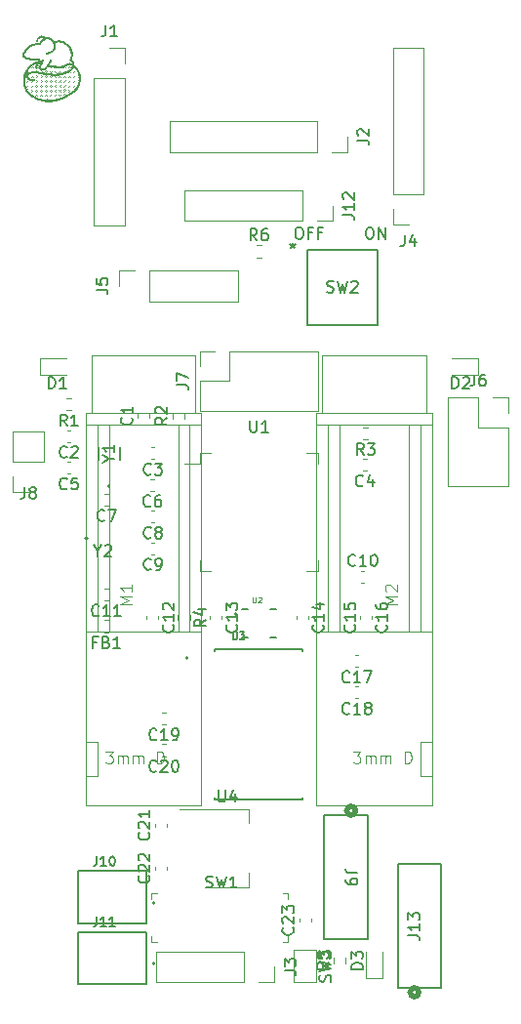
<source format=gbr>
%TF.GenerationSoftware,KiCad,Pcbnew,7.0.9*%
%TF.CreationDate,2024-02-03T23:05:04-08:00*%
%TF.ProjectId,micromouse,6d696372-6f6d-46f7-9573-652e6b696361,rev?*%
%TF.SameCoordinates,Original*%
%TF.FileFunction,Legend,Top*%
%TF.FilePolarity,Positive*%
%FSLAX46Y46*%
G04 Gerber Fmt 4.6, Leading zero omitted, Abs format (unit mm)*
G04 Created by KiCad (PCBNEW 7.0.9) date 2024-02-03 23:05:04*
%MOMM*%
%LPD*%
G01*
G04 APERTURE LIST*
%ADD10C,0.150000*%
%ADD11C,0.100000*%
%ADD12C,0.120000*%
%ADD13C,0.152400*%
%ADD14C,0.127000*%
%ADD15C,0.200000*%
%ADD16C,0.508000*%
G04 APERTURE END LIST*
D10*
X145039580Y-109392857D02*
X145087200Y-109440476D01*
X145087200Y-109440476D02*
X145134819Y-109583333D01*
X145134819Y-109583333D02*
X145134819Y-109678571D01*
X145134819Y-109678571D02*
X145087200Y-109821428D01*
X145087200Y-109821428D02*
X144991961Y-109916666D01*
X144991961Y-109916666D02*
X144896723Y-109964285D01*
X144896723Y-109964285D02*
X144706247Y-110011904D01*
X144706247Y-110011904D02*
X144563390Y-110011904D01*
X144563390Y-110011904D02*
X144372914Y-109964285D01*
X144372914Y-109964285D02*
X144277676Y-109916666D01*
X144277676Y-109916666D02*
X144182438Y-109821428D01*
X144182438Y-109821428D02*
X144134819Y-109678571D01*
X144134819Y-109678571D02*
X144134819Y-109583333D01*
X144134819Y-109583333D02*
X144182438Y-109440476D01*
X144182438Y-109440476D02*
X144230057Y-109392857D01*
X145134819Y-108440476D02*
X145134819Y-109011904D01*
X145134819Y-108726190D02*
X144134819Y-108726190D01*
X144134819Y-108726190D02*
X144277676Y-108821428D01*
X144277676Y-108821428D02*
X144372914Y-108916666D01*
X144372914Y-108916666D02*
X144420533Y-109011904D01*
X144134819Y-108107142D02*
X144134819Y-107488095D01*
X144134819Y-107488095D02*
X144515771Y-107821428D01*
X144515771Y-107821428D02*
X144515771Y-107678571D01*
X144515771Y-107678571D02*
X144563390Y-107583333D01*
X144563390Y-107583333D02*
X144611009Y-107535714D01*
X144611009Y-107535714D02*
X144706247Y-107488095D01*
X144706247Y-107488095D02*
X144944342Y-107488095D01*
X144944342Y-107488095D02*
X145039580Y-107535714D01*
X145039580Y-107535714D02*
X145087200Y-107583333D01*
X145087200Y-107583333D02*
X145134819Y-107678571D01*
X145134819Y-107678571D02*
X145134819Y-107964285D01*
X145134819Y-107964285D02*
X145087200Y-108059523D01*
X145087200Y-108059523D02*
X145039580Y-108107142D01*
X154857142Y-114289580D02*
X154809523Y-114337200D01*
X154809523Y-114337200D02*
X154666666Y-114384819D01*
X154666666Y-114384819D02*
X154571428Y-114384819D01*
X154571428Y-114384819D02*
X154428571Y-114337200D01*
X154428571Y-114337200D02*
X154333333Y-114241961D01*
X154333333Y-114241961D02*
X154285714Y-114146723D01*
X154285714Y-114146723D02*
X154238095Y-113956247D01*
X154238095Y-113956247D02*
X154238095Y-113813390D01*
X154238095Y-113813390D02*
X154285714Y-113622914D01*
X154285714Y-113622914D02*
X154333333Y-113527676D01*
X154333333Y-113527676D02*
X154428571Y-113432438D01*
X154428571Y-113432438D02*
X154571428Y-113384819D01*
X154571428Y-113384819D02*
X154666666Y-113384819D01*
X154666666Y-113384819D02*
X154809523Y-113432438D01*
X154809523Y-113432438D02*
X154857142Y-113480057D01*
X155809523Y-114384819D02*
X155238095Y-114384819D01*
X155523809Y-114384819D02*
X155523809Y-113384819D01*
X155523809Y-113384819D02*
X155428571Y-113527676D01*
X155428571Y-113527676D02*
X155333333Y-113622914D01*
X155333333Y-113622914D02*
X155238095Y-113670533D01*
X156142857Y-113384819D02*
X156809523Y-113384819D01*
X156809523Y-113384819D02*
X156380952Y-114384819D01*
X137429580Y-127392857D02*
X137477200Y-127440476D01*
X137477200Y-127440476D02*
X137524819Y-127583333D01*
X137524819Y-127583333D02*
X137524819Y-127678571D01*
X137524819Y-127678571D02*
X137477200Y-127821428D01*
X137477200Y-127821428D02*
X137381961Y-127916666D01*
X137381961Y-127916666D02*
X137286723Y-127964285D01*
X137286723Y-127964285D02*
X137096247Y-128011904D01*
X137096247Y-128011904D02*
X136953390Y-128011904D01*
X136953390Y-128011904D02*
X136762914Y-127964285D01*
X136762914Y-127964285D02*
X136667676Y-127916666D01*
X136667676Y-127916666D02*
X136572438Y-127821428D01*
X136572438Y-127821428D02*
X136524819Y-127678571D01*
X136524819Y-127678571D02*
X136524819Y-127583333D01*
X136524819Y-127583333D02*
X136572438Y-127440476D01*
X136572438Y-127440476D02*
X136620057Y-127392857D01*
X136620057Y-127011904D02*
X136572438Y-126964285D01*
X136572438Y-126964285D02*
X136524819Y-126869047D01*
X136524819Y-126869047D02*
X136524819Y-126630952D01*
X136524819Y-126630952D02*
X136572438Y-126535714D01*
X136572438Y-126535714D02*
X136620057Y-126488095D01*
X136620057Y-126488095D02*
X136715295Y-126440476D01*
X136715295Y-126440476D02*
X136810533Y-126440476D01*
X136810533Y-126440476D02*
X136953390Y-126488095D01*
X136953390Y-126488095D02*
X137524819Y-127059523D01*
X137524819Y-127059523D02*
X137524819Y-126440476D01*
X137524819Y-125488095D02*
X137524819Y-126059523D01*
X137524819Y-125773809D02*
X136524819Y-125773809D01*
X136524819Y-125773809D02*
X136667676Y-125869047D01*
X136667676Y-125869047D02*
X136762914Y-125964285D01*
X136762914Y-125964285D02*
X136810533Y-126059523D01*
X143488095Y-123704819D02*
X143488095Y-124514342D01*
X143488095Y-124514342D02*
X143535714Y-124609580D01*
X143535714Y-124609580D02*
X143583333Y-124657200D01*
X143583333Y-124657200D02*
X143678571Y-124704819D01*
X143678571Y-124704819D02*
X143869047Y-124704819D01*
X143869047Y-124704819D02*
X143964285Y-124657200D01*
X143964285Y-124657200D02*
X144011904Y-124609580D01*
X144011904Y-124609580D02*
X144059523Y-124514342D01*
X144059523Y-124514342D02*
X144059523Y-123704819D01*
X144964285Y-124038152D02*
X144964285Y-124704819D01*
X144726190Y-123657200D02*
X144488095Y-124371485D01*
X144488095Y-124371485D02*
X145107142Y-124371485D01*
X149929580Y-135642857D02*
X149977200Y-135690476D01*
X149977200Y-135690476D02*
X150024819Y-135833333D01*
X150024819Y-135833333D02*
X150024819Y-135928571D01*
X150024819Y-135928571D02*
X149977200Y-136071428D01*
X149977200Y-136071428D02*
X149881961Y-136166666D01*
X149881961Y-136166666D02*
X149786723Y-136214285D01*
X149786723Y-136214285D02*
X149596247Y-136261904D01*
X149596247Y-136261904D02*
X149453390Y-136261904D01*
X149453390Y-136261904D02*
X149262914Y-136214285D01*
X149262914Y-136214285D02*
X149167676Y-136166666D01*
X149167676Y-136166666D02*
X149072438Y-136071428D01*
X149072438Y-136071428D02*
X149024819Y-135928571D01*
X149024819Y-135928571D02*
X149024819Y-135833333D01*
X149024819Y-135833333D02*
X149072438Y-135690476D01*
X149072438Y-135690476D02*
X149120057Y-135642857D01*
X149120057Y-135261904D02*
X149072438Y-135214285D01*
X149072438Y-135214285D02*
X149024819Y-135119047D01*
X149024819Y-135119047D02*
X149024819Y-134880952D01*
X149024819Y-134880952D02*
X149072438Y-134785714D01*
X149072438Y-134785714D02*
X149120057Y-134738095D01*
X149120057Y-134738095D02*
X149215295Y-134690476D01*
X149215295Y-134690476D02*
X149310533Y-134690476D01*
X149310533Y-134690476D02*
X149453390Y-134738095D01*
X149453390Y-134738095D02*
X150024819Y-135309523D01*
X150024819Y-135309523D02*
X150024819Y-134690476D01*
X149024819Y-134357142D02*
X149024819Y-133738095D01*
X149024819Y-133738095D02*
X149405771Y-134071428D01*
X149405771Y-134071428D02*
X149405771Y-133928571D01*
X149405771Y-133928571D02*
X149453390Y-133833333D01*
X149453390Y-133833333D02*
X149501009Y-133785714D01*
X149501009Y-133785714D02*
X149596247Y-133738095D01*
X149596247Y-133738095D02*
X149834342Y-133738095D01*
X149834342Y-133738095D02*
X149929580Y-133785714D01*
X149929580Y-133785714D02*
X149977200Y-133833333D01*
X149977200Y-133833333D02*
X150024819Y-133928571D01*
X150024819Y-133928571D02*
X150024819Y-134214285D01*
X150024819Y-134214285D02*
X149977200Y-134309523D01*
X149977200Y-134309523D02*
X149929580Y-134357142D01*
X133023809Y-102978628D02*
X133023809Y-103454819D01*
X132690476Y-102454819D02*
X133023809Y-102978628D01*
X133023809Y-102978628D02*
X133357142Y-102454819D01*
X133642857Y-102550057D02*
X133690476Y-102502438D01*
X133690476Y-102502438D02*
X133785714Y-102454819D01*
X133785714Y-102454819D02*
X134023809Y-102454819D01*
X134023809Y-102454819D02*
X134119047Y-102502438D01*
X134119047Y-102502438D02*
X134166666Y-102550057D01*
X134166666Y-102550057D02*
X134214285Y-102645295D01*
X134214285Y-102645295D02*
X134214285Y-102740533D01*
X134214285Y-102740533D02*
X134166666Y-102883390D01*
X134166666Y-102883390D02*
X133595238Y-103454819D01*
X133595238Y-103454819D02*
X134214285Y-103454819D01*
X149224819Y-139358333D02*
X149939104Y-139358333D01*
X149939104Y-139358333D02*
X150081961Y-139405952D01*
X150081961Y-139405952D02*
X150177200Y-139501190D01*
X150177200Y-139501190D02*
X150224819Y-139644047D01*
X150224819Y-139644047D02*
X150224819Y-139739285D01*
X149224819Y-138977380D02*
X149224819Y-138358333D01*
X149224819Y-138358333D02*
X149605771Y-138691666D01*
X149605771Y-138691666D02*
X149605771Y-138548809D01*
X149605771Y-138548809D02*
X149653390Y-138453571D01*
X149653390Y-138453571D02*
X149701009Y-138405952D01*
X149701009Y-138405952D02*
X149796247Y-138358333D01*
X149796247Y-138358333D02*
X150034342Y-138358333D01*
X150034342Y-138358333D02*
X150129580Y-138405952D01*
X150129580Y-138405952D02*
X150177200Y-138453571D01*
X150177200Y-138453571D02*
X150224819Y-138548809D01*
X150224819Y-138548809D02*
X150224819Y-138834523D01*
X150224819Y-138834523D02*
X150177200Y-138929761D01*
X150177200Y-138929761D02*
X150129580Y-138977380D01*
X137633333Y-96289580D02*
X137585714Y-96337200D01*
X137585714Y-96337200D02*
X137442857Y-96384819D01*
X137442857Y-96384819D02*
X137347619Y-96384819D01*
X137347619Y-96384819D02*
X137204762Y-96337200D01*
X137204762Y-96337200D02*
X137109524Y-96241961D01*
X137109524Y-96241961D02*
X137061905Y-96146723D01*
X137061905Y-96146723D02*
X137014286Y-95956247D01*
X137014286Y-95956247D02*
X137014286Y-95813390D01*
X137014286Y-95813390D02*
X137061905Y-95622914D01*
X137061905Y-95622914D02*
X137109524Y-95527676D01*
X137109524Y-95527676D02*
X137204762Y-95432438D01*
X137204762Y-95432438D02*
X137347619Y-95384819D01*
X137347619Y-95384819D02*
X137442857Y-95384819D01*
X137442857Y-95384819D02*
X137585714Y-95432438D01*
X137585714Y-95432438D02*
X137633333Y-95480057D01*
X137966667Y-95384819D02*
X138585714Y-95384819D01*
X138585714Y-95384819D02*
X138252381Y-95765771D01*
X138252381Y-95765771D02*
X138395238Y-95765771D01*
X138395238Y-95765771D02*
X138490476Y-95813390D01*
X138490476Y-95813390D02*
X138538095Y-95861009D01*
X138538095Y-95861009D02*
X138585714Y-95956247D01*
X138585714Y-95956247D02*
X138585714Y-96194342D01*
X138585714Y-96194342D02*
X138538095Y-96289580D01*
X138538095Y-96289580D02*
X138490476Y-96337200D01*
X138490476Y-96337200D02*
X138395238Y-96384819D01*
X138395238Y-96384819D02*
X138109524Y-96384819D01*
X138109524Y-96384819D02*
X138014286Y-96337200D01*
X138014286Y-96337200D02*
X137966667Y-96289580D01*
X139024819Y-91416666D02*
X138548628Y-91749999D01*
X139024819Y-91988094D02*
X138024819Y-91988094D01*
X138024819Y-91988094D02*
X138024819Y-91607142D01*
X138024819Y-91607142D02*
X138072438Y-91511904D01*
X138072438Y-91511904D02*
X138120057Y-91464285D01*
X138120057Y-91464285D02*
X138215295Y-91416666D01*
X138215295Y-91416666D02*
X138358152Y-91416666D01*
X138358152Y-91416666D02*
X138453390Y-91464285D01*
X138453390Y-91464285D02*
X138501009Y-91511904D01*
X138501009Y-91511904D02*
X138548628Y-91607142D01*
X138548628Y-91607142D02*
X138548628Y-91988094D01*
X138120057Y-91035713D02*
X138072438Y-90988094D01*
X138072438Y-90988094D02*
X138024819Y-90892856D01*
X138024819Y-90892856D02*
X138024819Y-90654761D01*
X138024819Y-90654761D02*
X138072438Y-90559523D01*
X138072438Y-90559523D02*
X138120057Y-90511904D01*
X138120057Y-90511904D02*
X138215295Y-90464285D01*
X138215295Y-90464285D02*
X138310533Y-90464285D01*
X138310533Y-90464285D02*
X138453390Y-90511904D01*
X138453390Y-90511904D02*
X139024819Y-91083332D01*
X139024819Y-91083332D02*
X139024819Y-90464285D01*
D11*
X158957419Y-107559523D02*
X157957419Y-107559523D01*
X157957419Y-107559523D02*
X158671704Y-107226190D01*
X158671704Y-107226190D02*
X157957419Y-106892857D01*
X157957419Y-106892857D02*
X158957419Y-106892857D01*
X158052657Y-106464285D02*
X158005038Y-106416666D01*
X158005038Y-106416666D02*
X157957419Y-106321428D01*
X157957419Y-106321428D02*
X157957419Y-106083333D01*
X157957419Y-106083333D02*
X158005038Y-105988095D01*
X158005038Y-105988095D02*
X158052657Y-105940476D01*
X158052657Y-105940476D02*
X158147895Y-105892857D01*
X158147895Y-105892857D02*
X158243133Y-105892857D01*
X158243133Y-105892857D02*
X158385990Y-105940476D01*
X158385990Y-105940476D02*
X158957419Y-106511904D01*
X158957419Y-106511904D02*
X158957419Y-105892857D01*
X155196116Y-120372419D02*
X155815163Y-120372419D01*
X155815163Y-120372419D02*
X155481830Y-120753371D01*
X155481830Y-120753371D02*
X155624687Y-120753371D01*
X155624687Y-120753371D02*
X155719925Y-120800990D01*
X155719925Y-120800990D02*
X155767544Y-120848609D01*
X155767544Y-120848609D02*
X155815163Y-120943847D01*
X155815163Y-120943847D02*
X155815163Y-121181942D01*
X155815163Y-121181942D02*
X155767544Y-121277180D01*
X155767544Y-121277180D02*
X155719925Y-121324800D01*
X155719925Y-121324800D02*
X155624687Y-121372419D01*
X155624687Y-121372419D02*
X155338973Y-121372419D01*
X155338973Y-121372419D02*
X155243735Y-121324800D01*
X155243735Y-121324800D02*
X155196116Y-121277180D01*
X156243735Y-121372419D02*
X156243735Y-120705752D01*
X156243735Y-120800990D02*
X156291354Y-120753371D01*
X156291354Y-120753371D02*
X156386592Y-120705752D01*
X156386592Y-120705752D02*
X156529449Y-120705752D01*
X156529449Y-120705752D02*
X156624687Y-120753371D01*
X156624687Y-120753371D02*
X156672306Y-120848609D01*
X156672306Y-120848609D02*
X156672306Y-121372419D01*
X156672306Y-120848609D02*
X156719925Y-120753371D01*
X156719925Y-120753371D02*
X156815163Y-120705752D01*
X156815163Y-120705752D02*
X156958020Y-120705752D01*
X156958020Y-120705752D02*
X157053259Y-120753371D01*
X157053259Y-120753371D02*
X157100878Y-120848609D01*
X157100878Y-120848609D02*
X157100878Y-121372419D01*
X157577068Y-121372419D02*
X157577068Y-120705752D01*
X157577068Y-120800990D02*
X157624687Y-120753371D01*
X157624687Y-120753371D02*
X157719925Y-120705752D01*
X157719925Y-120705752D02*
X157862782Y-120705752D01*
X157862782Y-120705752D02*
X157958020Y-120753371D01*
X157958020Y-120753371D02*
X158005639Y-120848609D01*
X158005639Y-120848609D02*
X158005639Y-121372419D01*
X158005639Y-120848609D02*
X158053258Y-120753371D01*
X158053258Y-120753371D02*
X158148496Y-120705752D01*
X158148496Y-120705752D02*
X158291353Y-120705752D01*
X158291353Y-120705752D02*
X158386592Y-120753371D01*
X158386592Y-120753371D02*
X158434211Y-120848609D01*
X158434211Y-120848609D02*
X158434211Y-121372419D01*
X159672306Y-121372419D02*
X159672306Y-120372419D01*
X159672306Y-120372419D02*
X159910401Y-120372419D01*
X159910401Y-120372419D02*
X160053258Y-120420038D01*
X160053258Y-120420038D02*
X160148496Y-120515276D01*
X160148496Y-120515276D02*
X160196115Y-120610514D01*
X160196115Y-120610514D02*
X160243734Y-120800990D01*
X160243734Y-120800990D02*
X160243734Y-120943847D01*
X160243734Y-120943847D02*
X160196115Y-121134323D01*
X160196115Y-121134323D02*
X160148496Y-121229561D01*
X160148496Y-121229561D02*
X160053258Y-121324800D01*
X160053258Y-121324800D02*
X159910401Y-121372419D01*
X159910401Y-121372419D02*
X159672306Y-121372419D01*
D10*
X137429580Y-131142857D02*
X137477200Y-131190476D01*
X137477200Y-131190476D02*
X137524819Y-131333333D01*
X137524819Y-131333333D02*
X137524819Y-131428571D01*
X137524819Y-131428571D02*
X137477200Y-131571428D01*
X137477200Y-131571428D02*
X137381961Y-131666666D01*
X137381961Y-131666666D02*
X137286723Y-131714285D01*
X137286723Y-131714285D02*
X137096247Y-131761904D01*
X137096247Y-131761904D02*
X136953390Y-131761904D01*
X136953390Y-131761904D02*
X136762914Y-131714285D01*
X136762914Y-131714285D02*
X136667676Y-131666666D01*
X136667676Y-131666666D02*
X136572438Y-131571428D01*
X136572438Y-131571428D02*
X136524819Y-131428571D01*
X136524819Y-131428571D02*
X136524819Y-131333333D01*
X136524819Y-131333333D02*
X136572438Y-131190476D01*
X136572438Y-131190476D02*
X136620057Y-131142857D01*
X136620057Y-130761904D02*
X136572438Y-130714285D01*
X136572438Y-130714285D02*
X136524819Y-130619047D01*
X136524819Y-130619047D02*
X136524819Y-130380952D01*
X136524819Y-130380952D02*
X136572438Y-130285714D01*
X136572438Y-130285714D02*
X136620057Y-130238095D01*
X136620057Y-130238095D02*
X136715295Y-130190476D01*
X136715295Y-130190476D02*
X136810533Y-130190476D01*
X136810533Y-130190476D02*
X136953390Y-130238095D01*
X136953390Y-130238095D02*
X137524819Y-130809523D01*
X137524819Y-130809523D02*
X137524819Y-130190476D01*
X136620057Y-129809523D02*
X136572438Y-129761904D01*
X136572438Y-129761904D02*
X136524819Y-129666666D01*
X136524819Y-129666666D02*
X136524819Y-129428571D01*
X136524819Y-129428571D02*
X136572438Y-129333333D01*
X136572438Y-129333333D02*
X136620057Y-129285714D01*
X136620057Y-129285714D02*
X136715295Y-129238095D01*
X136715295Y-129238095D02*
X136810533Y-129238095D01*
X136810533Y-129238095D02*
X136953390Y-129285714D01*
X136953390Y-129285714D02*
X137524819Y-129857142D01*
X137524819Y-129857142D02*
X137524819Y-129238095D01*
X142406667Y-132137200D02*
X142549524Y-132184819D01*
X142549524Y-132184819D02*
X142787619Y-132184819D01*
X142787619Y-132184819D02*
X142882857Y-132137200D01*
X142882857Y-132137200D02*
X142930476Y-132089580D01*
X142930476Y-132089580D02*
X142978095Y-131994342D01*
X142978095Y-131994342D02*
X142978095Y-131899104D01*
X142978095Y-131899104D02*
X142930476Y-131803866D01*
X142930476Y-131803866D02*
X142882857Y-131756247D01*
X142882857Y-131756247D02*
X142787619Y-131708628D01*
X142787619Y-131708628D02*
X142597143Y-131661009D01*
X142597143Y-131661009D02*
X142501905Y-131613390D01*
X142501905Y-131613390D02*
X142454286Y-131565771D01*
X142454286Y-131565771D02*
X142406667Y-131470533D01*
X142406667Y-131470533D02*
X142406667Y-131375295D01*
X142406667Y-131375295D02*
X142454286Y-131280057D01*
X142454286Y-131280057D02*
X142501905Y-131232438D01*
X142501905Y-131232438D02*
X142597143Y-131184819D01*
X142597143Y-131184819D02*
X142835238Y-131184819D01*
X142835238Y-131184819D02*
X142978095Y-131232438D01*
X143311429Y-131184819D02*
X143549524Y-132184819D01*
X143549524Y-132184819D02*
X143740000Y-131470533D01*
X143740000Y-131470533D02*
X143930476Y-132184819D01*
X143930476Y-132184819D02*
X144168572Y-131184819D01*
X145073333Y-132184819D02*
X144501905Y-132184819D01*
X144787619Y-132184819D02*
X144787619Y-131184819D01*
X144787619Y-131184819D02*
X144692381Y-131327676D01*
X144692381Y-131327676D02*
X144597143Y-131422914D01*
X144597143Y-131422914D02*
X144501905Y-131470533D01*
X153207200Y-140333332D02*
X153254819Y-140190475D01*
X153254819Y-140190475D02*
X153254819Y-139952380D01*
X153254819Y-139952380D02*
X153207200Y-139857142D01*
X153207200Y-139857142D02*
X153159580Y-139809523D01*
X153159580Y-139809523D02*
X153064342Y-139761904D01*
X153064342Y-139761904D02*
X152969104Y-139761904D01*
X152969104Y-139761904D02*
X152873866Y-139809523D01*
X152873866Y-139809523D02*
X152826247Y-139857142D01*
X152826247Y-139857142D02*
X152778628Y-139952380D01*
X152778628Y-139952380D02*
X152731009Y-140142856D01*
X152731009Y-140142856D02*
X152683390Y-140238094D01*
X152683390Y-140238094D02*
X152635771Y-140285713D01*
X152635771Y-140285713D02*
X152540533Y-140333332D01*
X152540533Y-140333332D02*
X152445295Y-140333332D01*
X152445295Y-140333332D02*
X152350057Y-140285713D01*
X152350057Y-140285713D02*
X152302438Y-140238094D01*
X152302438Y-140238094D02*
X152254819Y-140142856D01*
X152254819Y-140142856D02*
X152254819Y-139904761D01*
X152254819Y-139904761D02*
X152302438Y-139761904D01*
X152254819Y-139428570D02*
X153254819Y-139190475D01*
X153254819Y-139190475D02*
X152540533Y-138999999D01*
X152540533Y-138999999D02*
X153254819Y-138809523D01*
X153254819Y-138809523D02*
X152254819Y-138571428D01*
X152254819Y-138285713D02*
X152254819Y-137666666D01*
X152254819Y-137666666D02*
X152635771Y-137999999D01*
X152635771Y-137999999D02*
X152635771Y-137857142D01*
X152635771Y-137857142D02*
X152683390Y-137761904D01*
X152683390Y-137761904D02*
X152731009Y-137714285D01*
X152731009Y-137714285D02*
X152826247Y-137666666D01*
X152826247Y-137666666D02*
X153064342Y-137666666D01*
X153064342Y-137666666D02*
X153159580Y-137714285D01*
X153159580Y-137714285D02*
X153207200Y-137761904D01*
X153207200Y-137761904D02*
X153254819Y-137857142D01*
X153254819Y-137857142D02*
X153254819Y-138142856D01*
X153254819Y-138142856D02*
X153207200Y-138238094D01*
X153207200Y-138238094D02*
X153159580Y-138285713D01*
X154274819Y-73834523D02*
X154989104Y-73834523D01*
X154989104Y-73834523D02*
X155131961Y-73882142D01*
X155131961Y-73882142D02*
X155227200Y-73977380D01*
X155227200Y-73977380D02*
X155274819Y-74120237D01*
X155274819Y-74120237D02*
X155274819Y-74215475D01*
X155274819Y-72834523D02*
X155274819Y-73405951D01*
X155274819Y-73120237D02*
X154274819Y-73120237D01*
X154274819Y-73120237D02*
X154417676Y-73215475D01*
X154417676Y-73215475D02*
X154512914Y-73310713D01*
X154512914Y-73310713D02*
X154560533Y-73405951D01*
X154370057Y-72453570D02*
X154322438Y-72405951D01*
X154322438Y-72405951D02*
X154274819Y-72310713D01*
X154274819Y-72310713D02*
X154274819Y-72072618D01*
X154274819Y-72072618D02*
X154322438Y-71977380D01*
X154322438Y-71977380D02*
X154370057Y-71929761D01*
X154370057Y-71929761D02*
X154465295Y-71882142D01*
X154465295Y-71882142D02*
X154560533Y-71882142D01*
X154560533Y-71882142D02*
X154703390Y-71929761D01*
X154703390Y-71929761D02*
X155274819Y-72501189D01*
X155274819Y-72501189D02*
X155274819Y-71882142D01*
X138107142Y-119289580D02*
X138059523Y-119337200D01*
X138059523Y-119337200D02*
X137916666Y-119384819D01*
X137916666Y-119384819D02*
X137821428Y-119384819D01*
X137821428Y-119384819D02*
X137678571Y-119337200D01*
X137678571Y-119337200D02*
X137583333Y-119241961D01*
X137583333Y-119241961D02*
X137535714Y-119146723D01*
X137535714Y-119146723D02*
X137488095Y-118956247D01*
X137488095Y-118956247D02*
X137488095Y-118813390D01*
X137488095Y-118813390D02*
X137535714Y-118622914D01*
X137535714Y-118622914D02*
X137583333Y-118527676D01*
X137583333Y-118527676D02*
X137678571Y-118432438D01*
X137678571Y-118432438D02*
X137821428Y-118384819D01*
X137821428Y-118384819D02*
X137916666Y-118384819D01*
X137916666Y-118384819D02*
X138059523Y-118432438D01*
X138059523Y-118432438D02*
X138107142Y-118480057D01*
X139059523Y-119384819D02*
X138488095Y-119384819D01*
X138773809Y-119384819D02*
X138773809Y-118384819D01*
X138773809Y-118384819D02*
X138678571Y-118527676D01*
X138678571Y-118527676D02*
X138583333Y-118622914D01*
X138583333Y-118622914D02*
X138488095Y-118670533D01*
X139535714Y-119384819D02*
X139726190Y-119384819D01*
X139726190Y-119384819D02*
X139821428Y-119337200D01*
X139821428Y-119337200D02*
X139869047Y-119289580D01*
X139869047Y-119289580D02*
X139964285Y-119146723D01*
X139964285Y-119146723D02*
X140011904Y-118956247D01*
X140011904Y-118956247D02*
X140011904Y-118575295D01*
X140011904Y-118575295D02*
X139964285Y-118480057D01*
X139964285Y-118480057D02*
X139916666Y-118432438D01*
X139916666Y-118432438D02*
X139821428Y-118384819D01*
X139821428Y-118384819D02*
X139630952Y-118384819D01*
X139630952Y-118384819D02*
X139535714Y-118432438D01*
X139535714Y-118432438D02*
X139488095Y-118480057D01*
X139488095Y-118480057D02*
X139440476Y-118575295D01*
X139440476Y-118575295D02*
X139440476Y-118813390D01*
X139440476Y-118813390D02*
X139488095Y-118908628D01*
X139488095Y-118908628D02*
X139535714Y-118956247D01*
X139535714Y-118956247D02*
X139630952Y-119003866D01*
X139630952Y-119003866D02*
X139821428Y-119003866D01*
X139821428Y-119003866D02*
X139916666Y-118956247D01*
X139916666Y-118956247D02*
X139964285Y-118908628D01*
X139964285Y-118908628D02*
X140011904Y-118813390D01*
X158039580Y-109392857D02*
X158087200Y-109440476D01*
X158087200Y-109440476D02*
X158134819Y-109583333D01*
X158134819Y-109583333D02*
X158134819Y-109678571D01*
X158134819Y-109678571D02*
X158087200Y-109821428D01*
X158087200Y-109821428D02*
X157991961Y-109916666D01*
X157991961Y-109916666D02*
X157896723Y-109964285D01*
X157896723Y-109964285D02*
X157706247Y-110011904D01*
X157706247Y-110011904D02*
X157563390Y-110011904D01*
X157563390Y-110011904D02*
X157372914Y-109964285D01*
X157372914Y-109964285D02*
X157277676Y-109916666D01*
X157277676Y-109916666D02*
X157182438Y-109821428D01*
X157182438Y-109821428D02*
X157134819Y-109678571D01*
X157134819Y-109678571D02*
X157134819Y-109583333D01*
X157134819Y-109583333D02*
X157182438Y-109440476D01*
X157182438Y-109440476D02*
X157230057Y-109392857D01*
X158134819Y-108440476D02*
X158134819Y-109011904D01*
X158134819Y-108726190D02*
X157134819Y-108726190D01*
X157134819Y-108726190D02*
X157277676Y-108821428D01*
X157277676Y-108821428D02*
X157372914Y-108916666D01*
X157372914Y-108916666D02*
X157420533Y-109011904D01*
X157134819Y-107583333D02*
X157134819Y-107773809D01*
X157134819Y-107773809D02*
X157182438Y-107869047D01*
X157182438Y-107869047D02*
X157230057Y-107916666D01*
X157230057Y-107916666D02*
X157372914Y-108011904D01*
X157372914Y-108011904D02*
X157563390Y-108059523D01*
X157563390Y-108059523D02*
X157944342Y-108059523D01*
X157944342Y-108059523D02*
X158039580Y-108011904D01*
X158039580Y-108011904D02*
X158087200Y-107964285D01*
X158087200Y-107964285D02*
X158134819Y-107869047D01*
X158134819Y-107869047D02*
X158134819Y-107678571D01*
X158134819Y-107678571D02*
X158087200Y-107583333D01*
X158087200Y-107583333D02*
X158039580Y-107535714D01*
X158039580Y-107535714D02*
X157944342Y-107488095D01*
X157944342Y-107488095D02*
X157706247Y-107488095D01*
X157706247Y-107488095D02*
X157611009Y-107535714D01*
X157611009Y-107535714D02*
X157563390Y-107583333D01*
X157563390Y-107583333D02*
X157515771Y-107678571D01*
X157515771Y-107678571D02*
X157515771Y-107869047D01*
X157515771Y-107869047D02*
X157563390Y-107964285D01*
X157563390Y-107964285D02*
X157611009Y-108011904D01*
X157611009Y-108011904D02*
X157706247Y-108059523D01*
X133583333Y-100289580D02*
X133535714Y-100337200D01*
X133535714Y-100337200D02*
X133392857Y-100384819D01*
X133392857Y-100384819D02*
X133297619Y-100384819D01*
X133297619Y-100384819D02*
X133154762Y-100337200D01*
X133154762Y-100337200D02*
X133059524Y-100241961D01*
X133059524Y-100241961D02*
X133011905Y-100146723D01*
X133011905Y-100146723D02*
X132964286Y-99956247D01*
X132964286Y-99956247D02*
X132964286Y-99813390D01*
X132964286Y-99813390D02*
X133011905Y-99622914D01*
X133011905Y-99622914D02*
X133059524Y-99527676D01*
X133059524Y-99527676D02*
X133154762Y-99432438D01*
X133154762Y-99432438D02*
X133297619Y-99384819D01*
X133297619Y-99384819D02*
X133392857Y-99384819D01*
X133392857Y-99384819D02*
X133535714Y-99432438D01*
X133535714Y-99432438D02*
X133583333Y-99480057D01*
X133916667Y-99384819D02*
X134583333Y-99384819D01*
X134583333Y-99384819D02*
X134154762Y-100384819D01*
X165686666Y-87659819D02*
X165686666Y-88374104D01*
X165686666Y-88374104D02*
X165639047Y-88516961D01*
X165639047Y-88516961D02*
X165543809Y-88612200D01*
X165543809Y-88612200D02*
X165400952Y-88659819D01*
X165400952Y-88659819D02*
X165305714Y-88659819D01*
X166591428Y-87659819D02*
X166400952Y-87659819D01*
X166400952Y-87659819D02*
X166305714Y-87707438D01*
X166305714Y-87707438D02*
X166258095Y-87755057D01*
X166258095Y-87755057D02*
X166162857Y-87897914D01*
X166162857Y-87897914D02*
X166115238Y-88088390D01*
X166115238Y-88088390D02*
X166115238Y-88469342D01*
X166115238Y-88469342D02*
X166162857Y-88564580D01*
X166162857Y-88564580D02*
X166210476Y-88612200D01*
X166210476Y-88612200D02*
X166305714Y-88659819D01*
X166305714Y-88659819D02*
X166496190Y-88659819D01*
X166496190Y-88659819D02*
X166591428Y-88612200D01*
X166591428Y-88612200D02*
X166639047Y-88564580D01*
X166639047Y-88564580D02*
X166686666Y-88469342D01*
X166686666Y-88469342D02*
X166686666Y-88231247D01*
X166686666Y-88231247D02*
X166639047Y-88136009D01*
X166639047Y-88136009D02*
X166591428Y-88088390D01*
X166591428Y-88088390D02*
X166496190Y-88040771D01*
X166496190Y-88040771D02*
X166305714Y-88040771D01*
X166305714Y-88040771D02*
X166210476Y-88088390D01*
X166210476Y-88088390D02*
X166162857Y-88136009D01*
X166162857Y-88136009D02*
X166115238Y-88231247D01*
X137633333Y-104539580D02*
X137585714Y-104587200D01*
X137585714Y-104587200D02*
X137442857Y-104634819D01*
X137442857Y-104634819D02*
X137347619Y-104634819D01*
X137347619Y-104634819D02*
X137204762Y-104587200D01*
X137204762Y-104587200D02*
X137109524Y-104491961D01*
X137109524Y-104491961D02*
X137061905Y-104396723D01*
X137061905Y-104396723D02*
X137014286Y-104206247D01*
X137014286Y-104206247D02*
X137014286Y-104063390D01*
X137014286Y-104063390D02*
X137061905Y-103872914D01*
X137061905Y-103872914D02*
X137109524Y-103777676D01*
X137109524Y-103777676D02*
X137204762Y-103682438D01*
X137204762Y-103682438D02*
X137347619Y-103634819D01*
X137347619Y-103634819D02*
X137442857Y-103634819D01*
X137442857Y-103634819D02*
X137585714Y-103682438D01*
X137585714Y-103682438D02*
X137633333Y-103730057D01*
X138109524Y-104634819D02*
X138300000Y-104634819D01*
X138300000Y-104634819D02*
X138395238Y-104587200D01*
X138395238Y-104587200D02*
X138442857Y-104539580D01*
X138442857Y-104539580D02*
X138538095Y-104396723D01*
X138538095Y-104396723D02*
X138585714Y-104206247D01*
X138585714Y-104206247D02*
X138585714Y-103825295D01*
X138585714Y-103825295D02*
X138538095Y-103730057D01*
X138538095Y-103730057D02*
X138490476Y-103682438D01*
X138490476Y-103682438D02*
X138395238Y-103634819D01*
X138395238Y-103634819D02*
X138204762Y-103634819D01*
X138204762Y-103634819D02*
X138109524Y-103682438D01*
X138109524Y-103682438D02*
X138061905Y-103730057D01*
X138061905Y-103730057D02*
X138014286Y-103825295D01*
X138014286Y-103825295D02*
X138014286Y-104063390D01*
X138014286Y-104063390D02*
X138061905Y-104158628D01*
X138061905Y-104158628D02*
X138109524Y-104206247D01*
X138109524Y-104206247D02*
X138204762Y-104253866D01*
X138204762Y-104253866D02*
X138395238Y-104253866D01*
X138395238Y-104253866D02*
X138490476Y-104206247D01*
X138490476Y-104206247D02*
X138538095Y-104158628D01*
X138538095Y-104158628D02*
X138585714Y-104063390D01*
X137583333Y-99039580D02*
X137535714Y-99087200D01*
X137535714Y-99087200D02*
X137392857Y-99134819D01*
X137392857Y-99134819D02*
X137297619Y-99134819D01*
X137297619Y-99134819D02*
X137154762Y-99087200D01*
X137154762Y-99087200D02*
X137059524Y-98991961D01*
X137059524Y-98991961D02*
X137011905Y-98896723D01*
X137011905Y-98896723D02*
X136964286Y-98706247D01*
X136964286Y-98706247D02*
X136964286Y-98563390D01*
X136964286Y-98563390D02*
X137011905Y-98372914D01*
X137011905Y-98372914D02*
X137059524Y-98277676D01*
X137059524Y-98277676D02*
X137154762Y-98182438D01*
X137154762Y-98182438D02*
X137297619Y-98134819D01*
X137297619Y-98134819D02*
X137392857Y-98134819D01*
X137392857Y-98134819D02*
X137535714Y-98182438D01*
X137535714Y-98182438D02*
X137583333Y-98230057D01*
X138440476Y-98134819D02*
X138250000Y-98134819D01*
X138250000Y-98134819D02*
X138154762Y-98182438D01*
X138154762Y-98182438D02*
X138107143Y-98230057D01*
X138107143Y-98230057D02*
X138011905Y-98372914D01*
X138011905Y-98372914D02*
X137964286Y-98563390D01*
X137964286Y-98563390D02*
X137964286Y-98944342D01*
X137964286Y-98944342D02*
X138011905Y-99039580D01*
X138011905Y-99039580D02*
X138059524Y-99087200D01*
X138059524Y-99087200D02*
X138154762Y-99134819D01*
X138154762Y-99134819D02*
X138345238Y-99134819D01*
X138345238Y-99134819D02*
X138440476Y-99087200D01*
X138440476Y-99087200D02*
X138488095Y-99039580D01*
X138488095Y-99039580D02*
X138535714Y-98944342D01*
X138535714Y-98944342D02*
X138535714Y-98706247D01*
X138535714Y-98706247D02*
X138488095Y-98611009D01*
X138488095Y-98611009D02*
X138440476Y-98563390D01*
X138440476Y-98563390D02*
X138345238Y-98515771D01*
X138345238Y-98515771D02*
X138154762Y-98515771D01*
X138154762Y-98515771D02*
X138059524Y-98563390D01*
X138059524Y-98563390D02*
X138011905Y-98611009D01*
X138011905Y-98611009D02*
X137964286Y-98706247D01*
X132940410Y-134698963D02*
X132940410Y-135271252D01*
X132940410Y-135271252D02*
X132902258Y-135385710D01*
X132902258Y-135385710D02*
X132825952Y-135462016D01*
X132825952Y-135462016D02*
X132711495Y-135500168D01*
X132711495Y-135500168D02*
X132635189Y-135500168D01*
X133741615Y-135500168D02*
X133283784Y-135500168D01*
X133512700Y-135500168D02*
X133512700Y-134698963D01*
X133512700Y-134698963D02*
X133436394Y-134813421D01*
X133436394Y-134813421D02*
X133360089Y-134889726D01*
X133360089Y-134889726D02*
X133283784Y-134927879D01*
X134504667Y-135500168D02*
X134046836Y-135500168D01*
X134275752Y-135500168D02*
X134275752Y-134698963D01*
X134275752Y-134698963D02*
X134199446Y-134813421D01*
X134199446Y-134813421D02*
X134123141Y-134889726D01*
X134123141Y-134889726D02*
X134046836Y-134927879D01*
D12*
X146458285Y-106981017D02*
X146458285Y-107369588D01*
X146458285Y-107369588D02*
X146481142Y-107415302D01*
X146481142Y-107415302D02*
X146504000Y-107438160D01*
X146504000Y-107438160D02*
X146549714Y-107461017D01*
X146549714Y-107461017D02*
X146641142Y-107461017D01*
X146641142Y-107461017D02*
X146686857Y-107438160D01*
X146686857Y-107438160D02*
X146709714Y-107415302D01*
X146709714Y-107415302D02*
X146732571Y-107369588D01*
X146732571Y-107369588D02*
X146732571Y-106981017D01*
X146938285Y-107026731D02*
X146961142Y-107003874D01*
X146961142Y-107003874D02*
X147006857Y-106981017D01*
X147006857Y-106981017D02*
X147121142Y-106981017D01*
X147121142Y-106981017D02*
X147166857Y-107003874D01*
X147166857Y-107003874D02*
X147189714Y-107026731D01*
X147189714Y-107026731D02*
X147212571Y-107072445D01*
X147212571Y-107072445D02*
X147212571Y-107118160D01*
X147212571Y-107118160D02*
X147189714Y-107186731D01*
X147189714Y-107186731D02*
X146915428Y-107461017D01*
X146915428Y-107461017D02*
X147212571Y-107461017D01*
D10*
X138107142Y-122039580D02*
X138059523Y-122087200D01*
X138059523Y-122087200D02*
X137916666Y-122134819D01*
X137916666Y-122134819D02*
X137821428Y-122134819D01*
X137821428Y-122134819D02*
X137678571Y-122087200D01*
X137678571Y-122087200D02*
X137583333Y-121991961D01*
X137583333Y-121991961D02*
X137535714Y-121896723D01*
X137535714Y-121896723D02*
X137488095Y-121706247D01*
X137488095Y-121706247D02*
X137488095Y-121563390D01*
X137488095Y-121563390D02*
X137535714Y-121372914D01*
X137535714Y-121372914D02*
X137583333Y-121277676D01*
X137583333Y-121277676D02*
X137678571Y-121182438D01*
X137678571Y-121182438D02*
X137821428Y-121134819D01*
X137821428Y-121134819D02*
X137916666Y-121134819D01*
X137916666Y-121134819D02*
X138059523Y-121182438D01*
X138059523Y-121182438D02*
X138107142Y-121230057D01*
X138488095Y-121230057D02*
X138535714Y-121182438D01*
X138535714Y-121182438D02*
X138630952Y-121134819D01*
X138630952Y-121134819D02*
X138869047Y-121134819D01*
X138869047Y-121134819D02*
X138964285Y-121182438D01*
X138964285Y-121182438D02*
X139011904Y-121230057D01*
X139011904Y-121230057D02*
X139059523Y-121325295D01*
X139059523Y-121325295D02*
X139059523Y-121420533D01*
X139059523Y-121420533D02*
X139011904Y-121563390D01*
X139011904Y-121563390D02*
X138440476Y-122134819D01*
X138440476Y-122134819D02*
X139059523Y-122134819D01*
X139678571Y-121134819D02*
X139773809Y-121134819D01*
X139773809Y-121134819D02*
X139869047Y-121182438D01*
X139869047Y-121182438D02*
X139916666Y-121230057D01*
X139916666Y-121230057D02*
X139964285Y-121325295D01*
X139964285Y-121325295D02*
X140011904Y-121515771D01*
X140011904Y-121515771D02*
X140011904Y-121753866D01*
X140011904Y-121753866D02*
X139964285Y-121944342D01*
X139964285Y-121944342D02*
X139916666Y-122039580D01*
X139916666Y-122039580D02*
X139869047Y-122087200D01*
X139869047Y-122087200D02*
X139773809Y-122134819D01*
X139773809Y-122134819D02*
X139678571Y-122134819D01*
X139678571Y-122134819D02*
X139583333Y-122087200D01*
X139583333Y-122087200D02*
X139535714Y-122039580D01*
X139535714Y-122039580D02*
X139488095Y-121944342D01*
X139488095Y-121944342D02*
X139440476Y-121753866D01*
X139440476Y-121753866D02*
X139440476Y-121515771D01*
X139440476Y-121515771D02*
X139488095Y-121325295D01*
X139488095Y-121325295D02*
X139535714Y-121230057D01*
X139535714Y-121230057D02*
X139583333Y-121182438D01*
X139583333Y-121182438D02*
X139678571Y-121134819D01*
D11*
X135957419Y-107559523D02*
X134957419Y-107559523D01*
X134957419Y-107559523D02*
X135671704Y-107226190D01*
X135671704Y-107226190D02*
X134957419Y-106892857D01*
X134957419Y-106892857D02*
X135957419Y-106892857D01*
X135957419Y-105892857D02*
X135957419Y-106464285D01*
X135957419Y-106178571D02*
X134957419Y-106178571D01*
X134957419Y-106178571D02*
X135100276Y-106273809D01*
X135100276Y-106273809D02*
X135195514Y-106369047D01*
X135195514Y-106369047D02*
X135243133Y-106464285D01*
X133708646Y-120372419D02*
X134327693Y-120372419D01*
X134327693Y-120372419D02*
X133994360Y-120753371D01*
X133994360Y-120753371D02*
X134137217Y-120753371D01*
X134137217Y-120753371D02*
X134232455Y-120800990D01*
X134232455Y-120800990D02*
X134280074Y-120848609D01*
X134280074Y-120848609D02*
X134327693Y-120943847D01*
X134327693Y-120943847D02*
X134327693Y-121181942D01*
X134327693Y-121181942D02*
X134280074Y-121277180D01*
X134280074Y-121277180D02*
X134232455Y-121324800D01*
X134232455Y-121324800D02*
X134137217Y-121372419D01*
X134137217Y-121372419D02*
X133851503Y-121372419D01*
X133851503Y-121372419D02*
X133756265Y-121324800D01*
X133756265Y-121324800D02*
X133708646Y-121277180D01*
X134756265Y-121372419D02*
X134756265Y-120705752D01*
X134756265Y-120800990D02*
X134803884Y-120753371D01*
X134803884Y-120753371D02*
X134899122Y-120705752D01*
X134899122Y-120705752D02*
X135041979Y-120705752D01*
X135041979Y-120705752D02*
X135137217Y-120753371D01*
X135137217Y-120753371D02*
X135184836Y-120848609D01*
X135184836Y-120848609D02*
X135184836Y-121372419D01*
X135184836Y-120848609D02*
X135232455Y-120753371D01*
X135232455Y-120753371D02*
X135327693Y-120705752D01*
X135327693Y-120705752D02*
X135470550Y-120705752D01*
X135470550Y-120705752D02*
X135565789Y-120753371D01*
X135565789Y-120753371D02*
X135613408Y-120848609D01*
X135613408Y-120848609D02*
X135613408Y-121372419D01*
X136089598Y-121372419D02*
X136089598Y-120705752D01*
X136089598Y-120800990D02*
X136137217Y-120753371D01*
X136137217Y-120753371D02*
X136232455Y-120705752D01*
X136232455Y-120705752D02*
X136375312Y-120705752D01*
X136375312Y-120705752D02*
X136470550Y-120753371D01*
X136470550Y-120753371D02*
X136518169Y-120848609D01*
X136518169Y-120848609D02*
X136518169Y-121372419D01*
X136518169Y-120848609D02*
X136565788Y-120753371D01*
X136565788Y-120753371D02*
X136661026Y-120705752D01*
X136661026Y-120705752D02*
X136803883Y-120705752D01*
X136803883Y-120705752D02*
X136899122Y-120753371D01*
X136899122Y-120753371D02*
X136946741Y-120848609D01*
X136946741Y-120848609D02*
X136946741Y-121372419D01*
X138184836Y-121372419D02*
X138184836Y-120372419D01*
X138184836Y-120372419D02*
X138422931Y-120372419D01*
X138422931Y-120372419D02*
X138565788Y-120420038D01*
X138565788Y-120420038D02*
X138661026Y-120515276D01*
X138661026Y-120515276D02*
X138708645Y-120610514D01*
X138708645Y-120610514D02*
X138756264Y-120800990D01*
X138756264Y-120800990D02*
X138756264Y-120943847D01*
X138756264Y-120943847D02*
X138708645Y-121134323D01*
X138708645Y-121134323D02*
X138661026Y-121229561D01*
X138661026Y-121229561D02*
X138565788Y-121324800D01*
X138565788Y-121324800D02*
X138422931Y-121372419D01*
X138422931Y-121372419D02*
X138184836Y-121372419D01*
D10*
X139539580Y-109392857D02*
X139587200Y-109440476D01*
X139587200Y-109440476D02*
X139634819Y-109583333D01*
X139634819Y-109583333D02*
X139634819Y-109678571D01*
X139634819Y-109678571D02*
X139587200Y-109821428D01*
X139587200Y-109821428D02*
X139491961Y-109916666D01*
X139491961Y-109916666D02*
X139396723Y-109964285D01*
X139396723Y-109964285D02*
X139206247Y-110011904D01*
X139206247Y-110011904D02*
X139063390Y-110011904D01*
X139063390Y-110011904D02*
X138872914Y-109964285D01*
X138872914Y-109964285D02*
X138777676Y-109916666D01*
X138777676Y-109916666D02*
X138682438Y-109821428D01*
X138682438Y-109821428D02*
X138634819Y-109678571D01*
X138634819Y-109678571D02*
X138634819Y-109583333D01*
X138634819Y-109583333D02*
X138682438Y-109440476D01*
X138682438Y-109440476D02*
X138730057Y-109392857D01*
X139634819Y-108440476D02*
X139634819Y-109011904D01*
X139634819Y-108726190D02*
X138634819Y-108726190D01*
X138634819Y-108726190D02*
X138777676Y-108821428D01*
X138777676Y-108821428D02*
X138872914Y-108916666D01*
X138872914Y-108916666D02*
X138920533Y-109011904D01*
X138730057Y-108059523D02*
X138682438Y-108011904D01*
X138682438Y-108011904D02*
X138634819Y-107916666D01*
X138634819Y-107916666D02*
X138634819Y-107678571D01*
X138634819Y-107678571D02*
X138682438Y-107583333D01*
X138682438Y-107583333D02*
X138730057Y-107535714D01*
X138730057Y-107535714D02*
X138825295Y-107488095D01*
X138825295Y-107488095D02*
X138920533Y-107488095D01*
X138920533Y-107488095D02*
X139063390Y-107535714D01*
X139063390Y-107535714D02*
X139634819Y-108107142D01*
X139634819Y-108107142D02*
X139634819Y-107488095D01*
X156033333Y-97289580D02*
X155985714Y-97337200D01*
X155985714Y-97337200D02*
X155842857Y-97384819D01*
X155842857Y-97384819D02*
X155747619Y-97384819D01*
X155747619Y-97384819D02*
X155604762Y-97337200D01*
X155604762Y-97337200D02*
X155509524Y-97241961D01*
X155509524Y-97241961D02*
X155461905Y-97146723D01*
X155461905Y-97146723D02*
X155414286Y-96956247D01*
X155414286Y-96956247D02*
X155414286Y-96813390D01*
X155414286Y-96813390D02*
X155461905Y-96622914D01*
X155461905Y-96622914D02*
X155509524Y-96527676D01*
X155509524Y-96527676D02*
X155604762Y-96432438D01*
X155604762Y-96432438D02*
X155747619Y-96384819D01*
X155747619Y-96384819D02*
X155842857Y-96384819D01*
X155842857Y-96384819D02*
X155985714Y-96432438D01*
X155985714Y-96432438D02*
X156033333Y-96480057D01*
X156890476Y-96718152D02*
X156890476Y-97384819D01*
X156652381Y-96337200D02*
X156414286Y-97051485D01*
X156414286Y-97051485D02*
X157033333Y-97051485D01*
X132940410Y-129448963D02*
X132940410Y-130021252D01*
X132940410Y-130021252D02*
X132902258Y-130135710D01*
X132902258Y-130135710D02*
X132825952Y-130212016D01*
X132825952Y-130212016D02*
X132711495Y-130250168D01*
X132711495Y-130250168D02*
X132635189Y-130250168D01*
X133741615Y-130250168D02*
X133283784Y-130250168D01*
X133512700Y-130250168D02*
X133512700Y-129448963D01*
X133512700Y-129448963D02*
X133436394Y-129563421D01*
X133436394Y-129563421D02*
X133360089Y-129639726D01*
X133360089Y-129639726D02*
X133283784Y-129677879D01*
X134237599Y-129448963D02*
X134313904Y-129448963D01*
X134313904Y-129448963D02*
X134390210Y-129487116D01*
X134390210Y-129487116D02*
X134428362Y-129525268D01*
X134428362Y-129525268D02*
X134466515Y-129601574D01*
X134466515Y-129601574D02*
X134504667Y-129754184D01*
X134504667Y-129754184D02*
X134504667Y-129944947D01*
X134504667Y-129944947D02*
X134466515Y-130097558D01*
X134466515Y-130097558D02*
X134428362Y-130173863D01*
X134428362Y-130173863D02*
X134390210Y-130212016D01*
X134390210Y-130212016D02*
X134313904Y-130250168D01*
X134313904Y-130250168D02*
X134237599Y-130250168D01*
X134237599Y-130250168D02*
X134161294Y-130212016D01*
X134161294Y-130212016D02*
X134123141Y-130173863D01*
X134123141Y-130173863D02*
X134084989Y-130097558D01*
X134084989Y-130097558D02*
X134046836Y-129944947D01*
X134046836Y-129944947D02*
X134046836Y-129754184D01*
X134046836Y-129754184D02*
X134084989Y-129601574D01*
X134084989Y-129601574D02*
X134123141Y-129525268D01*
X134123141Y-129525268D02*
X134161294Y-129487116D01*
X134161294Y-129487116D02*
X134237599Y-129448963D01*
X155289580Y-109392857D02*
X155337200Y-109440476D01*
X155337200Y-109440476D02*
X155384819Y-109583333D01*
X155384819Y-109583333D02*
X155384819Y-109678571D01*
X155384819Y-109678571D02*
X155337200Y-109821428D01*
X155337200Y-109821428D02*
X155241961Y-109916666D01*
X155241961Y-109916666D02*
X155146723Y-109964285D01*
X155146723Y-109964285D02*
X154956247Y-110011904D01*
X154956247Y-110011904D02*
X154813390Y-110011904D01*
X154813390Y-110011904D02*
X154622914Y-109964285D01*
X154622914Y-109964285D02*
X154527676Y-109916666D01*
X154527676Y-109916666D02*
X154432438Y-109821428D01*
X154432438Y-109821428D02*
X154384819Y-109678571D01*
X154384819Y-109678571D02*
X154384819Y-109583333D01*
X154384819Y-109583333D02*
X154432438Y-109440476D01*
X154432438Y-109440476D02*
X154480057Y-109392857D01*
X155384819Y-108440476D02*
X155384819Y-109011904D01*
X155384819Y-108726190D02*
X154384819Y-108726190D01*
X154384819Y-108726190D02*
X154527676Y-108821428D01*
X154527676Y-108821428D02*
X154622914Y-108916666D01*
X154622914Y-108916666D02*
X154670533Y-109011904D01*
X154384819Y-107535714D02*
X154384819Y-108011904D01*
X154384819Y-108011904D02*
X154861009Y-108059523D01*
X154861009Y-108059523D02*
X154813390Y-108011904D01*
X154813390Y-108011904D02*
X154765771Y-107916666D01*
X154765771Y-107916666D02*
X154765771Y-107678571D01*
X154765771Y-107678571D02*
X154813390Y-107583333D01*
X154813390Y-107583333D02*
X154861009Y-107535714D01*
X154861009Y-107535714D02*
X154956247Y-107488095D01*
X154956247Y-107488095D02*
X155194342Y-107488095D01*
X155194342Y-107488095D02*
X155289580Y-107535714D01*
X155289580Y-107535714D02*
X155337200Y-107583333D01*
X155337200Y-107583333D02*
X155384819Y-107678571D01*
X155384819Y-107678571D02*
X155384819Y-107916666D01*
X155384819Y-107916666D02*
X155337200Y-108011904D01*
X155337200Y-108011904D02*
X155289580Y-108059523D01*
X155357142Y-104179580D02*
X155309523Y-104227200D01*
X155309523Y-104227200D02*
X155166666Y-104274819D01*
X155166666Y-104274819D02*
X155071428Y-104274819D01*
X155071428Y-104274819D02*
X154928571Y-104227200D01*
X154928571Y-104227200D02*
X154833333Y-104131961D01*
X154833333Y-104131961D02*
X154785714Y-104036723D01*
X154785714Y-104036723D02*
X154738095Y-103846247D01*
X154738095Y-103846247D02*
X154738095Y-103703390D01*
X154738095Y-103703390D02*
X154785714Y-103512914D01*
X154785714Y-103512914D02*
X154833333Y-103417676D01*
X154833333Y-103417676D02*
X154928571Y-103322438D01*
X154928571Y-103322438D02*
X155071428Y-103274819D01*
X155071428Y-103274819D02*
X155166666Y-103274819D01*
X155166666Y-103274819D02*
X155309523Y-103322438D01*
X155309523Y-103322438D02*
X155357142Y-103370057D01*
X156309523Y-104274819D02*
X155738095Y-104274819D01*
X156023809Y-104274819D02*
X156023809Y-103274819D01*
X156023809Y-103274819D02*
X155928571Y-103417676D01*
X155928571Y-103417676D02*
X155833333Y-103512914D01*
X155833333Y-103512914D02*
X155738095Y-103560533D01*
X156928571Y-103274819D02*
X157023809Y-103274819D01*
X157023809Y-103274819D02*
X157119047Y-103322438D01*
X157119047Y-103322438D02*
X157166666Y-103370057D01*
X157166666Y-103370057D02*
X157214285Y-103465295D01*
X157214285Y-103465295D02*
X157261904Y-103655771D01*
X157261904Y-103655771D02*
X157261904Y-103893866D01*
X157261904Y-103893866D02*
X157214285Y-104084342D01*
X157214285Y-104084342D02*
X157166666Y-104179580D01*
X157166666Y-104179580D02*
X157119047Y-104227200D01*
X157119047Y-104227200D02*
X157023809Y-104274819D01*
X157023809Y-104274819D02*
X156928571Y-104274819D01*
X156928571Y-104274819D02*
X156833333Y-104227200D01*
X156833333Y-104227200D02*
X156785714Y-104179580D01*
X156785714Y-104179580D02*
X156738095Y-104084342D01*
X156738095Y-104084342D02*
X156690476Y-103893866D01*
X156690476Y-103893866D02*
X156690476Y-103655771D01*
X156690476Y-103655771D02*
X156738095Y-103465295D01*
X156738095Y-103465295D02*
X156785714Y-103370057D01*
X156785714Y-103370057D02*
X156833333Y-103322438D01*
X156833333Y-103322438D02*
X156928571Y-103274819D01*
X130333333Y-97539580D02*
X130285714Y-97587200D01*
X130285714Y-97587200D02*
X130142857Y-97634819D01*
X130142857Y-97634819D02*
X130047619Y-97634819D01*
X130047619Y-97634819D02*
X129904762Y-97587200D01*
X129904762Y-97587200D02*
X129809524Y-97491961D01*
X129809524Y-97491961D02*
X129761905Y-97396723D01*
X129761905Y-97396723D02*
X129714286Y-97206247D01*
X129714286Y-97206247D02*
X129714286Y-97063390D01*
X129714286Y-97063390D02*
X129761905Y-96872914D01*
X129761905Y-96872914D02*
X129809524Y-96777676D01*
X129809524Y-96777676D02*
X129904762Y-96682438D01*
X129904762Y-96682438D02*
X130047619Y-96634819D01*
X130047619Y-96634819D02*
X130142857Y-96634819D01*
X130142857Y-96634819D02*
X130285714Y-96682438D01*
X130285714Y-96682438D02*
X130333333Y-96730057D01*
X131238095Y-96634819D02*
X130761905Y-96634819D01*
X130761905Y-96634819D02*
X130714286Y-97111009D01*
X130714286Y-97111009D02*
X130761905Y-97063390D01*
X130761905Y-97063390D02*
X130857143Y-97015771D01*
X130857143Y-97015771D02*
X131095238Y-97015771D01*
X131095238Y-97015771D02*
X131190476Y-97063390D01*
X131190476Y-97063390D02*
X131238095Y-97111009D01*
X131238095Y-97111009D02*
X131285714Y-97206247D01*
X131285714Y-97206247D02*
X131285714Y-97444342D01*
X131285714Y-97444342D02*
X131238095Y-97539580D01*
X131238095Y-97539580D02*
X131190476Y-97587200D01*
X131190476Y-97587200D02*
X131095238Y-97634819D01*
X131095238Y-97634819D02*
X130857143Y-97634819D01*
X130857143Y-97634819D02*
X130761905Y-97587200D01*
X130761905Y-97587200D02*
X130714286Y-97539580D01*
X142384819Y-108916666D02*
X141908628Y-109249999D01*
X142384819Y-109488094D02*
X141384819Y-109488094D01*
X141384819Y-109488094D02*
X141384819Y-109107142D01*
X141384819Y-109107142D02*
X141432438Y-109011904D01*
X141432438Y-109011904D02*
X141480057Y-108964285D01*
X141480057Y-108964285D02*
X141575295Y-108916666D01*
X141575295Y-108916666D02*
X141718152Y-108916666D01*
X141718152Y-108916666D02*
X141813390Y-108964285D01*
X141813390Y-108964285D02*
X141861009Y-109011904D01*
X141861009Y-109011904D02*
X141908628Y-109107142D01*
X141908628Y-109107142D02*
X141908628Y-109488094D01*
X141718152Y-108059523D02*
X142384819Y-108059523D01*
X141337200Y-108297618D02*
X142051485Y-108535713D01*
X142051485Y-108535713D02*
X142051485Y-107916666D01*
X133978628Y-94976190D02*
X134454819Y-94976190D01*
X133454819Y-95309523D02*
X133978628Y-94976190D01*
X133978628Y-94976190D02*
X133454819Y-94642857D01*
X134454819Y-93785714D02*
X134454819Y-94357142D01*
X134454819Y-94071428D02*
X133454819Y-94071428D01*
X133454819Y-94071428D02*
X133597676Y-94166666D01*
X133597676Y-94166666D02*
X133692914Y-94261904D01*
X133692914Y-94261904D02*
X133740533Y-94357142D01*
X152916667Y-80502200D02*
X153059524Y-80549819D01*
X153059524Y-80549819D02*
X153297619Y-80549819D01*
X153297619Y-80549819D02*
X153392857Y-80502200D01*
X153392857Y-80502200D02*
X153440476Y-80454580D01*
X153440476Y-80454580D02*
X153488095Y-80359342D01*
X153488095Y-80359342D02*
X153488095Y-80264104D01*
X153488095Y-80264104D02*
X153440476Y-80168866D01*
X153440476Y-80168866D02*
X153392857Y-80121247D01*
X153392857Y-80121247D02*
X153297619Y-80073628D01*
X153297619Y-80073628D02*
X153107143Y-80026009D01*
X153107143Y-80026009D02*
X153011905Y-79978390D01*
X153011905Y-79978390D02*
X152964286Y-79930771D01*
X152964286Y-79930771D02*
X152916667Y-79835533D01*
X152916667Y-79835533D02*
X152916667Y-79740295D01*
X152916667Y-79740295D02*
X152964286Y-79645057D01*
X152964286Y-79645057D02*
X153011905Y-79597438D01*
X153011905Y-79597438D02*
X153107143Y-79549819D01*
X153107143Y-79549819D02*
X153345238Y-79549819D01*
X153345238Y-79549819D02*
X153488095Y-79597438D01*
X153821429Y-79549819D02*
X154059524Y-80549819D01*
X154059524Y-80549819D02*
X154250000Y-79835533D01*
X154250000Y-79835533D02*
X154440476Y-80549819D01*
X154440476Y-80549819D02*
X154678572Y-79549819D01*
X155011905Y-79645057D02*
X155059524Y-79597438D01*
X155059524Y-79597438D02*
X155154762Y-79549819D01*
X155154762Y-79549819D02*
X155392857Y-79549819D01*
X155392857Y-79549819D02*
X155488095Y-79597438D01*
X155488095Y-79597438D02*
X155535714Y-79645057D01*
X155535714Y-79645057D02*
X155583333Y-79740295D01*
X155583333Y-79740295D02*
X155583333Y-79835533D01*
X155583333Y-79835533D02*
X155535714Y-79978390D01*
X155535714Y-79978390D02*
X154964286Y-80549819D01*
X154964286Y-80549819D02*
X155583333Y-80549819D01*
X149932000Y-76247819D02*
X149932000Y-76485914D01*
X149693905Y-76390676D02*
X149932000Y-76485914D01*
X149932000Y-76485914D02*
X150170095Y-76390676D01*
X149789143Y-76676390D02*
X149932000Y-76485914D01*
X149932000Y-76485914D02*
X150074857Y-76676390D01*
X156526552Y-74901619D02*
X156717028Y-74901619D01*
X156717028Y-74901619D02*
X156812266Y-74949238D01*
X156812266Y-74949238D02*
X156907504Y-75044476D01*
X156907504Y-75044476D02*
X156955123Y-75234952D01*
X156955123Y-75234952D02*
X156955123Y-75568285D01*
X156955123Y-75568285D02*
X156907504Y-75758761D01*
X156907504Y-75758761D02*
X156812266Y-75854000D01*
X156812266Y-75854000D02*
X156717028Y-75901619D01*
X156717028Y-75901619D02*
X156526552Y-75901619D01*
X156526552Y-75901619D02*
X156431314Y-75854000D01*
X156431314Y-75854000D02*
X156336076Y-75758761D01*
X156336076Y-75758761D02*
X156288457Y-75568285D01*
X156288457Y-75568285D02*
X156288457Y-75234952D01*
X156288457Y-75234952D02*
X156336076Y-75044476D01*
X156336076Y-75044476D02*
X156431314Y-74949238D01*
X156431314Y-74949238D02*
X156526552Y-74901619D01*
X157383695Y-75901619D02*
X157383695Y-74901619D01*
X157383695Y-74901619D02*
X157955123Y-75901619D01*
X157955123Y-75901619D02*
X157955123Y-74901619D01*
X150402019Y-74901619D02*
X150592495Y-74901619D01*
X150592495Y-74901619D02*
X150687733Y-74949238D01*
X150687733Y-74949238D02*
X150782971Y-75044476D01*
X150782971Y-75044476D02*
X150830590Y-75234952D01*
X150830590Y-75234952D02*
X150830590Y-75568285D01*
X150830590Y-75568285D02*
X150782971Y-75758761D01*
X150782971Y-75758761D02*
X150687733Y-75854000D01*
X150687733Y-75854000D02*
X150592495Y-75901619D01*
X150592495Y-75901619D02*
X150402019Y-75901619D01*
X150402019Y-75901619D02*
X150306781Y-75854000D01*
X150306781Y-75854000D02*
X150211543Y-75758761D01*
X150211543Y-75758761D02*
X150163924Y-75568285D01*
X150163924Y-75568285D02*
X150163924Y-75234952D01*
X150163924Y-75234952D02*
X150211543Y-75044476D01*
X150211543Y-75044476D02*
X150306781Y-74949238D01*
X150306781Y-74949238D02*
X150402019Y-74901619D01*
X151592495Y-75377809D02*
X151259162Y-75377809D01*
X151259162Y-75901619D02*
X151259162Y-74901619D01*
X151259162Y-74901619D02*
X151735352Y-74901619D01*
X152449638Y-75377809D02*
X152116305Y-75377809D01*
X152116305Y-75901619D02*
X152116305Y-74901619D01*
X152116305Y-74901619D02*
X152592495Y-74901619D01*
X149932000Y-76247819D02*
X149932000Y-76485914D01*
X149693905Y-76390676D02*
X149932000Y-76485914D01*
X149932000Y-76485914D02*
X150170095Y-76390676D01*
X149789143Y-76676390D02*
X149932000Y-76485914D01*
X149932000Y-76485914D02*
X150074857Y-76676390D01*
X154857142Y-117039580D02*
X154809523Y-117087200D01*
X154809523Y-117087200D02*
X154666666Y-117134819D01*
X154666666Y-117134819D02*
X154571428Y-117134819D01*
X154571428Y-117134819D02*
X154428571Y-117087200D01*
X154428571Y-117087200D02*
X154333333Y-116991961D01*
X154333333Y-116991961D02*
X154285714Y-116896723D01*
X154285714Y-116896723D02*
X154238095Y-116706247D01*
X154238095Y-116706247D02*
X154238095Y-116563390D01*
X154238095Y-116563390D02*
X154285714Y-116372914D01*
X154285714Y-116372914D02*
X154333333Y-116277676D01*
X154333333Y-116277676D02*
X154428571Y-116182438D01*
X154428571Y-116182438D02*
X154571428Y-116134819D01*
X154571428Y-116134819D02*
X154666666Y-116134819D01*
X154666666Y-116134819D02*
X154809523Y-116182438D01*
X154809523Y-116182438D02*
X154857142Y-116230057D01*
X155809523Y-117134819D02*
X155238095Y-117134819D01*
X155523809Y-117134819D02*
X155523809Y-116134819D01*
X155523809Y-116134819D02*
X155428571Y-116277676D01*
X155428571Y-116277676D02*
X155333333Y-116372914D01*
X155333333Y-116372914D02*
X155238095Y-116420533D01*
X156380952Y-116563390D02*
X156285714Y-116515771D01*
X156285714Y-116515771D02*
X156238095Y-116468152D01*
X156238095Y-116468152D02*
X156190476Y-116372914D01*
X156190476Y-116372914D02*
X156190476Y-116325295D01*
X156190476Y-116325295D02*
X156238095Y-116230057D01*
X156238095Y-116230057D02*
X156285714Y-116182438D01*
X156285714Y-116182438D02*
X156380952Y-116134819D01*
X156380952Y-116134819D02*
X156571428Y-116134819D01*
X156571428Y-116134819D02*
X156666666Y-116182438D01*
X156666666Y-116182438D02*
X156714285Y-116230057D01*
X156714285Y-116230057D02*
X156761904Y-116325295D01*
X156761904Y-116325295D02*
X156761904Y-116372914D01*
X156761904Y-116372914D02*
X156714285Y-116468152D01*
X156714285Y-116468152D02*
X156666666Y-116515771D01*
X156666666Y-116515771D02*
X156571428Y-116563390D01*
X156571428Y-116563390D02*
X156380952Y-116563390D01*
X156380952Y-116563390D02*
X156285714Y-116611009D01*
X156285714Y-116611009D02*
X156238095Y-116658628D01*
X156238095Y-116658628D02*
X156190476Y-116753866D01*
X156190476Y-116753866D02*
X156190476Y-116944342D01*
X156190476Y-116944342D02*
X156238095Y-117039580D01*
X156238095Y-117039580D02*
X156285714Y-117087200D01*
X156285714Y-117087200D02*
X156380952Y-117134819D01*
X156380952Y-117134819D02*
X156571428Y-117134819D01*
X156571428Y-117134819D02*
X156666666Y-117087200D01*
X156666666Y-117087200D02*
X156714285Y-117039580D01*
X156714285Y-117039580D02*
X156761904Y-116944342D01*
X156761904Y-116944342D02*
X156761904Y-116753866D01*
X156761904Y-116753866D02*
X156714285Y-116658628D01*
X156714285Y-116658628D02*
X156666666Y-116611009D01*
X156666666Y-116611009D02*
X156571428Y-116563390D01*
X152539580Y-109392857D02*
X152587200Y-109440476D01*
X152587200Y-109440476D02*
X152634819Y-109583333D01*
X152634819Y-109583333D02*
X152634819Y-109678571D01*
X152634819Y-109678571D02*
X152587200Y-109821428D01*
X152587200Y-109821428D02*
X152491961Y-109916666D01*
X152491961Y-109916666D02*
X152396723Y-109964285D01*
X152396723Y-109964285D02*
X152206247Y-110011904D01*
X152206247Y-110011904D02*
X152063390Y-110011904D01*
X152063390Y-110011904D02*
X151872914Y-109964285D01*
X151872914Y-109964285D02*
X151777676Y-109916666D01*
X151777676Y-109916666D02*
X151682438Y-109821428D01*
X151682438Y-109821428D02*
X151634819Y-109678571D01*
X151634819Y-109678571D02*
X151634819Y-109583333D01*
X151634819Y-109583333D02*
X151682438Y-109440476D01*
X151682438Y-109440476D02*
X151730057Y-109392857D01*
X152634819Y-108440476D02*
X152634819Y-109011904D01*
X152634819Y-108726190D02*
X151634819Y-108726190D01*
X151634819Y-108726190D02*
X151777676Y-108821428D01*
X151777676Y-108821428D02*
X151872914Y-108916666D01*
X151872914Y-108916666D02*
X151920533Y-109011904D01*
X151968152Y-107583333D02*
X152634819Y-107583333D01*
X151587200Y-107821428D02*
X152301485Y-108059523D01*
X152301485Y-108059523D02*
X152301485Y-107440476D01*
X139884819Y-88563333D02*
X140599104Y-88563333D01*
X140599104Y-88563333D02*
X140741961Y-88610952D01*
X140741961Y-88610952D02*
X140837200Y-88706190D01*
X140837200Y-88706190D02*
X140884819Y-88849047D01*
X140884819Y-88849047D02*
X140884819Y-88944285D01*
X139884819Y-88182380D02*
X139884819Y-87515714D01*
X139884819Y-87515714D02*
X140884819Y-87944285D01*
X133107142Y-108539580D02*
X133059523Y-108587200D01*
X133059523Y-108587200D02*
X132916666Y-108634819D01*
X132916666Y-108634819D02*
X132821428Y-108634819D01*
X132821428Y-108634819D02*
X132678571Y-108587200D01*
X132678571Y-108587200D02*
X132583333Y-108491961D01*
X132583333Y-108491961D02*
X132535714Y-108396723D01*
X132535714Y-108396723D02*
X132488095Y-108206247D01*
X132488095Y-108206247D02*
X132488095Y-108063390D01*
X132488095Y-108063390D02*
X132535714Y-107872914D01*
X132535714Y-107872914D02*
X132583333Y-107777676D01*
X132583333Y-107777676D02*
X132678571Y-107682438D01*
X132678571Y-107682438D02*
X132821428Y-107634819D01*
X132821428Y-107634819D02*
X132916666Y-107634819D01*
X132916666Y-107634819D02*
X133059523Y-107682438D01*
X133059523Y-107682438D02*
X133107142Y-107730057D01*
X134059523Y-108634819D02*
X133488095Y-108634819D01*
X133773809Y-108634819D02*
X133773809Y-107634819D01*
X133773809Y-107634819D02*
X133678571Y-107777676D01*
X133678571Y-107777676D02*
X133583333Y-107872914D01*
X133583333Y-107872914D02*
X133488095Y-107920533D01*
X135011904Y-108634819D02*
X134440476Y-108634819D01*
X134726190Y-108634819D02*
X134726190Y-107634819D01*
X134726190Y-107634819D02*
X134630952Y-107777676D01*
X134630952Y-107777676D02*
X134535714Y-107872914D01*
X134535714Y-107872914D02*
X134440476Y-107920533D01*
X146833333Y-76024819D02*
X146500000Y-75548628D01*
X146261905Y-76024819D02*
X146261905Y-75024819D01*
X146261905Y-75024819D02*
X146642857Y-75024819D01*
X146642857Y-75024819D02*
X146738095Y-75072438D01*
X146738095Y-75072438D02*
X146785714Y-75120057D01*
X146785714Y-75120057D02*
X146833333Y-75215295D01*
X146833333Y-75215295D02*
X146833333Y-75358152D01*
X146833333Y-75358152D02*
X146785714Y-75453390D01*
X146785714Y-75453390D02*
X146738095Y-75501009D01*
X146738095Y-75501009D02*
X146642857Y-75548628D01*
X146642857Y-75548628D02*
X146261905Y-75548628D01*
X147690476Y-75024819D02*
X147500000Y-75024819D01*
X147500000Y-75024819D02*
X147404762Y-75072438D01*
X147404762Y-75072438D02*
X147357143Y-75120057D01*
X147357143Y-75120057D02*
X147261905Y-75262914D01*
X147261905Y-75262914D02*
X147214286Y-75453390D01*
X147214286Y-75453390D02*
X147214286Y-75834342D01*
X147214286Y-75834342D02*
X147261905Y-75929580D01*
X147261905Y-75929580D02*
X147309524Y-75977200D01*
X147309524Y-75977200D02*
X147404762Y-76024819D01*
X147404762Y-76024819D02*
X147595238Y-76024819D01*
X147595238Y-76024819D02*
X147690476Y-75977200D01*
X147690476Y-75977200D02*
X147738095Y-75929580D01*
X147738095Y-75929580D02*
X147785714Y-75834342D01*
X147785714Y-75834342D02*
X147785714Y-75596247D01*
X147785714Y-75596247D02*
X147738095Y-75501009D01*
X147738095Y-75501009D02*
X147690476Y-75453390D01*
X147690476Y-75453390D02*
X147595238Y-75405771D01*
X147595238Y-75405771D02*
X147404762Y-75405771D01*
X147404762Y-75405771D02*
X147309524Y-75453390D01*
X147309524Y-75453390D02*
X147261905Y-75501009D01*
X147261905Y-75501009D02*
X147214286Y-75596247D01*
X156083333Y-94634819D02*
X155750000Y-94158628D01*
X155511905Y-94634819D02*
X155511905Y-93634819D01*
X155511905Y-93634819D02*
X155892857Y-93634819D01*
X155892857Y-93634819D02*
X155988095Y-93682438D01*
X155988095Y-93682438D02*
X156035714Y-93730057D01*
X156035714Y-93730057D02*
X156083333Y-93825295D01*
X156083333Y-93825295D02*
X156083333Y-93968152D01*
X156083333Y-93968152D02*
X156035714Y-94063390D01*
X156035714Y-94063390D02*
X155988095Y-94111009D01*
X155988095Y-94111009D02*
X155892857Y-94158628D01*
X155892857Y-94158628D02*
X155511905Y-94158628D01*
X156416667Y-93634819D02*
X157035714Y-93634819D01*
X157035714Y-93634819D02*
X156702381Y-94015771D01*
X156702381Y-94015771D02*
X156845238Y-94015771D01*
X156845238Y-94015771D02*
X156940476Y-94063390D01*
X156940476Y-94063390D02*
X156988095Y-94111009D01*
X156988095Y-94111009D02*
X157035714Y-94206247D01*
X157035714Y-94206247D02*
X157035714Y-94444342D01*
X157035714Y-94444342D02*
X156988095Y-94539580D01*
X156988095Y-94539580D02*
X156940476Y-94587200D01*
X156940476Y-94587200D02*
X156845238Y-94634819D01*
X156845238Y-94634819D02*
X156559524Y-94634819D01*
X156559524Y-94634819D02*
X156464286Y-94587200D01*
X156464286Y-94587200D02*
X156416667Y-94539580D01*
X146238095Y-91654819D02*
X146238095Y-92464342D01*
X146238095Y-92464342D02*
X146285714Y-92559580D01*
X146285714Y-92559580D02*
X146333333Y-92607200D01*
X146333333Y-92607200D02*
X146428571Y-92654819D01*
X146428571Y-92654819D02*
X146619047Y-92654819D01*
X146619047Y-92654819D02*
X146714285Y-92607200D01*
X146714285Y-92607200D02*
X146761904Y-92559580D01*
X146761904Y-92559580D02*
X146809523Y-92464342D01*
X146809523Y-92464342D02*
X146809523Y-91654819D01*
X147809523Y-92654819D02*
X147238095Y-92654819D01*
X147523809Y-92654819D02*
X147523809Y-91654819D01*
X147523809Y-91654819D02*
X147428571Y-91797676D01*
X147428571Y-91797676D02*
X147333333Y-91892914D01*
X147333333Y-91892914D02*
X147238095Y-91940533D01*
X153024819Y-138666666D02*
X152548628Y-138999999D01*
X153024819Y-139238094D02*
X152024819Y-139238094D01*
X152024819Y-139238094D02*
X152024819Y-138857142D01*
X152024819Y-138857142D02*
X152072438Y-138761904D01*
X152072438Y-138761904D02*
X152120057Y-138714285D01*
X152120057Y-138714285D02*
X152215295Y-138666666D01*
X152215295Y-138666666D02*
X152358152Y-138666666D01*
X152358152Y-138666666D02*
X152453390Y-138714285D01*
X152453390Y-138714285D02*
X152501009Y-138761904D01*
X152501009Y-138761904D02*
X152548628Y-138857142D01*
X152548628Y-138857142D02*
X152548628Y-139238094D01*
X152024819Y-137761904D02*
X152024819Y-138238094D01*
X152024819Y-138238094D02*
X152501009Y-138285713D01*
X152501009Y-138285713D02*
X152453390Y-138238094D01*
X152453390Y-138238094D02*
X152405771Y-138142856D01*
X152405771Y-138142856D02*
X152405771Y-137904761D01*
X152405771Y-137904761D02*
X152453390Y-137809523D01*
X152453390Y-137809523D02*
X152501009Y-137761904D01*
X152501009Y-137761904D02*
X152596247Y-137714285D01*
X152596247Y-137714285D02*
X152834342Y-137714285D01*
X152834342Y-137714285D02*
X152929580Y-137761904D01*
X152929580Y-137761904D02*
X152977200Y-137809523D01*
X152977200Y-137809523D02*
X153024819Y-137904761D01*
X153024819Y-137904761D02*
X153024819Y-138142856D01*
X153024819Y-138142856D02*
X152977200Y-138238094D01*
X152977200Y-138238094D02*
X152929580Y-138285713D01*
X133691666Y-57359819D02*
X133691666Y-58074104D01*
X133691666Y-58074104D02*
X133644047Y-58216961D01*
X133644047Y-58216961D02*
X133548809Y-58312200D01*
X133548809Y-58312200D02*
X133405952Y-58359819D01*
X133405952Y-58359819D02*
X133310714Y-58359819D01*
X134691666Y-58359819D02*
X134120238Y-58359819D01*
X134405952Y-58359819D02*
X134405952Y-57359819D01*
X134405952Y-57359819D02*
X134310714Y-57502676D01*
X134310714Y-57502676D02*
X134215476Y-57597914D01*
X134215476Y-57597914D02*
X134120238Y-57645533D01*
X156024819Y-139238094D02*
X155024819Y-139238094D01*
X155024819Y-139238094D02*
X155024819Y-138999999D01*
X155024819Y-138999999D02*
X155072438Y-138857142D01*
X155072438Y-138857142D02*
X155167676Y-138761904D01*
X155167676Y-138761904D02*
X155262914Y-138714285D01*
X155262914Y-138714285D02*
X155453390Y-138666666D01*
X155453390Y-138666666D02*
X155596247Y-138666666D01*
X155596247Y-138666666D02*
X155786723Y-138714285D01*
X155786723Y-138714285D02*
X155881961Y-138761904D01*
X155881961Y-138761904D02*
X155977200Y-138857142D01*
X155977200Y-138857142D02*
X156024819Y-138999999D01*
X156024819Y-138999999D02*
X156024819Y-139238094D01*
X155024819Y-138333332D02*
X155024819Y-137714285D01*
X155024819Y-137714285D02*
X155405771Y-138047618D01*
X155405771Y-138047618D02*
X155405771Y-137904761D01*
X155405771Y-137904761D02*
X155453390Y-137809523D01*
X155453390Y-137809523D02*
X155501009Y-137761904D01*
X155501009Y-137761904D02*
X155596247Y-137714285D01*
X155596247Y-137714285D02*
X155834342Y-137714285D01*
X155834342Y-137714285D02*
X155929580Y-137761904D01*
X155929580Y-137761904D02*
X155977200Y-137809523D01*
X155977200Y-137809523D02*
X156024819Y-137904761D01*
X156024819Y-137904761D02*
X156024819Y-138190475D01*
X156024819Y-138190475D02*
X155977200Y-138285713D01*
X155977200Y-138285713D02*
X155929580Y-138333332D01*
X155549819Y-67358333D02*
X156264104Y-67358333D01*
X156264104Y-67358333D02*
X156406961Y-67405952D01*
X156406961Y-67405952D02*
X156502200Y-67501190D01*
X156502200Y-67501190D02*
X156549819Y-67644047D01*
X156549819Y-67644047D02*
X156549819Y-67739285D01*
X155645057Y-66929761D02*
X155597438Y-66882142D01*
X155597438Y-66882142D02*
X155549819Y-66786904D01*
X155549819Y-66786904D02*
X155549819Y-66548809D01*
X155549819Y-66548809D02*
X155597438Y-66453571D01*
X155597438Y-66453571D02*
X155645057Y-66405952D01*
X155645057Y-66405952D02*
X155740295Y-66358333D01*
X155740295Y-66358333D02*
X155835533Y-66358333D01*
X155835533Y-66358333D02*
X155978390Y-66405952D01*
X155978390Y-66405952D02*
X156549819Y-66977380D01*
X156549819Y-66977380D02*
X156549819Y-66358333D01*
X130333333Y-94789580D02*
X130285714Y-94837200D01*
X130285714Y-94837200D02*
X130142857Y-94884819D01*
X130142857Y-94884819D02*
X130047619Y-94884819D01*
X130047619Y-94884819D02*
X129904762Y-94837200D01*
X129904762Y-94837200D02*
X129809524Y-94741961D01*
X129809524Y-94741961D02*
X129761905Y-94646723D01*
X129761905Y-94646723D02*
X129714286Y-94456247D01*
X129714286Y-94456247D02*
X129714286Y-94313390D01*
X129714286Y-94313390D02*
X129761905Y-94122914D01*
X129761905Y-94122914D02*
X129809524Y-94027676D01*
X129809524Y-94027676D02*
X129904762Y-93932438D01*
X129904762Y-93932438D02*
X130047619Y-93884819D01*
X130047619Y-93884819D02*
X130142857Y-93884819D01*
X130142857Y-93884819D02*
X130285714Y-93932438D01*
X130285714Y-93932438D02*
X130333333Y-93980057D01*
X130714286Y-93980057D02*
X130761905Y-93932438D01*
X130761905Y-93932438D02*
X130857143Y-93884819D01*
X130857143Y-93884819D02*
X131095238Y-93884819D01*
X131095238Y-93884819D02*
X131190476Y-93932438D01*
X131190476Y-93932438D02*
X131238095Y-93980057D01*
X131238095Y-93980057D02*
X131285714Y-94075295D01*
X131285714Y-94075295D02*
X131285714Y-94170533D01*
X131285714Y-94170533D02*
X131238095Y-94313390D01*
X131238095Y-94313390D02*
X130666667Y-94884819D01*
X130666667Y-94884819D02*
X131285714Y-94884819D01*
X130333333Y-92129819D02*
X130000000Y-91653628D01*
X129761905Y-92129819D02*
X129761905Y-91129819D01*
X129761905Y-91129819D02*
X130142857Y-91129819D01*
X130142857Y-91129819D02*
X130238095Y-91177438D01*
X130238095Y-91177438D02*
X130285714Y-91225057D01*
X130285714Y-91225057D02*
X130333333Y-91320295D01*
X130333333Y-91320295D02*
X130333333Y-91463152D01*
X130333333Y-91463152D02*
X130285714Y-91558390D01*
X130285714Y-91558390D02*
X130238095Y-91606009D01*
X130238095Y-91606009D02*
X130142857Y-91653628D01*
X130142857Y-91653628D02*
X129761905Y-91653628D01*
X131285714Y-92129819D02*
X130714286Y-92129819D01*
X131000000Y-92129819D02*
X131000000Y-91129819D01*
X131000000Y-91129819D02*
X130904762Y-91272676D01*
X130904762Y-91272676D02*
X130809524Y-91367914D01*
X130809524Y-91367914D02*
X130714286Y-91415533D01*
X132884819Y-80308333D02*
X133599104Y-80308333D01*
X133599104Y-80308333D02*
X133741961Y-80355952D01*
X133741961Y-80355952D02*
X133837200Y-80451190D01*
X133837200Y-80451190D02*
X133884819Y-80594047D01*
X133884819Y-80594047D02*
X133884819Y-80689285D01*
X132884819Y-79355952D02*
X132884819Y-79832142D01*
X132884819Y-79832142D02*
X133361009Y-79879761D01*
X133361009Y-79879761D02*
X133313390Y-79832142D01*
X133313390Y-79832142D02*
X133265771Y-79736904D01*
X133265771Y-79736904D02*
X133265771Y-79498809D01*
X133265771Y-79498809D02*
X133313390Y-79403571D01*
X133313390Y-79403571D02*
X133361009Y-79355952D01*
X133361009Y-79355952D02*
X133456247Y-79308333D01*
X133456247Y-79308333D02*
X133694342Y-79308333D01*
X133694342Y-79308333D02*
X133789580Y-79355952D01*
X133789580Y-79355952D02*
X133837200Y-79403571D01*
X133837200Y-79403571D02*
X133884819Y-79498809D01*
X133884819Y-79498809D02*
X133884819Y-79736904D01*
X133884819Y-79736904D02*
X133837200Y-79832142D01*
X133837200Y-79832142D02*
X133789580Y-79879761D01*
X159954819Y-136309523D02*
X160669104Y-136309523D01*
X160669104Y-136309523D02*
X160811961Y-136357142D01*
X160811961Y-136357142D02*
X160907200Y-136452380D01*
X160907200Y-136452380D02*
X160954819Y-136595237D01*
X160954819Y-136595237D02*
X160954819Y-136690475D01*
X160954819Y-135309523D02*
X160954819Y-135880951D01*
X160954819Y-135595237D02*
X159954819Y-135595237D01*
X159954819Y-135595237D02*
X160097676Y-135690475D01*
X160097676Y-135690475D02*
X160192914Y-135785713D01*
X160192914Y-135785713D02*
X160240533Y-135880951D01*
X159954819Y-134976189D02*
X159954819Y-134357142D01*
X159954819Y-134357142D02*
X160335771Y-134690475D01*
X160335771Y-134690475D02*
X160335771Y-134547618D01*
X160335771Y-134547618D02*
X160383390Y-134452380D01*
X160383390Y-134452380D02*
X160431009Y-134404761D01*
X160431009Y-134404761D02*
X160526247Y-134357142D01*
X160526247Y-134357142D02*
X160764342Y-134357142D01*
X160764342Y-134357142D02*
X160859580Y-134404761D01*
X160859580Y-134404761D02*
X160907200Y-134452380D01*
X160907200Y-134452380D02*
X160954819Y-134547618D01*
X160954819Y-134547618D02*
X160954819Y-134833332D01*
X160954819Y-134833332D02*
X160907200Y-134928570D01*
X160907200Y-134928570D02*
X160859580Y-134976189D01*
X128761905Y-88884819D02*
X128761905Y-87884819D01*
X128761905Y-87884819D02*
X129000000Y-87884819D01*
X129000000Y-87884819D02*
X129142857Y-87932438D01*
X129142857Y-87932438D02*
X129238095Y-88027676D01*
X129238095Y-88027676D02*
X129285714Y-88122914D01*
X129285714Y-88122914D02*
X129333333Y-88313390D01*
X129333333Y-88313390D02*
X129333333Y-88456247D01*
X129333333Y-88456247D02*
X129285714Y-88646723D01*
X129285714Y-88646723D02*
X129238095Y-88741961D01*
X129238095Y-88741961D02*
X129142857Y-88837200D01*
X129142857Y-88837200D02*
X129000000Y-88884819D01*
X129000000Y-88884819D02*
X128761905Y-88884819D01*
X130285714Y-88884819D02*
X129714286Y-88884819D01*
X130000000Y-88884819D02*
X130000000Y-87884819D01*
X130000000Y-87884819D02*
X129904762Y-88027676D01*
X129904762Y-88027676D02*
X129809524Y-88122914D01*
X129809524Y-88122914D02*
X129714286Y-88170533D01*
X155545180Y-130916666D02*
X154830895Y-130916666D01*
X154830895Y-130916666D02*
X154688038Y-130869047D01*
X154688038Y-130869047D02*
X154592800Y-130773809D01*
X154592800Y-130773809D02*
X154545180Y-130630952D01*
X154545180Y-130630952D02*
X154545180Y-130535714D01*
X154545180Y-131440476D02*
X154545180Y-131630952D01*
X154545180Y-131630952D02*
X154592800Y-131726190D01*
X154592800Y-131726190D02*
X154640419Y-131773809D01*
X154640419Y-131773809D02*
X154783276Y-131869047D01*
X154783276Y-131869047D02*
X154973752Y-131916666D01*
X154973752Y-131916666D02*
X155354704Y-131916666D01*
X155354704Y-131916666D02*
X155449942Y-131869047D01*
X155449942Y-131869047D02*
X155497561Y-131821428D01*
X155497561Y-131821428D02*
X155545180Y-131726190D01*
X155545180Y-131726190D02*
X155545180Y-131535714D01*
X155545180Y-131535714D02*
X155497561Y-131440476D01*
X155497561Y-131440476D02*
X155449942Y-131392857D01*
X155449942Y-131392857D02*
X155354704Y-131345238D01*
X155354704Y-131345238D02*
X155116609Y-131345238D01*
X155116609Y-131345238D02*
X155021371Y-131392857D01*
X155021371Y-131392857D02*
X154973752Y-131440476D01*
X154973752Y-131440476D02*
X154926133Y-131535714D01*
X154926133Y-131535714D02*
X154926133Y-131726190D01*
X154926133Y-131726190D02*
X154973752Y-131821428D01*
X154973752Y-131821428D02*
X155021371Y-131869047D01*
X155021371Y-131869047D02*
X155116609Y-131916666D01*
X135929580Y-91416666D02*
X135977200Y-91464285D01*
X135977200Y-91464285D02*
X136024819Y-91607142D01*
X136024819Y-91607142D02*
X136024819Y-91702380D01*
X136024819Y-91702380D02*
X135977200Y-91845237D01*
X135977200Y-91845237D02*
X135881961Y-91940475D01*
X135881961Y-91940475D02*
X135786723Y-91988094D01*
X135786723Y-91988094D02*
X135596247Y-92035713D01*
X135596247Y-92035713D02*
X135453390Y-92035713D01*
X135453390Y-92035713D02*
X135262914Y-91988094D01*
X135262914Y-91988094D02*
X135167676Y-91940475D01*
X135167676Y-91940475D02*
X135072438Y-91845237D01*
X135072438Y-91845237D02*
X135024819Y-91702380D01*
X135024819Y-91702380D02*
X135024819Y-91607142D01*
X135024819Y-91607142D02*
X135072438Y-91464285D01*
X135072438Y-91464285D02*
X135120057Y-91416666D01*
X136024819Y-90464285D02*
X136024819Y-91035713D01*
X136024819Y-90749999D02*
X135024819Y-90749999D01*
X135024819Y-90749999D02*
X135167676Y-90845237D01*
X135167676Y-90845237D02*
X135262914Y-90940475D01*
X135262914Y-90940475D02*
X135310533Y-91035713D01*
X132916666Y-110861009D02*
X132583333Y-110861009D01*
X132583333Y-111384819D02*
X132583333Y-110384819D01*
X132583333Y-110384819D02*
X133059523Y-110384819D01*
X133773809Y-110861009D02*
X133916666Y-110908628D01*
X133916666Y-110908628D02*
X133964285Y-110956247D01*
X133964285Y-110956247D02*
X134011904Y-111051485D01*
X134011904Y-111051485D02*
X134011904Y-111194342D01*
X134011904Y-111194342D02*
X133964285Y-111289580D01*
X133964285Y-111289580D02*
X133916666Y-111337200D01*
X133916666Y-111337200D02*
X133821428Y-111384819D01*
X133821428Y-111384819D02*
X133440476Y-111384819D01*
X133440476Y-111384819D02*
X133440476Y-110384819D01*
X133440476Y-110384819D02*
X133773809Y-110384819D01*
X133773809Y-110384819D02*
X133869047Y-110432438D01*
X133869047Y-110432438D02*
X133916666Y-110480057D01*
X133916666Y-110480057D02*
X133964285Y-110575295D01*
X133964285Y-110575295D02*
X133964285Y-110670533D01*
X133964285Y-110670533D02*
X133916666Y-110765771D01*
X133916666Y-110765771D02*
X133869047Y-110813390D01*
X133869047Y-110813390D02*
X133773809Y-110861009D01*
X133773809Y-110861009D02*
X133440476Y-110861009D01*
X134964285Y-111384819D02*
X134392857Y-111384819D01*
X134678571Y-111384819D02*
X134678571Y-110384819D01*
X134678571Y-110384819D02*
X134583333Y-110527676D01*
X134583333Y-110527676D02*
X134488095Y-110622914D01*
X134488095Y-110622914D02*
X134392857Y-110670533D01*
X159641666Y-75549819D02*
X159641666Y-76264104D01*
X159641666Y-76264104D02*
X159594047Y-76406961D01*
X159594047Y-76406961D02*
X159498809Y-76502200D01*
X159498809Y-76502200D02*
X159355952Y-76549819D01*
X159355952Y-76549819D02*
X159260714Y-76549819D01*
X160546428Y-75883152D02*
X160546428Y-76549819D01*
X160308333Y-75502200D02*
X160070238Y-76216485D01*
X160070238Y-76216485D02*
X160689285Y-76216485D01*
X163761905Y-88884819D02*
X163761905Y-87884819D01*
X163761905Y-87884819D02*
X164000000Y-87884819D01*
X164000000Y-87884819D02*
X164142857Y-87932438D01*
X164142857Y-87932438D02*
X164238095Y-88027676D01*
X164238095Y-88027676D02*
X164285714Y-88122914D01*
X164285714Y-88122914D02*
X164333333Y-88313390D01*
X164333333Y-88313390D02*
X164333333Y-88456247D01*
X164333333Y-88456247D02*
X164285714Y-88646723D01*
X164285714Y-88646723D02*
X164238095Y-88741961D01*
X164238095Y-88741961D02*
X164142857Y-88837200D01*
X164142857Y-88837200D02*
X164000000Y-88884819D01*
X164000000Y-88884819D02*
X163761905Y-88884819D01*
X164714286Y-87980057D02*
X164761905Y-87932438D01*
X164761905Y-87932438D02*
X164857143Y-87884819D01*
X164857143Y-87884819D02*
X165095238Y-87884819D01*
X165095238Y-87884819D02*
X165190476Y-87932438D01*
X165190476Y-87932438D02*
X165238095Y-87980057D01*
X165238095Y-87980057D02*
X165285714Y-88075295D01*
X165285714Y-88075295D02*
X165285714Y-88170533D01*
X165285714Y-88170533D02*
X165238095Y-88313390D01*
X165238095Y-88313390D02*
X164666667Y-88884819D01*
X164666667Y-88884819D02*
X165285714Y-88884819D01*
X144734380Y-110006876D02*
X144734380Y-110524971D01*
X144734380Y-110524971D02*
X144764857Y-110585923D01*
X144764857Y-110585923D02*
X144795333Y-110616400D01*
X144795333Y-110616400D02*
X144856285Y-110646876D01*
X144856285Y-110646876D02*
X144978190Y-110646876D01*
X144978190Y-110646876D02*
X145039142Y-110616400D01*
X145039142Y-110616400D02*
X145069619Y-110585923D01*
X145069619Y-110585923D02*
X145100095Y-110524971D01*
X145100095Y-110524971D02*
X145100095Y-110006876D01*
X145343904Y-110006876D02*
X145740095Y-110006876D01*
X145740095Y-110006876D02*
X145526761Y-110250685D01*
X145526761Y-110250685D02*
X145618190Y-110250685D01*
X145618190Y-110250685D02*
X145679142Y-110281161D01*
X145679142Y-110281161D02*
X145709618Y-110311638D01*
X145709618Y-110311638D02*
X145740095Y-110372590D01*
X145740095Y-110372590D02*
X145740095Y-110524971D01*
X145740095Y-110524971D02*
X145709618Y-110585923D01*
X145709618Y-110585923D02*
X145679142Y-110616400D01*
X145679142Y-110616400D02*
X145618190Y-110646876D01*
X145618190Y-110646876D02*
X145435333Y-110646876D01*
X145435333Y-110646876D02*
X145374380Y-110616400D01*
X145374380Y-110616400D02*
X145343904Y-110585923D01*
X126666666Y-97454819D02*
X126666666Y-98169104D01*
X126666666Y-98169104D02*
X126619047Y-98311961D01*
X126619047Y-98311961D02*
X126523809Y-98407200D01*
X126523809Y-98407200D02*
X126380952Y-98454819D01*
X126380952Y-98454819D02*
X126285714Y-98454819D01*
X127285714Y-97883390D02*
X127190476Y-97835771D01*
X127190476Y-97835771D02*
X127142857Y-97788152D01*
X127142857Y-97788152D02*
X127095238Y-97692914D01*
X127095238Y-97692914D02*
X127095238Y-97645295D01*
X127095238Y-97645295D02*
X127142857Y-97550057D01*
X127142857Y-97550057D02*
X127190476Y-97502438D01*
X127190476Y-97502438D02*
X127285714Y-97454819D01*
X127285714Y-97454819D02*
X127476190Y-97454819D01*
X127476190Y-97454819D02*
X127571428Y-97502438D01*
X127571428Y-97502438D02*
X127619047Y-97550057D01*
X127619047Y-97550057D02*
X127666666Y-97645295D01*
X127666666Y-97645295D02*
X127666666Y-97692914D01*
X127666666Y-97692914D02*
X127619047Y-97788152D01*
X127619047Y-97788152D02*
X127571428Y-97835771D01*
X127571428Y-97835771D02*
X127476190Y-97883390D01*
X127476190Y-97883390D02*
X127285714Y-97883390D01*
X127285714Y-97883390D02*
X127190476Y-97931009D01*
X127190476Y-97931009D02*
X127142857Y-97978628D01*
X127142857Y-97978628D02*
X127095238Y-98073866D01*
X127095238Y-98073866D02*
X127095238Y-98264342D01*
X127095238Y-98264342D02*
X127142857Y-98359580D01*
X127142857Y-98359580D02*
X127190476Y-98407200D01*
X127190476Y-98407200D02*
X127285714Y-98454819D01*
X127285714Y-98454819D02*
X127476190Y-98454819D01*
X127476190Y-98454819D02*
X127571428Y-98407200D01*
X127571428Y-98407200D02*
X127619047Y-98359580D01*
X127619047Y-98359580D02*
X127666666Y-98264342D01*
X127666666Y-98264342D02*
X127666666Y-98073866D01*
X127666666Y-98073866D02*
X127619047Y-97978628D01*
X127619047Y-97978628D02*
X127571428Y-97931009D01*
X127571428Y-97931009D02*
X127476190Y-97883390D01*
X137633333Y-101789580D02*
X137585714Y-101837200D01*
X137585714Y-101837200D02*
X137442857Y-101884819D01*
X137442857Y-101884819D02*
X137347619Y-101884819D01*
X137347619Y-101884819D02*
X137204762Y-101837200D01*
X137204762Y-101837200D02*
X137109524Y-101741961D01*
X137109524Y-101741961D02*
X137061905Y-101646723D01*
X137061905Y-101646723D02*
X137014286Y-101456247D01*
X137014286Y-101456247D02*
X137014286Y-101313390D01*
X137014286Y-101313390D02*
X137061905Y-101122914D01*
X137061905Y-101122914D02*
X137109524Y-101027676D01*
X137109524Y-101027676D02*
X137204762Y-100932438D01*
X137204762Y-100932438D02*
X137347619Y-100884819D01*
X137347619Y-100884819D02*
X137442857Y-100884819D01*
X137442857Y-100884819D02*
X137585714Y-100932438D01*
X137585714Y-100932438D02*
X137633333Y-100980057D01*
X138204762Y-101313390D02*
X138109524Y-101265771D01*
X138109524Y-101265771D02*
X138061905Y-101218152D01*
X138061905Y-101218152D02*
X138014286Y-101122914D01*
X138014286Y-101122914D02*
X138014286Y-101075295D01*
X138014286Y-101075295D02*
X138061905Y-100980057D01*
X138061905Y-100980057D02*
X138109524Y-100932438D01*
X138109524Y-100932438D02*
X138204762Y-100884819D01*
X138204762Y-100884819D02*
X138395238Y-100884819D01*
X138395238Y-100884819D02*
X138490476Y-100932438D01*
X138490476Y-100932438D02*
X138538095Y-100980057D01*
X138538095Y-100980057D02*
X138585714Y-101075295D01*
X138585714Y-101075295D02*
X138585714Y-101122914D01*
X138585714Y-101122914D02*
X138538095Y-101218152D01*
X138538095Y-101218152D02*
X138490476Y-101265771D01*
X138490476Y-101265771D02*
X138395238Y-101313390D01*
X138395238Y-101313390D02*
X138204762Y-101313390D01*
X138204762Y-101313390D02*
X138109524Y-101361009D01*
X138109524Y-101361009D02*
X138061905Y-101408628D01*
X138061905Y-101408628D02*
X138014286Y-101503866D01*
X138014286Y-101503866D02*
X138014286Y-101694342D01*
X138014286Y-101694342D02*
X138061905Y-101789580D01*
X138061905Y-101789580D02*
X138109524Y-101837200D01*
X138109524Y-101837200D02*
X138204762Y-101884819D01*
X138204762Y-101884819D02*
X138395238Y-101884819D01*
X138395238Y-101884819D02*
X138490476Y-101837200D01*
X138490476Y-101837200D02*
X138538095Y-101789580D01*
X138538095Y-101789580D02*
X138585714Y-101694342D01*
X138585714Y-101694342D02*
X138585714Y-101503866D01*
X138585714Y-101503866D02*
X138538095Y-101408628D01*
X138538095Y-101408628D02*
X138490476Y-101361009D01*
X138490476Y-101361009D02*
X138395238Y-101313390D01*
D12*
%TO.C,C13*%
X143760000Y-108609420D02*
X143760000Y-108890580D01*
X142740000Y-108609420D02*
X142740000Y-108890580D01*
%TO.C,C17*%
X155640580Y-113010000D02*
X155359420Y-113010000D01*
X155640580Y-111990000D02*
X155359420Y-111990000D01*
%TO.C,C21*%
X137990000Y-126890580D02*
X137990000Y-126609420D01*
X139010000Y-126890580D02*
X139010000Y-126609420D01*
%TO.C,U4*%
X140150000Y-125340000D02*
X146160000Y-125340000D01*
X142400000Y-132160000D02*
X146160000Y-132160000D01*
X146160000Y-125340000D02*
X146160000Y-126600000D01*
X146160000Y-132160000D02*
X146160000Y-130900000D01*
%TO.C,C23*%
X150490000Y-135140580D02*
X150490000Y-134859420D01*
X151510000Y-135140580D02*
X151510000Y-134859420D01*
D13*
%TO.C,Y2*%
X132127000Y-101895100D02*
G75*
G03*
X132127000Y-101895100I-127000J0D01*
G01*
D12*
%TO.C,J3*%
X145730000Y-137695000D02*
X138050000Y-137695000D01*
X145730000Y-137695000D02*
X145730000Y-140355000D01*
X138050000Y-137695000D02*
X138050000Y-140355000D01*
X148330000Y-139025000D02*
X148330000Y-140355000D01*
X148330000Y-140355000D02*
X147000000Y-140355000D01*
X145730000Y-140355000D02*
X138050000Y-140355000D01*
%TO.C,C3*%
X137940580Y-95010000D02*
X137659420Y-95010000D01*
X137940580Y-93990000D02*
X137659420Y-93990000D01*
%TO.C,R2*%
X139477500Y-91487258D02*
X139477500Y-91012742D01*
X140522500Y-91487258D02*
X140522500Y-91012742D01*
D11*
%TO.C,M2*%
X152000000Y-91000000D02*
X162000000Y-91000000D01*
X152000000Y-92000000D02*
X152000000Y-91000000D01*
X152000000Y-92000000D02*
X162000000Y-92000000D01*
X152000000Y-110000000D02*
X152000000Y-92000000D01*
X152000000Y-110000000D02*
X162000000Y-110000000D01*
X152000000Y-125000000D02*
X152000000Y-110000000D01*
X152000000Y-125000000D02*
X162000000Y-125000000D01*
X152500000Y-91000000D02*
X152500000Y-86000000D01*
X153000000Y-92000000D02*
X153000000Y-110000000D01*
X154000000Y-92000000D02*
X154000000Y-110000000D01*
X160000000Y-92000000D02*
X160000000Y-110000000D01*
X161000000Y-110000000D02*
X161000000Y-92000000D01*
X161500000Y-86000000D02*
X152500000Y-86000000D01*
X161500000Y-91000000D02*
X161500000Y-86000000D01*
X162000000Y-92000000D02*
X162000000Y-91000000D01*
X162000000Y-92000000D02*
X162000000Y-111000000D01*
X162000000Y-125000000D02*
X162000000Y-110000000D01*
X162000000Y-119500000D02*
X161000000Y-119500000D01*
X161000000Y-119500000D02*
X161000000Y-122500000D01*
X161000000Y-122500000D02*
X162000000Y-122500000D01*
X162000000Y-122500000D02*
X162000000Y-119500000D01*
D12*
%TO.C,C22*%
X137990000Y-130640580D02*
X137990000Y-130359420D01*
X139010000Y-130640580D02*
X139010000Y-130359420D01*
D11*
%TO.C,SW1*%
X137650000Y-132650000D02*
X137650000Y-133150000D01*
X137650000Y-132650000D02*
X138150000Y-132650000D01*
X137650000Y-136850000D02*
X137650000Y-136350000D01*
X137650000Y-136850000D02*
X138150000Y-136850000D01*
X149550000Y-132650000D02*
X149050000Y-132650000D01*
X149550000Y-132650000D02*
X149550000Y-133150000D01*
X149550000Y-136850000D02*
X149050000Y-136850000D01*
X149550000Y-136850000D02*
X149550000Y-136350000D01*
D12*
%TO.C,SW3*%
X152000000Y-137600000D02*
X152000000Y-140400000D01*
X150000000Y-137600000D02*
X152000000Y-137600000D01*
X152000000Y-140400000D02*
X150000000Y-140400000D01*
X150000000Y-140400000D02*
X150000000Y-137600000D01*
%TO.C,J12*%
X150780000Y-71695000D02*
X140560000Y-71695000D01*
X150780000Y-71695000D02*
X150780000Y-74355000D01*
X140560000Y-71695000D02*
X140560000Y-74355000D01*
X153380000Y-73025000D02*
X153380000Y-74355000D01*
X153380000Y-74355000D02*
X152050000Y-74355000D01*
X150780000Y-74355000D02*
X140560000Y-74355000D01*
%TO.C,C19*%
X138890580Y-118010000D02*
X138609420Y-118010000D01*
X138890580Y-116990000D02*
X138609420Y-116990000D01*
%TO.C,C16*%
X156760000Y-108609420D02*
X156760000Y-108890580D01*
X155740000Y-108609420D02*
X155740000Y-108890580D01*
%TO.C,C7*%
X133890580Y-99010000D02*
X133609420Y-99010000D01*
X133890580Y-97990000D02*
X133609420Y-97990000D01*
%TO.C,J6*%
X163420000Y-89645000D02*
X163420000Y-97385000D01*
X163420000Y-89645000D02*
X166020000Y-89645000D01*
X163420000Y-97385000D02*
X168620000Y-97385000D01*
X166020000Y-89645000D02*
X166020000Y-92245000D01*
X166020000Y-92245000D02*
X168620000Y-92245000D01*
X167290000Y-89645000D02*
X168620000Y-89645000D01*
X168620000Y-89645000D02*
X168620000Y-90975000D01*
X168620000Y-92245000D02*
X168620000Y-97385000D01*
%TO.C,C9*%
X137940580Y-103260000D02*
X137659420Y-103260000D01*
X137940580Y-102240000D02*
X137659420Y-102240000D01*
%TO.C,G\u002A\u002A\u002A*%
G36*
X126819507Y-61958039D02*
G01*
X126823335Y-61964268D01*
X126821933Y-61981916D01*
X126808371Y-61992685D01*
X126790707Y-61990437D01*
X126782343Y-61976224D01*
X126786793Y-61959577D01*
X126800962Y-61950184D01*
X126803616Y-61950000D01*
X126819507Y-61958039D01*
G37*
G36*
X126819507Y-62098039D02*
G01*
X126823335Y-62104268D01*
X126821933Y-62121916D01*
X126808371Y-62132685D01*
X126790707Y-62130437D01*
X126782343Y-62116224D01*
X126786793Y-62099577D01*
X126800962Y-62090184D01*
X126803616Y-62090000D01*
X126819507Y-62098039D01*
G37*
G36*
X126819507Y-62238039D02*
G01*
X126823335Y-62244268D01*
X126821933Y-62261916D01*
X126808371Y-62272685D01*
X126790707Y-62270437D01*
X126782343Y-62256224D01*
X126786793Y-62239577D01*
X126800962Y-62230184D01*
X126803616Y-62230000D01*
X126819507Y-62238039D01*
G37*
G36*
X126819507Y-62378039D02*
G01*
X126823335Y-62384268D01*
X126821933Y-62401916D01*
X126808371Y-62412685D01*
X126790707Y-62410437D01*
X126782343Y-62396224D01*
X126786793Y-62379577D01*
X126800962Y-62370184D01*
X126803616Y-62370000D01*
X126819507Y-62378039D01*
G37*
G36*
X126819507Y-62518039D02*
G01*
X126823335Y-62524268D01*
X126821933Y-62541916D01*
X126808371Y-62552685D01*
X126790707Y-62550437D01*
X126782343Y-62536224D01*
X126786793Y-62519577D01*
X126800962Y-62510184D01*
X126803616Y-62510000D01*
X126819507Y-62518039D01*
G37*
G36*
X126889519Y-62027702D02*
G01*
X126893970Y-62044499D01*
X126887218Y-62058781D01*
X126869252Y-62069398D01*
X126856257Y-62060772D01*
X126853800Y-62055478D01*
X126853357Y-62034247D01*
X126866736Y-62021250D01*
X126874520Y-62020000D01*
X126889519Y-62027702D01*
G37*
G36*
X126889519Y-62167702D02*
G01*
X126893970Y-62184499D01*
X126887218Y-62198781D01*
X126869252Y-62209398D01*
X126856257Y-62200772D01*
X126853800Y-62195478D01*
X126853357Y-62174247D01*
X126866736Y-62161250D01*
X126874520Y-62160000D01*
X126889519Y-62167702D01*
G37*
G36*
X126889519Y-62307702D02*
G01*
X126893970Y-62324499D01*
X126887218Y-62338781D01*
X126869252Y-62349398D01*
X126856257Y-62340772D01*
X126853800Y-62335478D01*
X126853357Y-62314247D01*
X126866736Y-62301250D01*
X126874520Y-62300000D01*
X126889519Y-62307702D01*
G37*
G36*
X126889519Y-62447702D02*
G01*
X126893970Y-62464499D01*
X126887218Y-62478781D01*
X126869252Y-62489398D01*
X126856257Y-62480772D01*
X126853800Y-62475478D01*
X126853357Y-62454247D01*
X126866736Y-62441250D01*
X126874520Y-62440000D01*
X126889519Y-62447702D01*
G37*
G36*
X126889519Y-62587702D02*
G01*
X126893970Y-62604499D01*
X126887218Y-62618781D01*
X126869252Y-62629398D01*
X126856257Y-62620772D01*
X126853800Y-62615478D01*
X126853357Y-62594247D01*
X126866736Y-62581250D01*
X126874520Y-62580000D01*
X126889519Y-62587702D01*
G37*
G36*
X126889519Y-62727702D02*
G01*
X126893970Y-62744499D01*
X126887218Y-62758781D01*
X126869252Y-62769398D01*
X126856257Y-62760772D01*
X126853800Y-62755478D01*
X126853357Y-62734247D01*
X126866736Y-62721250D01*
X126874520Y-62720000D01*
X126889519Y-62727702D01*
G37*
G36*
X126959507Y-61398039D02*
G01*
X126963335Y-61404268D01*
X126961933Y-61421916D01*
X126948371Y-61432685D01*
X126930707Y-61430437D01*
X126922343Y-61416224D01*
X126926793Y-61399577D01*
X126940962Y-61390184D01*
X126943616Y-61390000D01*
X126959507Y-61398039D01*
G37*
G36*
X126959507Y-62098039D02*
G01*
X126963335Y-62104268D01*
X126961933Y-62121916D01*
X126948371Y-62132685D01*
X126930707Y-62130437D01*
X126922343Y-62116224D01*
X126926793Y-62099577D01*
X126940962Y-62090184D01*
X126943616Y-62090000D01*
X126959507Y-62098039D01*
G37*
G36*
X126959507Y-62238039D02*
G01*
X126963335Y-62244268D01*
X126961933Y-62261916D01*
X126948371Y-62272685D01*
X126930707Y-62270437D01*
X126922343Y-62256224D01*
X126926793Y-62239577D01*
X126940962Y-62230184D01*
X126943616Y-62230000D01*
X126959507Y-62238039D01*
G37*
G36*
X126959507Y-62378039D02*
G01*
X126963335Y-62384268D01*
X126961933Y-62401916D01*
X126948371Y-62412685D01*
X126930707Y-62410437D01*
X126922343Y-62396224D01*
X126926793Y-62379577D01*
X126940962Y-62370184D01*
X126943616Y-62370000D01*
X126959507Y-62378039D01*
G37*
G36*
X126959507Y-62518039D02*
G01*
X126963335Y-62524268D01*
X126961933Y-62541916D01*
X126948371Y-62552685D01*
X126930707Y-62550437D01*
X126922343Y-62536224D01*
X126926793Y-62519577D01*
X126940962Y-62510184D01*
X126943616Y-62510000D01*
X126959507Y-62518039D01*
G37*
G36*
X126959507Y-62658039D02*
G01*
X126963335Y-62664268D01*
X126961933Y-62681916D01*
X126948371Y-62692685D01*
X126930707Y-62690437D01*
X126922343Y-62676224D01*
X126926793Y-62659577D01*
X126940962Y-62650184D01*
X126943616Y-62650000D01*
X126959507Y-62658039D01*
G37*
G36*
X126959507Y-62798039D02*
G01*
X126963335Y-62804268D01*
X126961933Y-62821916D01*
X126948371Y-62832685D01*
X126930707Y-62830437D01*
X126922343Y-62816224D01*
X126926793Y-62799577D01*
X126940962Y-62790184D01*
X126943616Y-62790000D01*
X126959507Y-62798039D01*
G37*
G36*
X127029519Y-61327702D02*
G01*
X127033970Y-61344499D01*
X127027218Y-61358781D01*
X127009252Y-61369398D01*
X126996257Y-61360772D01*
X126993800Y-61355478D01*
X126993357Y-61334247D01*
X127006736Y-61321250D01*
X127014520Y-61320000D01*
X127029519Y-61327702D01*
G37*
G36*
X127029519Y-62167702D02*
G01*
X127033970Y-62184499D01*
X127027218Y-62198781D01*
X127009252Y-62209398D01*
X126996257Y-62200772D01*
X126993800Y-62195478D01*
X126993357Y-62174247D01*
X127006736Y-62161250D01*
X127014520Y-62160000D01*
X127029519Y-62167702D01*
G37*
G36*
X127029519Y-62307702D02*
G01*
X127033970Y-62324499D01*
X127027218Y-62338781D01*
X127009252Y-62349398D01*
X126996257Y-62340772D01*
X126993800Y-62335478D01*
X126993357Y-62314247D01*
X127006736Y-62301250D01*
X127014520Y-62300000D01*
X127029519Y-62307702D01*
G37*
G36*
X127029519Y-62447702D02*
G01*
X127033970Y-62464499D01*
X127027218Y-62478781D01*
X127009252Y-62489398D01*
X126996257Y-62480772D01*
X126993800Y-62475478D01*
X126993357Y-62454247D01*
X127006736Y-62441250D01*
X127014520Y-62440000D01*
X127029519Y-62447702D01*
G37*
G36*
X127029519Y-62587702D02*
G01*
X127033970Y-62604499D01*
X127027218Y-62618781D01*
X127009252Y-62629398D01*
X126996257Y-62620772D01*
X126993800Y-62615478D01*
X126993357Y-62594247D01*
X127006736Y-62581250D01*
X127014520Y-62580000D01*
X127029519Y-62587702D01*
G37*
G36*
X127029519Y-62727702D02*
G01*
X127033970Y-62744499D01*
X127027218Y-62758781D01*
X127009252Y-62769398D01*
X126996257Y-62760772D01*
X126993800Y-62755478D01*
X126993357Y-62734247D01*
X127006736Y-62721250D01*
X127014520Y-62720000D01*
X127029519Y-62727702D01*
G37*
G36*
X127029519Y-62867702D02*
G01*
X127033970Y-62884499D01*
X127027218Y-62898781D01*
X127009252Y-62909398D01*
X126996257Y-62900772D01*
X126993800Y-62895478D01*
X126993357Y-62874247D01*
X127006736Y-62861250D01*
X127014520Y-62860000D01*
X127029519Y-62867702D01*
G37*
G36*
X127029519Y-63007702D02*
G01*
X127033970Y-63024499D01*
X127027218Y-63038781D01*
X127009252Y-63049398D01*
X126996257Y-63040772D01*
X126993800Y-63035478D01*
X126993357Y-63014247D01*
X127006736Y-63001250D01*
X127014520Y-63000000D01*
X127029519Y-63007702D01*
G37*
G36*
X127099507Y-61258039D02*
G01*
X127103335Y-61264268D01*
X127101933Y-61281916D01*
X127088371Y-61292685D01*
X127070707Y-61290437D01*
X127062343Y-61276224D01*
X127066793Y-61259577D01*
X127080962Y-61250184D01*
X127083616Y-61250000D01*
X127099507Y-61258039D01*
G37*
G36*
X127099507Y-61678039D02*
G01*
X127103335Y-61684268D01*
X127101933Y-61701916D01*
X127088371Y-61712685D01*
X127070707Y-61710437D01*
X127062343Y-61696224D01*
X127066793Y-61679577D01*
X127080962Y-61670184D01*
X127083616Y-61670000D01*
X127099507Y-61678039D01*
G37*
G36*
X127099507Y-61818039D02*
G01*
X127103335Y-61824268D01*
X127101933Y-61841916D01*
X127088371Y-61852685D01*
X127070707Y-61850437D01*
X127062343Y-61836224D01*
X127066793Y-61819577D01*
X127080962Y-61810184D01*
X127083616Y-61810000D01*
X127099507Y-61818039D01*
G37*
G36*
X127099507Y-62238039D02*
G01*
X127103335Y-62244268D01*
X127101933Y-62261916D01*
X127088371Y-62272685D01*
X127070707Y-62270437D01*
X127062343Y-62256224D01*
X127066793Y-62239577D01*
X127080962Y-62230184D01*
X127083616Y-62230000D01*
X127099507Y-62238039D01*
G37*
G36*
X127099507Y-62378039D02*
G01*
X127103335Y-62384268D01*
X127101933Y-62401916D01*
X127088371Y-62412685D01*
X127070707Y-62410437D01*
X127062343Y-62396224D01*
X127066793Y-62379577D01*
X127080962Y-62370184D01*
X127083616Y-62370000D01*
X127099507Y-62378039D01*
G37*
G36*
X127099507Y-62518039D02*
G01*
X127103335Y-62524268D01*
X127101933Y-62541916D01*
X127088371Y-62552685D01*
X127070707Y-62550437D01*
X127062343Y-62536224D01*
X127066793Y-62519577D01*
X127080962Y-62510184D01*
X127083616Y-62510000D01*
X127099507Y-62518039D01*
G37*
G36*
X127099507Y-62658039D02*
G01*
X127103335Y-62664268D01*
X127101933Y-62681916D01*
X127088371Y-62692685D01*
X127070707Y-62690437D01*
X127062343Y-62676224D01*
X127066793Y-62659577D01*
X127080962Y-62650184D01*
X127083616Y-62650000D01*
X127099507Y-62658039D01*
G37*
G36*
X127099507Y-62798039D02*
G01*
X127103335Y-62804268D01*
X127101933Y-62821916D01*
X127088371Y-62832685D01*
X127070707Y-62830437D01*
X127062343Y-62816224D01*
X127066793Y-62799577D01*
X127080962Y-62790184D01*
X127083616Y-62790000D01*
X127099507Y-62798039D01*
G37*
G36*
X127099507Y-62938039D02*
G01*
X127103335Y-62944268D01*
X127101933Y-62961916D01*
X127088371Y-62972685D01*
X127070707Y-62970437D01*
X127062343Y-62956224D01*
X127066793Y-62939577D01*
X127080962Y-62930184D01*
X127083616Y-62930000D01*
X127099507Y-62938039D01*
G37*
G36*
X127099507Y-63078039D02*
G01*
X127103335Y-63084268D01*
X127101933Y-63101916D01*
X127088371Y-63112685D01*
X127070707Y-63110437D01*
X127062343Y-63096224D01*
X127066793Y-63079577D01*
X127080962Y-63070184D01*
X127083616Y-63070000D01*
X127099507Y-63078039D01*
G37*
G36*
X127169519Y-61187702D02*
G01*
X127173970Y-61204499D01*
X127167218Y-61218781D01*
X127149252Y-61229398D01*
X127136257Y-61220772D01*
X127133800Y-61215478D01*
X127133357Y-61194247D01*
X127146736Y-61181250D01*
X127154520Y-61180000D01*
X127169519Y-61187702D01*
G37*
G36*
X127169519Y-61327702D02*
G01*
X127173970Y-61344499D01*
X127167218Y-61358781D01*
X127149252Y-61369398D01*
X127136257Y-61360772D01*
X127133800Y-61355478D01*
X127133357Y-61334247D01*
X127146736Y-61321250D01*
X127154520Y-61320000D01*
X127169519Y-61327702D01*
G37*
G36*
X127169519Y-61747702D02*
G01*
X127173970Y-61764499D01*
X127167218Y-61778781D01*
X127149252Y-61789398D01*
X127136257Y-61780772D01*
X127133800Y-61775478D01*
X127133357Y-61754247D01*
X127146736Y-61741250D01*
X127154520Y-61740000D01*
X127169519Y-61747702D01*
G37*
G36*
X127169519Y-61887702D02*
G01*
X127173970Y-61904499D01*
X127167218Y-61918781D01*
X127149252Y-61929398D01*
X127136257Y-61920772D01*
X127133800Y-61915478D01*
X127133357Y-61894247D01*
X127146736Y-61881250D01*
X127154520Y-61880000D01*
X127169519Y-61887702D01*
G37*
G36*
X127169519Y-62307702D02*
G01*
X127173970Y-62324499D01*
X127167218Y-62338781D01*
X127149252Y-62349398D01*
X127136257Y-62340772D01*
X127133800Y-62335478D01*
X127133357Y-62314247D01*
X127146736Y-62301250D01*
X127154520Y-62300000D01*
X127169519Y-62307702D01*
G37*
G36*
X127169519Y-62447702D02*
G01*
X127173970Y-62464499D01*
X127167218Y-62478781D01*
X127149252Y-62489398D01*
X127136257Y-62480772D01*
X127133800Y-62475478D01*
X127133357Y-62454247D01*
X127146736Y-62441250D01*
X127154520Y-62440000D01*
X127169519Y-62447702D01*
G37*
G36*
X127169519Y-62587702D02*
G01*
X127173970Y-62604499D01*
X127167218Y-62618781D01*
X127149252Y-62629398D01*
X127136257Y-62620772D01*
X127133800Y-62615478D01*
X127133357Y-62594247D01*
X127146736Y-62581250D01*
X127154520Y-62580000D01*
X127169519Y-62587702D01*
G37*
G36*
X127169519Y-62727702D02*
G01*
X127173970Y-62744499D01*
X127167218Y-62758781D01*
X127149252Y-62769398D01*
X127136257Y-62760772D01*
X127133800Y-62755478D01*
X127133357Y-62734247D01*
X127146736Y-62721250D01*
X127154520Y-62720000D01*
X127169519Y-62727702D01*
G37*
G36*
X127169519Y-62867702D02*
G01*
X127173970Y-62884499D01*
X127167218Y-62898781D01*
X127149252Y-62909398D01*
X127136257Y-62900772D01*
X127133800Y-62895478D01*
X127133357Y-62874247D01*
X127146736Y-62861250D01*
X127154520Y-62860000D01*
X127169519Y-62867702D01*
G37*
G36*
X127169519Y-63007702D02*
G01*
X127173970Y-63024499D01*
X127167218Y-63038781D01*
X127149252Y-63049398D01*
X127136257Y-63040772D01*
X127133800Y-63035478D01*
X127133357Y-63014247D01*
X127146736Y-63001250D01*
X127154520Y-63000000D01*
X127169519Y-63007702D01*
G37*
G36*
X127169519Y-63147702D02*
G01*
X127173970Y-63164499D01*
X127167218Y-63178781D01*
X127149252Y-63189398D01*
X127136257Y-63180772D01*
X127133800Y-63175478D01*
X127133357Y-63154247D01*
X127146736Y-63141250D01*
X127154520Y-63140000D01*
X127169519Y-63147702D01*
G37*
G36*
X127239507Y-61118039D02*
G01*
X127243335Y-61124268D01*
X127241933Y-61141916D01*
X127228371Y-61152685D01*
X127210707Y-61150437D01*
X127202343Y-61136224D01*
X127206793Y-61119577D01*
X127220962Y-61110184D01*
X127223616Y-61110000D01*
X127239507Y-61118039D01*
G37*
G36*
X127239507Y-61258039D02*
G01*
X127243335Y-61264268D01*
X127241933Y-61281916D01*
X127228371Y-61292685D01*
X127210707Y-61290437D01*
X127202343Y-61276224D01*
X127206793Y-61259577D01*
X127220962Y-61250184D01*
X127223616Y-61250000D01*
X127239507Y-61258039D01*
G37*
G36*
X127239507Y-61678039D02*
G01*
X127243335Y-61684268D01*
X127241933Y-61701916D01*
X127228371Y-61712685D01*
X127210707Y-61710437D01*
X127202343Y-61696224D01*
X127206793Y-61679577D01*
X127220962Y-61670184D01*
X127223616Y-61670000D01*
X127239507Y-61678039D01*
G37*
G36*
X127239507Y-61818039D02*
G01*
X127243335Y-61824268D01*
X127241933Y-61841916D01*
X127228371Y-61852685D01*
X127210707Y-61850437D01*
X127202343Y-61836224D01*
X127206793Y-61819577D01*
X127220962Y-61810184D01*
X127223616Y-61810000D01*
X127239507Y-61818039D01*
G37*
G36*
X127239507Y-61958039D02*
G01*
X127243335Y-61964268D01*
X127241933Y-61981916D01*
X127228371Y-61992685D01*
X127210707Y-61990437D01*
X127202343Y-61976224D01*
X127206793Y-61959577D01*
X127220962Y-61950184D01*
X127223616Y-61950000D01*
X127239507Y-61958039D01*
G37*
G36*
X127239507Y-62238039D02*
G01*
X127243335Y-62244268D01*
X127241933Y-62261916D01*
X127228371Y-62272685D01*
X127210707Y-62270437D01*
X127202343Y-62256224D01*
X127206793Y-62239577D01*
X127220962Y-62230184D01*
X127223616Y-62230000D01*
X127239507Y-62238039D01*
G37*
G36*
X127239507Y-62378039D02*
G01*
X127243335Y-62384268D01*
X127241933Y-62401916D01*
X127228371Y-62412685D01*
X127210707Y-62410437D01*
X127202343Y-62396224D01*
X127206793Y-62379577D01*
X127220962Y-62370184D01*
X127223616Y-62370000D01*
X127239507Y-62378039D01*
G37*
G36*
X127239507Y-62518039D02*
G01*
X127243335Y-62524268D01*
X127241933Y-62541916D01*
X127228371Y-62552685D01*
X127210707Y-62550437D01*
X127202343Y-62536224D01*
X127206793Y-62519577D01*
X127220962Y-62510184D01*
X127223616Y-62510000D01*
X127239507Y-62518039D01*
G37*
G36*
X127239507Y-62658039D02*
G01*
X127243335Y-62664268D01*
X127241933Y-62681916D01*
X127228371Y-62692685D01*
X127210707Y-62690437D01*
X127202343Y-62676224D01*
X127206793Y-62659577D01*
X127220962Y-62650184D01*
X127223616Y-62650000D01*
X127239507Y-62658039D01*
G37*
G36*
X127239507Y-62798039D02*
G01*
X127243335Y-62804268D01*
X127241933Y-62821916D01*
X127228371Y-62832685D01*
X127210707Y-62830437D01*
X127202343Y-62816224D01*
X127206793Y-62799577D01*
X127220962Y-62790184D01*
X127223616Y-62790000D01*
X127239507Y-62798039D01*
G37*
G36*
X127239507Y-62938039D02*
G01*
X127243335Y-62944268D01*
X127241933Y-62961916D01*
X127228371Y-62972685D01*
X127210707Y-62970437D01*
X127202343Y-62956224D01*
X127206793Y-62939577D01*
X127220962Y-62930184D01*
X127223616Y-62930000D01*
X127239507Y-62938039D01*
G37*
G36*
X127239507Y-63078039D02*
G01*
X127243335Y-63084268D01*
X127241933Y-63101916D01*
X127228371Y-63112685D01*
X127210707Y-63110437D01*
X127202343Y-63096224D01*
X127206793Y-63079577D01*
X127220962Y-63070184D01*
X127223616Y-63070000D01*
X127239507Y-63078039D01*
G37*
G36*
X127239507Y-63218039D02*
G01*
X127243335Y-63224268D01*
X127241933Y-63241916D01*
X127228371Y-63252685D01*
X127210707Y-63250437D01*
X127202343Y-63236224D01*
X127206793Y-63219577D01*
X127220962Y-63210184D01*
X127223616Y-63210000D01*
X127239507Y-63218039D01*
G37*
G36*
X127309519Y-61047702D02*
G01*
X127313970Y-61064499D01*
X127307218Y-61078781D01*
X127289252Y-61089398D01*
X127276257Y-61080772D01*
X127273800Y-61075478D01*
X127273357Y-61054247D01*
X127286736Y-61041250D01*
X127294520Y-61040000D01*
X127309519Y-61047702D01*
G37*
G36*
X127309519Y-61187702D02*
G01*
X127313970Y-61204499D01*
X127307218Y-61218781D01*
X127289252Y-61229398D01*
X127276257Y-61220772D01*
X127273800Y-61215478D01*
X127273357Y-61194247D01*
X127286736Y-61181250D01*
X127294520Y-61180000D01*
X127309519Y-61187702D01*
G37*
G36*
X127309519Y-61327702D02*
G01*
X127313970Y-61344499D01*
X127307218Y-61358781D01*
X127289252Y-61369398D01*
X127276257Y-61360772D01*
X127273800Y-61355478D01*
X127273357Y-61334247D01*
X127286736Y-61321250D01*
X127294520Y-61320000D01*
X127309519Y-61327702D01*
G37*
G36*
X127309519Y-61607702D02*
G01*
X127313970Y-61624499D01*
X127307218Y-61638781D01*
X127289252Y-61649398D01*
X127276257Y-61640772D01*
X127273800Y-61635478D01*
X127273357Y-61614247D01*
X127286736Y-61601250D01*
X127294520Y-61600000D01*
X127309519Y-61607702D01*
G37*
G36*
X127309519Y-61747702D02*
G01*
X127313970Y-61764499D01*
X127307218Y-61778781D01*
X127289252Y-61789398D01*
X127276257Y-61780772D01*
X127273800Y-61775478D01*
X127273357Y-61754247D01*
X127286736Y-61741250D01*
X127294520Y-61740000D01*
X127309519Y-61747702D01*
G37*
G36*
X127309519Y-61887702D02*
G01*
X127313970Y-61904499D01*
X127307218Y-61918781D01*
X127289252Y-61929398D01*
X127276257Y-61920772D01*
X127273800Y-61915478D01*
X127273357Y-61894247D01*
X127286736Y-61881250D01*
X127294520Y-61880000D01*
X127309519Y-61887702D01*
G37*
G36*
X127309519Y-62307702D02*
G01*
X127313970Y-62324499D01*
X127307218Y-62338781D01*
X127289252Y-62349398D01*
X127276257Y-62340772D01*
X127273800Y-62335478D01*
X127273357Y-62314247D01*
X127286736Y-62301250D01*
X127294520Y-62300000D01*
X127309519Y-62307702D01*
G37*
G36*
X127309519Y-62447702D02*
G01*
X127313970Y-62464499D01*
X127307218Y-62478781D01*
X127289252Y-62489398D01*
X127276257Y-62480772D01*
X127273800Y-62475478D01*
X127273357Y-62454247D01*
X127286736Y-62441250D01*
X127294520Y-62440000D01*
X127309519Y-62447702D01*
G37*
G36*
X127309519Y-62587702D02*
G01*
X127313970Y-62604499D01*
X127307218Y-62618781D01*
X127289252Y-62629398D01*
X127276257Y-62620772D01*
X127273800Y-62615478D01*
X127273357Y-62594247D01*
X127286736Y-62581250D01*
X127294520Y-62580000D01*
X127309519Y-62587702D01*
G37*
G36*
X127309519Y-62727702D02*
G01*
X127313970Y-62744499D01*
X127307218Y-62758781D01*
X127289252Y-62769398D01*
X127276257Y-62760772D01*
X127273800Y-62755478D01*
X127273357Y-62734247D01*
X127286736Y-62721250D01*
X127294520Y-62720000D01*
X127309519Y-62727702D01*
G37*
G36*
X127309519Y-62867702D02*
G01*
X127313970Y-62884499D01*
X127307218Y-62898781D01*
X127289252Y-62909398D01*
X127276257Y-62900772D01*
X127273800Y-62895478D01*
X127273357Y-62874247D01*
X127286736Y-62861250D01*
X127294520Y-62860000D01*
X127309519Y-62867702D01*
G37*
G36*
X127309519Y-63007702D02*
G01*
X127313970Y-63024499D01*
X127307218Y-63038781D01*
X127289252Y-63049398D01*
X127276257Y-63040772D01*
X127273800Y-63035478D01*
X127273357Y-63014247D01*
X127286736Y-63001250D01*
X127294520Y-63000000D01*
X127309519Y-63007702D01*
G37*
G36*
X127309519Y-63147702D02*
G01*
X127313970Y-63164499D01*
X127307218Y-63178781D01*
X127289252Y-63189398D01*
X127276257Y-63180772D01*
X127273800Y-63175478D01*
X127273357Y-63154247D01*
X127286736Y-63141250D01*
X127294520Y-63140000D01*
X127309519Y-63147702D01*
G37*
G36*
X127309519Y-63287702D02*
G01*
X127313970Y-63304499D01*
X127307218Y-63318781D01*
X127289252Y-63329398D01*
X127276257Y-63320772D01*
X127273800Y-63315478D01*
X127273357Y-63294247D01*
X127286736Y-63281250D01*
X127294520Y-63280000D01*
X127309519Y-63287702D01*
G37*
G36*
X127379507Y-60978039D02*
G01*
X127383335Y-60984268D01*
X127381933Y-61001916D01*
X127368371Y-61012685D01*
X127350707Y-61010437D01*
X127342343Y-60996224D01*
X127346793Y-60979577D01*
X127360962Y-60970184D01*
X127363616Y-60970000D01*
X127379507Y-60978039D01*
G37*
G36*
X127379507Y-61118039D02*
G01*
X127383335Y-61124268D01*
X127381933Y-61141916D01*
X127368371Y-61152685D01*
X127350707Y-61150437D01*
X127342343Y-61136224D01*
X127346793Y-61119577D01*
X127360962Y-61110184D01*
X127363616Y-61110000D01*
X127379507Y-61118039D01*
G37*
G36*
X127379507Y-61258039D02*
G01*
X127383335Y-61264268D01*
X127381933Y-61281916D01*
X127368371Y-61292685D01*
X127350707Y-61290437D01*
X127342343Y-61276224D01*
X127346793Y-61259577D01*
X127360962Y-61250184D01*
X127363616Y-61250000D01*
X127379507Y-61258039D01*
G37*
G36*
X127379507Y-61678039D02*
G01*
X127383335Y-61684268D01*
X127381933Y-61701916D01*
X127368371Y-61712685D01*
X127350707Y-61710437D01*
X127342343Y-61696224D01*
X127346793Y-61679577D01*
X127360962Y-61670184D01*
X127363616Y-61670000D01*
X127379507Y-61678039D01*
G37*
G36*
X127379507Y-61818039D02*
G01*
X127383335Y-61824268D01*
X127381933Y-61841916D01*
X127368371Y-61852685D01*
X127350707Y-61850437D01*
X127342343Y-61836224D01*
X127346793Y-61819577D01*
X127360962Y-61810184D01*
X127363616Y-61810000D01*
X127379507Y-61818039D01*
G37*
G36*
X127379507Y-61958039D02*
G01*
X127383335Y-61964268D01*
X127381933Y-61981916D01*
X127368371Y-61992685D01*
X127350707Y-61990437D01*
X127342343Y-61976224D01*
X127346793Y-61959577D01*
X127360962Y-61950184D01*
X127363616Y-61950000D01*
X127379507Y-61958039D01*
G37*
G36*
X127379507Y-62238039D02*
G01*
X127383335Y-62244268D01*
X127381933Y-62261916D01*
X127368371Y-62272685D01*
X127350707Y-62270437D01*
X127342343Y-62256224D01*
X127346793Y-62239577D01*
X127360962Y-62230184D01*
X127363616Y-62230000D01*
X127379507Y-62238039D01*
G37*
G36*
X127379507Y-62378039D02*
G01*
X127383335Y-62384268D01*
X127381933Y-62401916D01*
X127368371Y-62412685D01*
X127350707Y-62410437D01*
X127342343Y-62396224D01*
X127346793Y-62379577D01*
X127360962Y-62370184D01*
X127363616Y-62370000D01*
X127379507Y-62378039D01*
G37*
G36*
X127379507Y-62518039D02*
G01*
X127383335Y-62524268D01*
X127381933Y-62541916D01*
X127368371Y-62552685D01*
X127350707Y-62550437D01*
X127342343Y-62536224D01*
X127346793Y-62519577D01*
X127360962Y-62510184D01*
X127363616Y-62510000D01*
X127379507Y-62518039D01*
G37*
G36*
X127379507Y-62658039D02*
G01*
X127383335Y-62664268D01*
X127381933Y-62681916D01*
X127368371Y-62692685D01*
X127350707Y-62690437D01*
X127342343Y-62676224D01*
X127346793Y-62659577D01*
X127360962Y-62650184D01*
X127363616Y-62650000D01*
X127379507Y-62658039D01*
G37*
G36*
X127379507Y-62798039D02*
G01*
X127383335Y-62804268D01*
X127381933Y-62821916D01*
X127368371Y-62832685D01*
X127350707Y-62830437D01*
X127342343Y-62816224D01*
X127346793Y-62799577D01*
X127360962Y-62790184D01*
X127363616Y-62790000D01*
X127379507Y-62798039D01*
G37*
G36*
X127379507Y-62938039D02*
G01*
X127383335Y-62944268D01*
X127381933Y-62961916D01*
X127368371Y-62972685D01*
X127350707Y-62970437D01*
X127342343Y-62956224D01*
X127346793Y-62939577D01*
X127360962Y-62930184D01*
X127363616Y-62930000D01*
X127379507Y-62938039D01*
G37*
G36*
X127379507Y-63078039D02*
G01*
X127383335Y-63084268D01*
X127381933Y-63101916D01*
X127368371Y-63112685D01*
X127350707Y-63110437D01*
X127342343Y-63096224D01*
X127346793Y-63079577D01*
X127360962Y-63070184D01*
X127363616Y-63070000D01*
X127379507Y-63078039D01*
G37*
G36*
X127379507Y-63218039D02*
G01*
X127383335Y-63224268D01*
X127381933Y-63241916D01*
X127368371Y-63252685D01*
X127350707Y-63250437D01*
X127342343Y-63236224D01*
X127346793Y-63219577D01*
X127360962Y-63210184D01*
X127363616Y-63210000D01*
X127379507Y-63218039D01*
G37*
G36*
X127379507Y-63358039D02*
G01*
X127383335Y-63364268D01*
X127381933Y-63381916D01*
X127368371Y-63392685D01*
X127350707Y-63390437D01*
X127342343Y-63376224D01*
X127346793Y-63359577D01*
X127360962Y-63350184D01*
X127363616Y-63350000D01*
X127379507Y-63358039D01*
G37*
G36*
X127449519Y-60907702D02*
G01*
X127453970Y-60924499D01*
X127447218Y-60938781D01*
X127429252Y-60949398D01*
X127416257Y-60940772D01*
X127413800Y-60935478D01*
X127413357Y-60914247D01*
X127426736Y-60901250D01*
X127434520Y-60900000D01*
X127449519Y-60907702D01*
G37*
G36*
X127449519Y-61047702D02*
G01*
X127453970Y-61064499D01*
X127447218Y-61078781D01*
X127429252Y-61089398D01*
X127416257Y-61080772D01*
X127413800Y-61075478D01*
X127413357Y-61054247D01*
X127426736Y-61041250D01*
X127434520Y-61040000D01*
X127449519Y-61047702D01*
G37*
G36*
X127449519Y-61187702D02*
G01*
X127453970Y-61204499D01*
X127447218Y-61218781D01*
X127429252Y-61229398D01*
X127416257Y-61220772D01*
X127413800Y-61215478D01*
X127413357Y-61194247D01*
X127426736Y-61181250D01*
X127434520Y-61180000D01*
X127449519Y-61187702D01*
G37*
G36*
X127449519Y-61607702D02*
G01*
X127453970Y-61624499D01*
X127447218Y-61638781D01*
X127429252Y-61649398D01*
X127416257Y-61640772D01*
X127413800Y-61635478D01*
X127413357Y-61614247D01*
X127426736Y-61601250D01*
X127434520Y-61600000D01*
X127449519Y-61607702D01*
G37*
G36*
X127449519Y-61747702D02*
G01*
X127453970Y-61764499D01*
X127447218Y-61778781D01*
X127429252Y-61789398D01*
X127416257Y-61780772D01*
X127413800Y-61775478D01*
X127413357Y-61754247D01*
X127426736Y-61741250D01*
X127434520Y-61740000D01*
X127449519Y-61747702D01*
G37*
G36*
X127449519Y-61887702D02*
G01*
X127453970Y-61904499D01*
X127447218Y-61918781D01*
X127429252Y-61929398D01*
X127416257Y-61920772D01*
X127413800Y-61915478D01*
X127413357Y-61894247D01*
X127426736Y-61881250D01*
X127434520Y-61880000D01*
X127449519Y-61887702D01*
G37*
G36*
X127449519Y-62307702D02*
G01*
X127453970Y-62324499D01*
X127447218Y-62338781D01*
X127429252Y-62349398D01*
X127416257Y-62340772D01*
X127413800Y-62335478D01*
X127413357Y-62314247D01*
X127426736Y-62301250D01*
X127434520Y-62300000D01*
X127449519Y-62307702D01*
G37*
G36*
X127449519Y-62447702D02*
G01*
X127453970Y-62464499D01*
X127447218Y-62478781D01*
X127429252Y-62489398D01*
X127416257Y-62480772D01*
X127413800Y-62475478D01*
X127413357Y-62454247D01*
X127426736Y-62441250D01*
X127434520Y-62440000D01*
X127449519Y-62447702D01*
G37*
G36*
X127449519Y-62587702D02*
G01*
X127453970Y-62604499D01*
X127447218Y-62618781D01*
X127429252Y-62629398D01*
X127416257Y-62620772D01*
X127413800Y-62615478D01*
X127413357Y-62594247D01*
X127426736Y-62581250D01*
X127434520Y-62580000D01*
X127449519Y-62587702D01*
G37*
G36*
X127449519Y-62727702D02*
G01*
X127453970Y-62744499D01*
X127447218Y-62758781D01*
X127429252Y-62769398D01*
X127416257Y-62760772D01*
X127413800Y-62755478D01*
X127413357Y-62734247D01*
X127426736Y-62721250D01*
X127434520Y-62720000D01*
X127449519Y-62727702D01*
G37*
G36*
X127449519Y-62867702D02*
G01*
X127453970Y-62884499D01*
X127447218Y-62898781D01*
X127429252Y-62909398D01*
X127416257Y-62900772D01*
X127413800Y-62895478D01*
X127413357Y-62874247D01*
X127426736Y-62861250D01*
X127434520Y-62860000D01*
X127449519Y-62867702D01*
G37*
G36*
X127449519Y-63007702D02*
G01*
X127453970Y-63024499D01*
X127447218Y-63038781D01*
X127429252Y-63049398D01*
X127416257Y-63040772D01*
X127413800Y-63035478D01*
X127413357Y-63014247D01*
X127426736Y-63001250D01*
X127434520Y-63000000D01*
X127449519Y-63007702D01*
G37*
G36*
X127449519Y-63147702D02*
G01*
X127453970Y-63164499D01*
X127447218Y-63178781D01*
X127429252Y-63189398D01*
X127416257Y-63180772D01*
X127413800Y-63175478D01*
X127413357Y-63154247D01*
X127426736Y-63141250D01*
X127434520Y-63140000D01*
X127449519Y-63147702D01*
G37*
G36*
X127449519Y-63287702D02*
G01*
X127453970Y-63304499D01*
X127447218Y-63318781D01*
X127429252Y-63329398D01*
X127416257Y-63320772D01*
X127413800Y-63315478D01*
X127413357Y-63294247D01*
X127426736Y-63281250D01*
X127434520Y-63280000D01*
X127449519Y-63287702D01*
G37*
G36*
X127519507Y-60838039D02*
G01*
X127523335Y-60844268D01*
X127521933Y-60861916D01*
X127508371Y-60872685D01*
X127490707Y-60870437D01*
X127482343Y-60856224D01*
X127486793Y-60839577D01*
X127500962Y-60830184D01*
X127503616Y-60830000D01*
X127519507Y-60838039D01*
G37*
G36*
X127519507Y-60978039D02*
G01*
X127523335Y-60984268D01*
X127521933Y-61001916D01*
X127508371Y-61012685D01*
X127490707Y-61010437D01*
X127482343Y-60996224D01*
X127486793Y-60979577D01*
X127500962Y-60970184D01*
X127503616Y-60970000D01*
X127519507Y-60978039D01*
G37*
G36*
X127519507Y-61118039D02*
G01*
X127523335Y-61124268D01*
X127521933Y-61141916D01*
X127508371Y-61152685D01*
X127490707Y-61150437D01*
X127482343Y-61136224D01*
X127486793Y-61119577D01*
X127500962Y-61110184D01*
X127503616Y-61110000D01*
X127519507Y-61118039D01*
G37*
G36*
X127519507Y-61258039D02*
G01*
X127523335Y-61264268D01*
X127521933Y-61281916D01*
X127508371Y-61292685D01*
X127490707Y-61290437D01*
X127482343Y-61276224D01*
X127486793Y-61259577D01*
X127500962Y-61250184D01*
X127503616Y-61250000D01*
X127519507Y-61258039D01*
G37*
G36*
X127519507Y-61678039D02*
G01*
X127523335Y-61684268D01*
X127521933Y-61701916D01*
X127508371Y-61712685D01*
X127490707Y-61710437D01*
X127482343Y-61696224D01*
X127486793Y-61679577D01*
X127500962Y-61670184D01*
X127503616Y-61670000D01*
X127519507Y-61678039D01*
G37*
G36*
X127519507Y-61818039D02*
G01*
X127523335Y-61824268D01*
X127521933Y-61841916D01*
X127508371Y-61852685D01*
X127490707Y-61850437D01*
X127482343Y-61836224D01*
X127486793Y-61819577D01*
X127500962Y-61810184D01*
X127503616Y-61810000D01*
X127519507Y-61818039D01*
G37*
G36*
X127519507Y-61958039D02*
G01*
X127523335Y-61964268D01*
X127521933Y-61981916D01*
X127508371Y-61992685D01*
X127490707Y-61990437D01*
X127482343Y-61976224D01*
X127486793Y-61959577D01*
X127500962Y-61950184D01*
X127503616Y-61950000D01*
X127519507Y-61958039D01*
G37*
G36*
X127519507Y-62238039D02*
G01*
X127523335Y-62244268D01*
X127521933Y-62261916D01*
X127508371Y-62272685D01*
X127490707Y-62270437D01*
X127482343Y-62256224D01*
X127486793Y-62239577D01*
X127500962Y-62230184D01*
X127503616Y-62230000D01*
X127519507Y-62238039D01*
G37*
G36*
X127519507Y-62378039D02*
G01*
X127523335Y-62384268D01*
X127521933Y-62401916D01*
X127508371Y-62412685D01*
X127490707Y-62410437D01*
X127482343Y-62396224D01*
X127486793Y-62379577D01*
X127500962Y-62370184D01*
X127503616Y-62370000D01*
X127519507Y-62378039D01*
G37*
G36*
X127519507Y-62518039D02*
G01*
X127523335Y-62524268D01*
X127521933Y-62541916D01*
X127508371Y-62552685D01*
X127490707Y-62550437D01*
X127482343Y-62536224D01*
X127486793Y-62519577D01*
X127500962Y-62510184D01*
X127503616Y-62510000D01*
X127519507Y-62518039D01*
G37*
G36*
X127519507Y-62658039D02*
G01*
X127523335Y-62664268D01*
X127521933Y-62681916D01*
X127508371Y-62692685D01*
X127490707Y-62690437D01*
X127482343Y-62676224D01*
X127486793Y-62659577D01*
X127500962Y-62650184D01*
X127503616Y-62650000D01*
X127519507Y-62658039D01*
G37*
G36*
X127519507Y-62798039D02*
G01*
X127523335Y-62804268D01*
X127521933Y-62821916D01*
X127508371Y-62832685D01*
X127490707Y-62830437D01*
X127482343Y-62816224D01*
X127486793Y-62799577D01*
X127500962Y-62790184D01*
X127503616Y-62790000D01*
X127519507Y-62798039D01*
G37*
G36*
X127519507Y-62938039D02*
G01*
X127523335Y-62944268D01*
X127521933Y-62961916D01*
X127508371Y-62972685D01*
X127490707Y-62970437D01*
X127482343Y-62956224D01*
X127486793Y-62939577D01*
X127500962Y-62930184D01*
X127503616Y-62930000D01*
X127519507Y-62938039D01*
G37*
G36*
X127519507Y-63078039D02*
G01*
X127523335Y-63084268D01*
X127521933Y-63101916D01*
X127508371Y-63112685D01*
X127490707Y-63110437D01*
X127482343Y-63096224D01*
X127486793Y-63079577D01*
X127500962Y-63070184D01*
X127503616Y-63070000D01*
X127519507Y-63078039D01*
G37*
G36*
X127519507Y-63218039D02*
G01*
X127523335Y-63224268D01*
X127521933Y-63241916D01*
X127508371Y-63252685D01*
X127490707Y-63250437D01*
X127482343Y-63236224D01*
X127486793Y-63219577D01*
X127500962Y-63210184D01*
X127503616Y-63210000D01*
X127519507Y-63218039D01*
G37*
G36*
X127519507Y-63358039D02*
G01*
X127523335Y-63364268D01*
X127521933Y-63381916D01*
X127508371Y-63392685D01*
X127490707Y-63390437D01*
X127482343Y-63376224D01*
X127486793Y-63359577D01*
X127500962Y-63350184D01*
X127503616Y-63350000D01*
X127519507Y-63358039D01*
G37*
G36*
X127589519Y-60767702D02*
G01*
X127593970Y-60784499D01*
X127587218Y-60798781D01*
X127569252Y-60809398D01*
X127556257Y-60800772D01*
X127553800Y-60795478D01*
X127553357Y-60774247D01*
X127566736Y-60761250D01*
X127574520Y-60760000D01*
X127589519Y-60767702D01*
G37*
G36*
X127589519Y-61047702D02*
G01*
X127593970Y-61064499D01*
X127587218Y-61078781D01*
X127569252Y-61089398D01*
X127556257Y-61080772D01*
X127553800Y-61075478D01*
X127553357Y-61054247D01*
X127566736Y-61041250D01*
X127574520Y-61040000D01*
X127589519Y-61047702D01*
G37*
G36*
X127589519Y-61187702D02*
G01*
X127593970Y-61204499D01*
X127587218Y-61218781D01*
X127569252Y-61229398D01*
X127556257Y-61220772D01*
X127553800Y-61215478D01*
X127553357Y-61194247D01*
X127566736Y-61181250D01*
X127574520Y-61180000D01*
X127589519Y-61187702D01*
G37*
G36*
X127589519Y-61607702D02*
G01*
X127593970Y-61624499D01*
X127587218Y-61638781D01*
X127569252Y-61649398D01*
X127556257Y-61640772D01*
X127553800Y-61635478D01*
X127553357Y-61614247D01*
X127566736Y-61601250D01*
X127574520Y-61600000D01*
X127589519Y-61607702D01*
G37*
G36*
X127589519Y-61747702D02*
G01*
X127593970Y-61764499D01*
X127587218Y-61778781D01*
X127569252Y-61789398D01*
X127556257Y-61780772D01*
X127553800Y-61775478D01*
X127553357Y-61754247D01*
X127566736Y-61741250D01*
X127574520Y-61740000D01*
X127589519Y-61747702D01*
G37*
G36*
X127589519Y-61887702D02*
G01*
X127593970Y-61904499D01*
X127587218Y-61918781D01*
X127569252Y-61929398D01*
X127556257Y-61920772D01*
X127553800Y-61915478D01*
X127553357Y-61894247D01*
X127566736Y-61881250D01*
X127574520Y-61880000D01*
X127589519Y-61887702D01*
G37*
G36*
X127589519Y-62307702D02*
G01*
X127593970Y-62324499D01*
X127587218Y-62338781D01*
X127569252Y-62349398D01*
X127556257Y-62340772D01*
X127553800Y-62335478D01*
X127553357Y-62314247D01*
X127566736Y-62301250D01*
X127574520Y-62300000D01*
X127589519Y-62307702D01*
G37*
G36*
X127589519Y-62447702D02*
G01*
X127593970Y-62464499D01*
X127587218Y-62478781D01*
X127569252Y-62489398D01*
X127556257Y-62480772D01*
X127553800Y-62475478D01*
X127553357Y-62454247D01*
X127566736Y-62441250D01*
X127574520Y-62440000D01*
X127589519Y-62447702D01*
G37*
G36*
X127589519Y-62587702D02*
G01*
X127593970Y-62604499D01*
X127587218Y-62618781D01*
X127569252Y-62629398D01*
X127556257Y-62620772D01*
X127553800Y-62615478D01*
X127553357Y-62594247D01*
X127566736Y-62581250D01*
X127574520Y-62580000D01*
X127589519Y-62587702D01*
G37*
G36*
X127589519Y-62727702D02*
G01*
X127593970Y-62744499D01*
X127587218Y-62758781D01*
X127569252Y-62769398D01*
X127556257Y-62760772D01*
X127553800Y-62755478D01*
X127553357Y-62734247D01*
X127566736Y-62721250D01*
X127574520Y-62720000D01*
X127589519Y-62727702D01*
G37*
G36*
X127589519Y-62867702D02*
G01*
X127593970Y-62884499D01*
X127587218Y-62898781D01*
X127569252Y-62909398D01*
X127556257Y-62900772D01*
X127553800Y-62895478D01*
X127553357Y-62874247D01*
X127566736Y-62861250D01*
X127574520Y-62860000D01*
X127589519Y-62867702D01*
G37*
G36*
X127589519Y-63007702D02*
G01*
X127593970Y-63024499D01*
X127587218Y-63038781D01*
X127569252Y-63049398D01*
X127556257Y-63040772D01*
X127553800Y-63035478D01*
X127553357Y-63014247D01*
X127566736Y-63001250D01*
X127574520Y-63000000D01*
X127589519Y-63007702D01*
G37*
G36*
X127589519Y-63147702D02*
G01*
X127593970Y-63164499D01*
X127587218Y-63178781D01*
X127569252Y-63189398D01*
X127556257Y-63180772D01*
X127553800Y-63175478D01*
X127553357Y-63154247D01*
X127566736Y-63141250D01*
X127574520Y-63140000D01*
X127589519Y-63147702D01*
G37*
G36*
X127589519Y-63287702D02*
G01*
X127593970Y-63304499D01*
X127587218Y-63318781D01*
X127569252Y-63329398D01*
X127556257Y-63320772D01*
X127553800Y-63315478D01*
X127553357Y-63294247D01*
X127566736Y-63281250D01*
X127574520Y-63280000D01*
X127589519Y-63287702D01*
G37*
G36*
X127589519Y-63427702D02*
G01*
X127593970Y-63444499D01*
X127587218Y-63458781D01*
X127569252Y-63469398D01*
X127556257Y-63460772D01*
X127553800Y-63455478D01*
X127553357Y-63434247D01*
X127566736Y-63421250D01*
X127574520Y-63420000D01*
X127589519Y-63427702D01*
G37*
G36*
X127659507Y-61258039D02*
G01*
X127663335Y-61264268D01*
X127661933Y-61281916D01*
X127648371Y-61292685D01*
X127630707Y-61290437D01*
X127622343Y-61276224D01*
X127626793Y-61259577D01*
X127640962Y-61250184D01*
X127643616Y-61250000D01*
X127659507Y-61258039D01*
G37*
G36*
X127659507Y-61678039D02*
G01*
X127663335Y-61684268D01*
X127661933Y-61701916D01*
X127648371Y-61712685D01*
X127630707Y-61710437D01*
X127622343Y-61696224D01*
X127626793Y-61679577D01*
X127640962Y-61670184D01*
X127643616Y-61670000D01*
X127659507Y-61678039D01*
G37*
G36*
X127659507Y-61818039D02*
G01*
X127663335Y-61824268D01*
X127661933Y-61841916D01*
X127648371Y-61852685D01*
X127630707Y-61850437D01*
X127622343Y-61836224D01*
X127626793Y-61819577D01*
X127640962Y-61810184D01*
X127643616Y-61810000D01*
X127659507Y-61818039D01*
G37*
G36*
X127659507Y-61958039D02*
G01*
X127663335Y-61964268D01*
X127661933Y-61981916D01*
X127648371Y-61992685D01*
X127630707Y-61990437D01*
X127622343Y-61976224D01*
X127626793Y-61959577D01*
X127640962Y-61950184D01*
X127643616Y-61950000D01*
X127659507Y-61958039D01*
G37*
G36*
X127659507Y-62098039D02*
G01*
X127663335Y-62104268D01*
X127661933Y-62121916D01*
X127648371Y-62132685D01*
X127630707Y-62130437D01*
X127622343Y-62116224D01*
X127626793Y-62099577D01*
X127640962Y-62090184D01*
X127643616Y-62090000D01*
X127659507Y-62098039D01*
G37*
G36*
X127659507Y-62238039D02*
G01*
X127663335Y-62244268D01*
X127661933Y-62261916D01*
X127648371Y-62272685D01*
X127630707Y-62270437D01*
X127622343Y-62256224D01*
X127626793Y-62239577D01*
X127640962Y-62230184D01*
X127643616Y-62230000D01*
X127659507Y-62238039D01*
G37*
G36*
X127659507Y-62378039D02*
G01*
X127663335Y-62384268D01*
X127661933Y-62401916D01*
X127648371Y-62412685D01*
X127630707Y-62410437D01*
X127622343Y-62396224D01*
X127626793Y-62379577D01*
X127640962Y-62370184D01*
X127643616Y-62370000D01*
X127659507Y-62378039D01*
G37*
G36*
X127659507Y-62518039D02*
G01*
X127663335Y-62524268D01*
X127661933Y-62541916D01*
X127648371Y-62552685D01*
X127630707Y-62550437D01*
X127622343Y-62536224D01*
X127626793Y-62519577D01*
X127640962Y-62510184D01*
X127643616Y-62510000D01*
X127659507Y-62518039D01*
G37*
G36*
X127659507Y-62658039D02*
G01*
X127663335Y-62664268D01*
X127661933Y-62681916D01*
X127648371Y-62692685D01*
X127630707Y-62690437D01*
X127622343Y-62676224D01*
X127626793Y-62659577D01*
X127640962Y-62650184D01*
X127643616Y-62650000D01*
X127659507Y-62658039D01*
G37*
G36*
X127659507Y-62798039D02*
G01*
X127663335Y-62804268D01*
X127661933Y-62821916D01*
X127648371Y-62832685D01*
X127630707Y-62830437D01*
X127622343Y-62816224D01*
X127626793Y-62799577D01*
X127640962Y-62790184D01*
X127643616Y-62790000D01*
X127659507Y-62798039D01*
G37*
G36*
X127659507Y-62938039D02*
G01*
X127663335Y-62944268D01*
X127661933Y-62961916D01*
X127648371Y-62972685D01*
X127630707Y-62970437D01*
X127622343Y-62956224D01*
X127626793Y-62939577D01*
X127640962Y-62930184D01*
X127643616Y-62930000D01*
X127659507Y-62938039D01*
G37*
G36*
X127659507Y-63078039D02*
G01*
X127663335Y-63084268D01*
X127661933Y-63101916D01*
X127648371Y-63112685D01*
X127630707Y-63110437D01*
X127622343Y-63096224D01*
X127626793Y-63079577D01*
X127640962Y-63070184D01*
X127643616Y-63070000D01*
X127659507Y-63078039D01*
G37*
G36*
X127659507Y-63218039D02*
G01*
X127663335Y-63224268D01*
X127661933Y-63241916D01*
X127648371Y-63252685D01*
X127630707Y-63250437D01*
X127622343Y-63236224D01*
X127626793Y-63219577D01*
X127640962Y-63210184D01*
X127643616Y-63210000D01*
X127659507Y-63218039D01*
G37*
G36*
X127659507Y-63358039D02*
G01*
X127663335Y-63364268D01*
X127661933Y-63381916D01*
X127648371Y-63392685D01*
X127630707Y-63390437D01*
X127622343Y-63376224D01*
X127626793Y-63359577D01*
X127640962Y-63350184D01*
X127643616Y-63350000D01*
X127659507Y-63358039D01*
G37*
G36*
X127659507Y-63498039D02*
G01*
X127663335Y-63504268D01*
X127661933Y-63521916D01*
X127648371Y-63532685D01*
X127630707Y-63530437D01*
X127622343Y-63516224D01*
X127626793Y-63499577D01*
X127640962Y-63490184D01*
X127643616Y-63490000D01*
X127659507Y-63498039D01*
G37*
G36*
X127729519Y-61187702D02*
G01*
X127733970Y-61204499D01*
X127727218Y-61218781D01*
X127709252Y-61229398D01*
X127696257Y-61220772D01*
X127693800Y-61215478D01*
X127693357Y-61194247D01*
X127706736Y-61181250D01*
X127714520Y-61180000D01*
X127729519Y-61187702D01*
G37*
G36*
X127729519Y-61327702D02*
G01*
X127733970Y-61344499D01*
X127727218Y-61358781D01*
X127709252Y-61369398D01*
X127696257Y-61360772D01*
X127693800Y-61355478D01*
X127693357Y-61334247D01*
X127706736Y-61321250D01*
X127714520Y-61320000D01*
X127729519Y-61327702D01*
G37*
G36*
X127729519Y-61607702D02*
G01*
X127733970Y-61624499D01*
X127727218Y-61638781D01*
X127709252Y-61649398D01*
X127696257Y-61640772D01*
X127693800Y-61635478D01*
X127693357Y-61614247D01*
X127706736Y-61601250D01*
X127714520Y-61600000D01*
X127729519Y-61607702D01*
G37*
G36*
X127729519Y-61747702D02*
G01*
X127733970Y-61764499D01*
X127727218Y-61778781D01*
X127709252Y-61789398D01*
X127696257Y-61780772D01*
X127693800Y-61775478D01*
X127693357Y-61754247D01*
X127706736Y-61741250D01*
X127714520Y-61740000D01*
X127729519Y-61747702D01*
G37*
G36*
X127729519Y-61887702D02*
G01*
X127733970Y-61904499D01*
X127727218Y-61918781D01*
X127709252Y-61929398D01*
X127696257Y-61920772D01*
X127693800Y-61915478D01*
X127693357Y-61894247D01*
X127706736Y-61881250D01*
X127714520Y-61880000D01*
X127729519Y-61887702D01*
G37*
G36*
X127729519Y-62027702D02*
G01*
X127733970Y-62044499D01*
X127727218Y-62058781D01*
X127709252Y-62069398D01*
X127696257Y-62060772D01*
X127693800Y-62055478D01*
X127693357Y-62034247D01*
X127706736Y-62021250D01*
X127714520Y-62020000D01*
X127729519Y-62027702D01*
G37*
G36*
X127729519Y-62167702D02*
G01*
X127733970Y-62184499D01*
X127727218Y-62198781D01*
X127709252Y-62209398D01*
X127696257Y-62200772D01*
X127693800Y-62195478D01*
X127693357Y-62174247D01*
X127706736Y-62161250D01*
X127714520Y-62160000D01*
X127729519Y-62167702D01*
G37*
G36*
X127729519Y-62307702D02*
G01*
X127733970Y-62324499D01*
X127727218Y-62338781D01*
X127709252Y-62349398D01*
X127696257Y-62340772D01*
X127693800Y-62335478D01*
X127693357Y-62314247D01*
X127706736Y-62301250D01*
X127714520Y-62300000D01*
X127729519Y-62307702D01*
G37*
G36*
X127729519Y-62447702D02*
G01*
X127733970Y-62464499D01*
X127727218Y-62478781D01*
X127709252Y-62489398D01*
X127696257Y-62480772D01*
X127693800Y-62475478D01*
X127693357Y-62454247D01*
X127706736Y-62441250D01*
X127714520Y-62440000D01*
X127729519Y-62447702D01*
G37*
G36*
X127729519Y-62587702D02*
G01*
X127733970Y-62604499D01*
X127727218Y-62618781D01*
X127709252Y-62629398D01*
X127696257Y-62620772D01*
X127693800Y-62615478D01*
X127693357Y-62594247D01*
X127706736Y-62581250D01*
X127714520Y-62580000D01*
X127729519Y-62587702D01*
G37*
G36*
X127729519Y-62727702D02*
G01*
X127733970Y-62744499D01*
X127727218Y-62758781D01*
X127709252Y-62769398D01*
X127696257Y-62760772D01*
X127693800Y-62755478D01*
X127693357Y-62734247D01*
X127706736Y-62721250D01*
X127714520Y-62720000D01*
X127729519Y-62727702D01*
G37*
G36*
X127729519Y-62867702D02*
G01*
X127733970Y-62884499D01*
X127727218Y-62898781D01*
X127709252Y-62909398D01*
X127696257Y-62900772D01*
X127693800Y-62895478D01*
X127693357Y-62874247D01*
X127706736Y-62861250D01*
X127714520Y-62860000D01*
X127729519Y-62867702D01*
G37*
G36*
X127729519Y-63007702D02*
G01*
X127733970Y-63024499D01*
X127727218Y-63038781D01*
X127709252Y-63049398D01*
X127696257Y-63040772D01*
X127693800Y-63035478D01*
X127693357Y-63014247D01*
X127706736Y-63001250D01*
X127714520Y-63000000D01*
X127729519Y-63007702D01*
G37*
G36*
X127729519Y-63147702D02*
G01*
X127733970Y-63164499D01*
X127727218Y-63178781D01*
X127709252Y-63189398D01*
X127696257Y-63180772D01*
X127693800Y-63175478D01*
X127693357Y-63154247D01*
X127706736Y-63141250D01*
X127714520Y-63140000D01*
X127729519Y-63147702D01*
G37*
G36*
X127729519Y-63287702D02*
G01*
X127733970Y-63304499D01*
X127727218Y-63318781D01*
X127709252Y-63329398D01*
X127696257Y-63320772D01*
X127693800Y-63315478D01*
X127693357Y-63294247D01*
X127706736Y-63281250D01*
X127714520Y-63280000D01*
X127729519Y-63287702D01*
G37*
G36*
X127729519Y-63427702D02*
G01*
X127733970Y-63444499D01*
X127727218Y-63458781D01*
X127709252Y-63469398D01*
X127696257Y-63460772D01*
X127693800Y-63455478D01*
X127693357Y-63434247D01*
X127706736Y-63421250D01*
X127714520Y-63420000D01*
X127729519Y-63427702D01*
G37*
G36*
X127729519Y-63567702D02*
G01*
X127733970Y-63584499D01*
X127727218Y-63598781D01*
X127709252Y-63609398D01*
X127696257Y-63600772D01*
X127693800Y-63595478D01*
X127693357Y-63574247D01*
X127706736Y-63561250D01*
X127714520Y-63560000D01*
X127729519Y-63567702D01*
G37*
G36*
X127799507Y-61258039D02*
G01*
X127803335Y-61264268D01*
X127801933Y-61281916D01*
X127788371Y-61292685D01*
X127770707Y-61290437D01*
X127762343Y-61276224D01*
X127766793Y-61259577D01*
X127780962Y-61250184D01*
X127783616Y-61250000D01*
X127799507Y-61258039D01*
G37*
G36*
X127799507Y-61678039D02*
G01*
X127803335Y-61684268D01*
X127801933Y-61701916D01*
X127788371Y-61712685D01*
X127770707Y-61710437D01*
X127762343Y-61696224D01*
X127766793Y-61679577D01*
X127780962Y-61670184D01*
X127783616Y-61670000D01*
X127799507Y-61678039D01*
G37*
G36*
X127799507Y-61818039D02*
G01*
X127803335Y-61824268D01*
X127801933Y-61841916D01*
X127788371Y-61852685D01*
X127770707Y-61850437D01*
X127762343Y-61836224D01*
X127766793Y-61819577D01*
X127780962Y-61810184D01*
X127783616Y-61810000D01*
X127799507Y-61818039D01*
G37*
G36*
X127799507Y-61958039D02*
G01*
X127803335Y-61964268D01*
X127801933Y-61981916D01*
X127788371Y-61992685D01*
X127770707Y-61990437D01*
X127762343Y-61976224D01*
X127766793Y-61959577D01*
X127780962Y-61950184D01*
X127783616Y-61950000D01*
X127799507Y-61958039D01*
G37*
G36*
X127799507Y-62098039D02*
G01*
X127803335Y-62104268D01*
X127801933Y-62121916D01*
X127788371Y-62132685D01*
X127770707Y-62130437D01*
X127762343Y-62116224D01*
X127766793Y-62099577D01*
X127780962Y-62090184D01*
X127783616Y-62090000D01*
X127799507Y-62098039D01*
G37*
G36*
X127799507Y-62238039D02*
G01*
X127803335Y-62244268D01*
X127801933Y-62261916D01*
X127788371Y-62272685D01*
X127770707Y-62270437D01*
X127762343Y-62256224D01*
X127766793Y-62239577D01*
X127780962Y-62230184D01*
X127783616Y-62230000D01*
X127799507Y-62238039D01*
G37*
G36*
X127799507Y-62378039D02*
G01*
X127803335Y-62384268D01*
X127801933Y-62401916D01*
X127788371Y-62412685D01*
X127770707Y-62410437D01*
X127762343Y-62396224D01*
X127766793Y-62379577D01*
X127780962Y-62370184D01*
X127783616Y-62370000D01*
X127799507Y-62378039D01*
G37*
G36*
X127799507Y-62518039D02*
G01*
X127803335Y-62524268D01*
X127801933Y-62541916D01*
X127788371Y-62552685D01*
X127770707Y-62550437D01*
X127762343Y-62536224D01*
X127766793Y-62519577D01*
X127780962Y-62510184D01*
X127783616Y-62510000D01*
X127799507Y-62518039D01*
G37*
G36*
X127799507Y-62658039D02*
G01*
X127803335Y-62664268D01*
X127801933Y-62681916D01*
X127788371Y-62692685D01*
X127770707Y-62690437D01*
X127762343Y-62676224D01*
X127766793Y-62659577D01*
X127780962Y-62650184D01*
X127783616Y-62650000D01*
X127799507Y-62658039D01*
G37*
G36*
X127799507Y-62798039D02*
G01*
X127803335Y-62804268D01*
X127801933Y-62821916D01*
X127788371Y-62832685D01*
X127770707Y-62830437D01*
X127762343Y-62816224D01*
X127766793Y-62799577D01*
X127780962Y-62790184D01*
X127783616Y-62790000D01*
X127799507Y-62798039D01*
G37*
G36*
X127799507Y-62938039D02*
G01*
X127803335Y-62944268D01*
X127801933Y-62961916D01*
X127788371Y-62972685D01*
X127770707Y-62970437D01*
X127762343Y-62956224D01*
X127766793Y-62939577D01*
X127780962Y-62930184D01*
X127783616Y-62930000D01*
X127799507Y-62938039D01*
G37*
G36*
X127799507Y-63078039D02*
G01*
X127803335Y-63084268D01*
X127801933Y-63101916D01*
X127788371Y-63112685D01*
X127770707Y-63110437D01*
X127762343Y-63096224D01*
X127766793Y-63079577D01*
X127780962Y-63070184D01*
X127783616Y-63070000D01*
X127799507Y-63078039D01*
G37*
G36*
X127799507Y-63218039D02*
G01*
X127803335Y-63224268D01*
X127801933Y-63241916D01*
X127788371Y-63252685D01*
X127770707Y-63250437D01*
X127762343Y-63236224D01*
X127766793Y-63219577D01*
X127780962Y-63210184D01*
X127783616Y-63210000D01*
X127799507Y-63218039D01*
G37*
G36*
X127799507Y-63358039D02*
G01*
X127803335Y-63364268D01*
X127801933Y-63381916D01*
X127788371Y-63392685D01*
X127770707Y-63390437D01*
X127762343Y-63376224D01*
X127766793Y-63359577D01*
X127780962Y-63350184D01*
X127783616Y-63350000D01*
X127799507Y-63358039D01*
G37*
G36*
X127799507Y-63498039D02*
G01*
X127803335Y-63504268D01*
X127801933Y-63521916D01*
X127788371Y-63532685D01*
X127770707Y-63530437D01*
X127762343Y-63516224D01*
X127766793Y-63499577D01*
X127780962Y-63490184D01*
X127783616Y-63490000D01*
X127799507Y-63498039D01*
G37*
G36*
X127869519Y-61187702D02*
G01*
X127873970Y-61204499D01*
X127867218Y-61218781D01*
X127849252Y-61229398D01*
X127836257Y-61220772D01*
X127833800Y-61215478D01*
X127833357Y-61194247D01*
X127846736Y-61181250D01*
X127854520Y-61180000D01*
X127869519Y-61187702D01*
G37*
G36*
X127869519Y-61327702D02*
G01*
X127873970Y-61344499D01*
X127867218Y-61358781D01*
X127849252Y-61369398D01*
X127836257Y-61360772D01*
X127833800Y-61355478D01*
X127833357Y-61334247D01*
X127846736Y-61321250D01*
X127854520Y-61320000D01*
X127869519Y-61327702D01*
G37*
G36*
X127869519Y-61607702D02*
G01*
X127873970Y-61624499D01*
X127867218Y-61638781D01*
X127849252Y-61649398D01*
X127836257Y-61640772D01*
X127833800Y-61635478D01*
X127833357Y-61614247D01*
X127846736Y-61601250D01*
X127854520Y-61600000D01*
X127869519Y-61607702D01*
G37*
G36*
X127869519Y-61747702D02*
G01*
X127873970Y-61764499D01*
X127867218Y-61778781D01*
X127849252Y-61789398D01*
X127836257Y-61780772D01*
X127833800Y-61775478D01*
X127833357Y-61754247D01*
X127846736Y-61741250D01*
X127854520Y-61740000D01*
X127869519Y-61747702D01*
G37*
G36*
X127869519Y-61887702D02*
G01*
X127873970Y-61904499D01*
X127867218Y-61918781D01*
X127849252Y-61929398D01*
X127836257Y-61920772D01*
X127833800Y-61915478D01*
X127833357Y-61894247D01*
X127846736Y-61881250D01*
X127854520Y-61880000D01*
X127869519Y-61887702D01*
G37*
G36*
X127869519Y-62027702D02*
G01*
X127873970Y-62044499D01*
X127867218Y-62058781D01*
X127849252Y-62069398D01*
X127836257Y-62060772D01*
X127833800Y-62055478D01*
X127833357Y-62034247D01*
X127846736Y-62021250D01*
X127854520Y-62020000D01*
X127869519Y-62027702D01*
G37*
G36*
X127869519Y-62167702D02*
G01*
X127873970Y-62184499D01*
X127867218Y-62198781D01*
X127849252Y-62209398D01*
X127836257Y-62200772D01*
X127833800Y-62195478D01*
X127833357Y-62174247D01*
X127846736Y-62161250D01*
X127854520Y-62160000D01*
X127869519Y-62167702D01*
G37*
G36*
X127869519Y-62307702D02*
G01*
X127873970Y-62324499D01*
X127867218Y-62338781D01*
X127849252Y-62349398D01*
X127836257Y-62340772D01*
X127833800Y-62335478D01*
X127833357Y-62314247D01*
X127846736Y-62301250D01*
X127854520Y-62300000D01*
X127869519Y-62307702D01*
G37*
G36*
X127869519Y-62447702D02*
G01*
X127873970Y-62464499D01*
X127867218Y-62478781D01*
X127849252Y-62489398D01*
X127836257Y-62480772D01*
X127833800Y-62475478D01*
X127833357Y-62454247D01*
X127846736Y-62441250D01*
X127854520Y-62440000D01*
X127869519Y-62447702D01*
G37*
G36*
X127869519Y-62587702D02*
G01*
X127873970Y-62604499D01*
X127867218Y-62618781D01*
X127849252Y-62629398D01*
X127836257Y-62620772D01*
X127833800Y-62615478D01*
X127833357Y-62594247D01*
X127846736Y-62581250D01*
X127854520Y-62580000D01*
X127869519Y-62587702D01*
G37*
G36*
X127869519Y-62727702D02*
G01*
X127873970Y-62744499D01*
X127867218Y-62758781D01*
X127849252Y-62769398D01*
X127836257Y-62760772D01*
X127833800Y-62755478D01*
X127833357Y-62734247D01*
X127846736Y-62721250D01*
X127854520Y-62720000D01*
X127869519Y-62727702D01*
G37*
G36*
X127869519Y-62867702D02*
G01*
X127873970Y-62884499D01*
X127867218Y-62898781D01*
X127849252Y-62909398D01*
X127836257Y-62900772D01*
X127833800Y-62895478D01*
X127833357Y-62874247D01*
X127846736Y-62861250D01*
X127854520Y-62860000D01*
X127869519Y-62867702D01*
G37*
G36*
X127869519Y-63007702D02*
G01*
X127873970Y-63024499D01*
X127867218Y-63038781D01*
X127849252Y-63049398D01*
X127836257Y-63040772D01*
X127833800Y-63035478D01*
X127833357Y-63014247D01*
X127846736Y-63001250D01*
X127854520Y-63000000D01*
X127869519Y-63007702D01*
G37*
G36*
X127869519Y-63147702D02*
G01*
X127873970Y-63164499D01*
X127867218Y-63178781D01*
X127849252Y-63189398D01*
X127836257Y-63180772D01*
X127833800Y-63175478D01*
X127833357Y-63154247D01*
X127846736Y-63141250D01*
X127854520Y-63140000D01*
X127869519Y-63147702D01*
G37*
G36*
X127869519Y-63287702D02*
G01*
X127873970Y-63304499D01*
X127867218Y-63318781D01*
X127849252Y-63329398D01*
X127836257Y-63320772D01*
X127833800Y-63315478D01*
X127833357Y-63294247D01*
X127846736Y-63281250D01*
X127854520Y-63280000D01*
X127869519Y-63287702D01*
G37*
G36*
X127869519Y-63427702D02*
G01*
X127873970Y-63444499D01*
X127867218Y-63458781D01*
X127849252Y-63469398D01*
X127836257Y-63460772D01*
X127833800Y-63455478D01*
X127833357Y-63434247D01*
X127846736Y-63421250D01*
X127854520Y-63420000D01*
X127869519Y-63427702D01*
G37*
G36*
X127869519Y-63567702D02*
G01*
X127873970Y-63584499D01*
X127867218Y-63598781D01*
X127849252Y-63609398D01*
X127836257Y-63600772D01*
X127833800Y-63595478D01*
X127833357Y-63574247D01*
X127846736Y-63561250D01*
X127854520Y-63560000D01*
X127869519Y-63567702D01*
G37*
G36*
X127939507Y-61258039D02*
G01*
X127943335Y-61264268D01*
X127941933Y-61281916D01*
X127928371Y-61292685D01*
X127910707Y-61290437D01*
X127902343Y-61276224D01*
X127906793Y-61259577D01*
X127920962Y-61250184D01*
X127923616Y-61250000D01*
X127939507Y-61258039D01*
G37*
G36*
X127939507Y-61678039D02*
G01*
X127943335Y-61684268D01*
X127941933Y-61701916D01*
X127928371Y-61712685D01*
X127910707Y-61710437D01*
X127902343Y-61696224D01*
X127906793Y-61679577D01*
X127920962Y-61670184D01*
X127923616Y-61670000D01*
X127939507Y-61678039D01*
G37*
G36*
X127939507Y-61818039D02*
G01*
X127943335Y-61824268D01*
X127941933Y-61841916D01*
X127928371Y-61852685D01*
X127910707Y-61850437D01*
X127902343Y-61836224D01*
X127906793Y-61819577D01*
X127920962Y-61810184D01*
X127923616Y-61810000D01*
X127939507Y-61818039D01*
G37*
G36*
X127939507Y-61958039D02*
G01*
X127943335Y-61964268D01*
X127941933Y-61981916D01*
X127928371Y-61992685D01*
X127910707Y-61990437D01*
X127902343Y-61976224D01*
X127906793Y-61959577D01*
X127920962Y-61950184D01*
X127923616Y-61950000D01*
X127939507Y-61958039D01*
G37*
G36*
X127939507Y-62098039D02*
G01*
X127943335Y-62104268D01*
X127941933Y-62121916D01*
X127928371Y-62132685D01*
X127910707Y-62130437D01*
X127902343Y-62116224D01*
X127906793Y-62099577D01*
X127920962Y-62090184D01*
X127923616Y-62090000D01*
X127939507Y-62098039D01*
G37*
G36*
X127939507Y-62238039D02*
G01*
X127943335Y-62244268D01*
X127941933Y-62261916D01*
X127928371Y-62272685D01*
X127910707Y-62270437D01*
X127902343Y-62256224D01*
X127906793Y-62239577D01*
X127920962Y-62230184D01*
X127923616Y-62230000D01*
X127939507Y-62238039D01*
G37*
G36*
X127939507Y-62378039D02*
G01*
X127943335Y-62384268D01*
X127941933Y-62401916D01*
X127928371Y-62412685D01*
X127910707Y-62410437D01*
X127902343Y-62396224D01*
X127906793Y-62379577D01*
X127920962Y-62370184D01*
X127923616Y-62370000D01*
X127939507Y-62378039D01*
G37*
G36*
X127939507Y-62518039D02*
G01*
X127943335Y-62524268D01*
X127941933Y-62541916D01*
X127928371Y-62552685D01*
X127910707Y-62550437D01*
X127902343Y-62536224D01*
X127906793Y-62519577D01*
X127920962Y-62510184D01*
X127923616Y-62510000D01*
X127939507Y-62518039D01*
G37*
G36*
X127939507Y-62658039D02*
G01*
X127943335Y-62664268D01*
X127941933Y-62681916D01*
X127928371Y-62692685D01*
X127910707Y-62690437D01*
X127902343Y-62676224D01*
X127906793Y-62659577D01*
X127920962Y-62650184D01*
X127923616Y-62650000D01*
X127939507Y-62658039D01*
G37*
G36*
X127939507Y-62798039D02*
G01*
X127943335Y-62804268D01*
X127941933Y-62821916D01*
X127928371Y-62832685D01*
X127910707Y-62830437D01*
X127902343Y-62816224D01*
X127906793Y-62799577D01*
X127920962Y-62790184D01*
X127923616Y-62790000D01*
X127939507Y-62798039D01*
G37*
G36*
X127939507Y-62938039D02*
G01*
X127943335Y-62944268D01*
X127941933Y-62961916D01*
X127928371Y-62972685D01*
X127910707Y-62970437D01*
X127902343Y-62956224D01*
X127906793Y-62939577D01*
X127920962Y-62930184D01*
X127923616Y-62930000D01*
X127939507Y-62938039D01*
G37*
G36*
X127939507Y-63078039D02*
G01*
X127943335Y-63084268D01*
X127941933Y-63101916D01*
X127928371Y-63112685D01*
X127910707Y-63110437D01*
X127902343Y-63096224D01*
X127906793Y-63079577D01*
X127920962Y-63070184D01*
X127923616Y-63070000D01*
X127939507Y-63078039D01*
G37*
G36*
X127939507Y-63218039D02*
G01*
X127943335Y-63224268D01*
X127941933Y-63241916D01*
X127928371Y-63252685D01*
X127910707Y-63250437D01*
X127902343Y-63236224D01*
X127906793Y-63219577D01*
X127920962Y-63210184D01*
X127923616Y-63210000D01*
X127939507Y-63218039D01*
G37*
G36*
X127939507Y-63358039D02*
G01*
X127943335Y-63364268D01*
X127941933Y-63381916D01*
X127928371Y-63392685D01*
X127910707Y-63390437D01*
X127902343Y-63376224D01*
X127906793Y-63359577D01*
X127920962Y-63350184D01*
X127923616Y-63350000D01*
X127939507Y-63358039D01*
G37*
G36*
X127939507Y-63498039D02*
G01*
X127943335Y-63504268D01*
X127941933Y-63521916D01*
X127928371Y-63532685D01*
X127910707Y-63530437D01*
X127902343Y-63516224D01*
X127906793Y-63499577D01*
X127920962Y-63490184D01*
X127923616Y-63490000D01*
X127939507Y-63498039D01*
G37*
G36*
X127939507Y-63638039D02*
G01*
X127943335Y-63644268D01*
X127941933Y-63661916D01*
X127928371Y-63672685D01*
X127910707Y-63670437D01*
X127902343Y-63656224D01*
X127906793Y-63639577D01*
X127920962Y-63630184D01*
X127923616Y-63630000D01*
X127939507Y-63638039D01*
G37*
G36*
X128009519Y-61327702D02*
G01*
X128013970Y-61344499D01*
X128007218Y-61358781D01*
X127989252Y-61369398D01*
X127976257Y-61360772D01*
X127973800Y-61355478D01*
X127973357Y-61334247D01*
X127986736Y-61321250D01*
X127994520Y-61320000D01*
X128009519Y-61327702D01*
G37*
G36*
X128009519Y-61747702D02*
G01*
X128013970Y-61764499D01*
X128007218Y-61778781D01*
X127989252Y-61789398D01*
X127976257Y-61780772D01*
X127973800Y-61775478D01*
X127973357Y-61754247D01*
X127986736Y-61741250D01*
X127994520Y-61740000D01*
X128009519Y-61747702D01*
G37*
G36*
X128009519Y-61887702D02*
G01*
X128013970Y-61904499D01*
X128007218Y-61918781D01*
X127989252Y-61929398D01*
X127976257Y-61920772D01*
X127973800Y-61915478D01*
X127973357Y-61894247D01*
X127986736Y-61881250D01*
X127994520Y-61880000D01*
X128009519Y-61887702D01*
G37*
G36*
X128009519Y-62027702D02*
G01*
X128013970Y-62044499D01*
X128007218Y-62058781D01*
X127989252Y-62069398D01*
X127976257Y-62060772D01*
X127973800Y-62055478D01*
X127973357Y-62034247D01*
X127986736Y-62021250D01*
X127994520Y-62020000D01*
X128009519Y-62027702D01*
G37*
G36*
X128009519Y-62167702D02*
G01*
X128013970Y-62184499D01*
X128007218Y-62198781D01*
X127989252Y-62209398D01*
X127976257Y-62200772D01*
X127973800Y-62195478D01*
X127973357Y-62174247D01*
X127986736Y-62161250D01*
X127994520Y-62160000D01*
X128009519Y-62167702D01*
G37*
G36*
X128009519Y-62307702D02*
G01*
X128013970Y-62324499D01*
X128007218Y-62338781D01*
X127989252Y-62349398D01*
X127976257Y-62340772D01*
X127973800Y-62335478D01*
X127973357Y-62314247D01*
X127986736Y-62301250D01*
X127994520Y-62300000D01*
X128009519Y-62307702D01*
G37*
G36*
X128009519Y-62447702D02*
G01*
X128013970Y-62464499D01*
X128007218Y-62478781D01*
X127989252Y-62489398D01*
X127976257Y-62480772D01*
X127973800Y-62475478D01*
X127973357Y-62454247D01*
X127986736Y-62441250D01*
X127994520Y-62440000D01*
X128009519Y-62447702D01*
G37*
G36*
X128009519Y-62587702D02*
G01*
X128013970Y-62604499D01*
X128007218Y-62618781D01*
X127989252Y-62629398D01*
X127976257Y-62620772D01*
X127973800Y-62615478D01*
X127973357Y-62594247D01*
X127986736Y-62581250D01*
X127994520Y-62580000D01*
X128009519Y-62587702D01*
G37*
G36*
X128009519Y-62727702D02*
G01*
X128013970Y-62744499D01*
X128007218Y-62758781D01*
X127989252Y-62769398D01*
X127976257Y-62760772D01*
X127973800Y-62755478D01*
X127973357Y-62734247D01*
X127986736Y-62721250D01*
X127994520Y-62720000D01*
X128009519Y-62727702D01*
G37*
G36*
X128009519Y-62867702D02*
G01*
X128013970Y-62884499D01*
X128007218Y-62898781D01*
X127989252Y-62909398D01*
X127976257Y-62900772D01*
X127973800Y-62895478D01*
X127973357Y-62874247D01*
X127986736Y-62861250D01*
X127994520Y-62860000D01*
X128009519Y-62867702D01*
G37*
G36*
X128009519Y-63007702D02*
G01*
X128013970Y-63024499D01*
X128007218Y-63038781D01*
X127989252Y-63049398D01*
X127976257Y-63040772D01*
X127973800Y-63035478D01*
X127973357Y-63014247D01*
X127986736Y-63001250D01*
X127994520Y-63000000D01*
X128009519Y-63007702D01*
G37*
G36*
X128009519Y-63147702D02*
G01*
X128013970Y-63164499D01*
X128007218Y-63178781D01*
X127989252Y-63189398D01*
X127976257Y-63180772D01*
X127973800Y-63175478D01*
X127973357Y-63154247D01*
X127986736Y-63141250D01*
X127994520Y-63140000D01*
X128009519Y-63147702D01*
G37*
G36*
X128009519Y-63287702D02*
G01*
X128013970Y-63304499D01*
X128007218Y-63318781D01*
X127989252Y-63329398D01*
X127976257Y-63320772D01*
X127973800Y-63315478D01*
X127973357Y-63294247D01*
X127986736Y-63281250D01*
X127994520Y-63280000D01*
X128009519Y-63287702D01*
G37*
G36*
X128009519Y-63427702D02*
G01*
X128013970Y-63444499D01*
X128007218Y-63458781D01*
X127989252Y-63469398D01*
X127976257Y-63460772D01*
X127973800Y-63455478D01*
X127973357Y-63434247D01*
X127986736Y-63421250D01*
X127994520Y-63420000D01*
X128009519Y-63427702D01*
G37*
G36*
X128009519Y-63567702D02*
G01*
X128013970Y-63584499D01*
X128007218Y-63598781D01*
X127989252Y-63609398D01*
X127976257Y-63600772D01*
X127973800Y-63595478D01*
X127973357Y-63574247D01*
X127986736Y-63561250D01*
X127994520Y-63560000D01*
X128009519Y-63567702D01*
G37*
G36*
X128079507Y-61398039D02*
G01*
X128083335Y-61404268D01*
X128081933Y-61421916D01*
X128068371Y-61432685D01*
X128050707Y-61430437D01*
X128042343Y-61416224D01*
X128046793Y-61399577D01*
X128060962Y-61390184D01*
X128063616Y-61390000D01*
X128079507Y-61398039D01*
G37*
G36*
X128079507Y-61678039D02*
G01*
X128083335Y-61684268D01*
X128081933Y-61701916D01*
X128068371Y-61712685D01*
X128050707Y-61710437D01*
X128042343Y-61696224D01*
X128046793Y-61679577D01*
X128060962Y-61670184D01*
X128063616Y-61670000D01*
X128079507Y-61678039D01*
G37*
G36*
X128079507Y-61818039D02*
G01*
X128083335Y-61824268D01*
X128081933Y-61841916D01*
X128068371Y-61852685D01*
X128050707Y-61850437D01*
X128042343Y-61836224D01*
X128046793Y-61819577D01*
X128060962Y-61810184D01*
X128063616Y-61810000D01*
X128079507Y-61818039D01*
G37*
G36*
X128079507Y-61958039D02*
G01*
X128083335Y-61964268D01*
X128081933Y-61981916D01*
X128068371Y-61992685D01*
X128050707Y-61990437D01*
X128042343Y-61976224D01*
X128046793Y-61959577D01*
X128060962Y-61950184D01*
X128063616Y-61950000D01*
X128079507Y-61958039D01*
G37*
G36*
X128079507Y-62098039D02*
G01*
X128083335Y-62104268D01*
X128081933Y-62121916D01*
X128068371Y-62132685D01*
X128050707Y-62130437D01*
X128042343Y-62116224D01*
X128046793Y-62099577D01*
X128060962Y-62090184D01*
X128063616Y-62090000D01*
X128079507Y-62098039D01*
G37*
G36*
X128079507Y-62238039D02*
G01*
X128083335Y-62244268D01*
X128081933Y-62261916D01*
X128068371Y-62272685D01*
X128050707Y-62270437D01*
X128042343Y-62256224D01*
X128046793Y-62239577D01*
X128060962Y-62230184D01*
X128063616Y-62230000D01*
X128079507Y-62238039D01*
G37*
G36*
X128079507Y-62378039D02*
G01*
X128083335Y-62384268D01*
X128081933Y-62401916D01*
X128068371Y-62412685D01*
X128050707Y-62410437D01*
X128042343Y-62396224D01*
X128046793Y-62379577D01*
X128060962Y-62370184D01*
X128063616Y-62370000D01*
X128079507Y-62378039D01*
G37*
G36*
X128079507Y-62518039D02*
G01*
X128083335Y-62524268D01*
X128081933Y-62541916D01*
X128068371Y-62552685D01*
X128050707Y-62550437D01*
X128042343Y-62536224D01*
X128046793Y-62519577D01*
X128060962Y-62510184D01*
X128063616Y-62510000D01*
X128079507Y-62518039D01*
G37*
G36*
X128079507Y-62658039D02*
G01*
X128083335Y-62664268D01*
X128081933Y-62681916D01*
X128068371Y-62692685D01*
X128050707Y-62690437D01*
X128042343Y-62676224D01*
X128046793Y-62659577D01*
X128060962Y-62650184D01*
X128063616Y-62650000D01*
X128079507Y-62658039D01*
G37*
G36*
X128079507Y-62798039D02*
G01*
X128083335Y-62804268D01*
X128081933Y-62821916D01*
X128068371Y-62832685D01*
X128050707Y-62830437D01*
X128042343Y-62816224D01*
X128046793Y-62799577D01*
X128060962Y-62790184D01*
X128063616Y-62790000D01*
X128079507Y-62798039D01*
G37*
G36*
X128079507Y-62938039D02*
G01*
X128083335Y-62944268D01*
X128081933Y-62961916D01*
X128068371Y-62972685D01*
X128050707Y-62970437D01*
X128042343Y-62956224D01*
X128046793Y-62939577D01*
X128060962Y-62930184D01*
X128063616Y-62930000D01*
X128079507Y-62938039D01*
G37*
G36*
X128079507Y-63078039D02*
G01*
X128083335Y-63084268D01*
X128081933Y-63101916D01*
X128068371Y-63112685D01*
X128050707Y-63110437D01*
X128042343Y-63096224D01*
X128046793Y-63079577D01*
X128060962Y-63070184D01*
X128063616Y-63070000D01*
X128079507Y-63078039D01*
G37*
G36*
X128079507Y-63218039D02*
G01*
X128083335Y-63224268D01*
X128081933Y-63241916D01*
X128068371Y-63252685D01*
X128050707Y-63250437D01*
X128042343Y-63236224D01*
X128046793Y-63219577D01*
X128060962Y-63210184D01*
X128063616Y-63210000D01*
X128079507Y-63218039D01*
G37*
G36*
X128079507Y-63358039D02*
G01*
X128083335Y-63364268D01*
X128081933Y-63381916D01*
X128068371Y-63392685D01*
X128050707Y-63390437D01*
X128042343Y-63376224D01*
X128046793Y-63359577D01*
X128060962Y-63350184D01*
X128063616Y-63350000D01*
X128079507Y-63358039D01*
G37*
G36*
X128079507Y-63498039D02*
G01*
X128083335Y-63504268D01*
X128081933Y-63521916D01*
X128068371Y-63532685D01*
X128050707Y-63530437D01*
X128042343Y-63516224D01*
X128046793Y-63499577D01*
X128060962Y-63490184D01*
X128063616Y-63490000D01*
X128079507Y-63498039D01*
G37*
G36*
X128079507Y-63638039D02*
G01*
X128083335Y-63644268D01*
X128081933Y-63661916D01*
X128068371Y-63672685D01*
X128050707Y-63670437D01*
X128042343Y-63656224D01*
X128046793Y-63639577D01*
X128060962Y-63630184D01*
X128063616Y-63630000D01*
X128079507Y-63638039D01*
G37*
G36*
X128149519Y-61327702D02*
G01*
X128153970Y-61344499D01*
X128147218Y-61358781D01*
X128129252Y-61369398D01*
X128116257Y-61360772D01*
X128113800Y-61355478D01*
X128113357Y-61334247D01*
X128126736Y-61321250D01*
X128134520Y-61320000D01*
X128149519Y-61327702D01*
G37*
G36*
X128149519Y-61747702D02*
G01*
X128153970Y-61764499D01*
X128147218Y-61778781D01*
X128129252Y-61789398D01*
X128116257Y-61780772D01*
X128113800Y-61775478D01*
X128113357Y-61754247D01*
X128126736Y-61741250D01*
X128134520Y-61740000D01*
X128149519Y-61747702D01*
G37*
G36*
X128149519Y-61887702D02*
G01*
X128153970Y-61904499D01*
X128147218Y-61918781D01*
X128129252Y-61929398D01*
X128116257Y-61920772D01*
X128113800Y-61915478D01*
X128113357Y-61894247D01*
X128126736Y-61881250D01*
X128134520Y-61880000D01*
X128149519Y-61887702D01*
G37*
G36*
X128149519Y-62027702D02*
G01*
X128153970Y-62044499D01*
X128147218Y-62058781D01*
X128129252Y-62069398D01*
X128116257Y-62060772D01*
X128113800Y-62055478D01*
X128113357Y-62034247D01*
X128126736Y-62021250D01*
X128134520Y-62020000D01*
X128149519Y-62027702D01*
G37*
G36*
X128149519Y-62167702D02*
G01*
X128153970Y-62184499D01*
X128147218Y-62198781D01*
X128129252Y-62209398D01*
X128116257Y-62200772D01*
X128113800Y-62195478D01*
X128113357Y-62174247D01*
X128126736Y-62161250D01*
X128134520Y-62160000D01*
X128149519Y-62167702D01*
G37*
G36*
X128149519Y-62307702D02*
G01*
X128153970Y-62324499D01*
X128147218Y-62338781D01*
X128129252Y-62349398D01*
X128116257Y-62340772D01*
X128113800Y-62335478D01*
X128113357Y-62314247D01*
X128126736Y-62301250D01*
X128134520Y-62300000D01*
X128149519Y-62307702D01*
G37*
G36*
X128149519Y-62447702D02*
G01*
X128153970Y-62464499D01*
X128147218Y-62478781D01*
X128129252Y-62489398D01*
X128116257Y-62480772D01*
X128113800Y-62475478D01*
X128113357Y-62454247D01*
X128126736Y-62441250D01*
X128134520Y-62440000D01*
X128149519Y-62447702D01*
G37*
G36*
X128149519Y-62587702D02*
G01*
X128153970Y-62604499D01*
X128147218Y-62618781D01*
X128129252Y-62629398D01*
X128116257Y-62620772D01*
X128113800Y-62615478D01*
X128113357Y-62594247D01*
X128126736Y-62581250D01*
X128134520Y-62580000D01*
X128149519Y-62587702D01*
G37*
G36*
X128149519Y-62727702D02*
G01*
X128153970Y-62744499D01*
X128147218Y-62758781D01*
X128129252Y-62769398D01*
X128116257Y-62760772D01*
X128113800Y-62755478D01*
X128113357Y-62734247D01*
X128126736Y-62721250D01*
X128134520Y-62720000D01*
X128149519Y-62727702D01*
G37*
G36*
X128149519Y-62867702D02*
G01*
X128153970Y-62884499D01*
X128147218Y-62898781D01*
X128129252Y-62909398D01*
X128116257Y-62900772D01*
X128113800Y-62895478D01*
X128113357Y-62874247D01*
X128126736Y-62861250D01*
X128134520Y-62860000D01*
X128149519Y-62867702D01*
G37*
G36*
X128149519Y-63007702D02*
G01*
X128153970Y-63024499D01*
X128147218Y-63038781D01*
X128129252Y-63049398D01*
X128116257Y-63040772D01*
X128113800Y-63035478D01*
X128113357Y-63014247D01*
X128126736Y-63001250D01*
X128134520Y-63000000D01*
X128149519Y-63007702D01*
G37*
G36*
X128149519Y-63147702D02*
G01*
X128153970Y-63164499D01*
X128147218Y-63178781D01*
X128129252Y-63189398D01*
X128116257Y-63180772D01*
X128113800Y-63175478D01*
X128113357Y-63154247D01*
X128126736Y-63141250D01*
X128134520Y-63140000D01*
X128149519Y-63147702D01*
G37*
G36*
X128149519Y-63287702D02*
G01*
X128153970Y-63304499D01*
X128147218Y-63318781D01*
X128129252Y-63329398D01*
X128116257Y-63320772D01*
X128113800Y-63315478D01*
X128113357Y-63294247D01*
X128126736Y-63281250D01*
X128134520Y-63280000D01*
X128149519Y-63287702D01*
G37*
G36*
X128149519Y-63427702D02*
G01*
X128153970Y-63444499D01*
X128147218Y-63458781D01*
X128129252Y-63469398D01*
X128116257Y-63460772D01*
X128113800Y-63455478D01*
X128113357Y-63434247D01*
X128126736Y-63421250D01*
X128134520Y-63420000D01*
X128149519Y-63427702D01*
G37*
G36*
X128149519Y-63567702D02*
G01*
X128153970Y-63584499D01*
X128147218Y-63598781D01*
X128129252Y-63609398D01*
X128116257Y-63600772D01*
X128113800Y-63595478D01*
X128113357Y-63574247D01*
X128126736Y-63561250D01*
X128134520Y-63560000D01*
X128149519Y-63567702D01*
G37*
G36*
X128149519Y-63707702D02*
G01*
X128153970Y-63724499D01*
X128147218Y-63738781D01*
X128129252Y-63749398D01*
X128116257Y-63740772D01*
X128113800Y-63735478D01*
X128113357Y-63714247D01*
X128126736Y-63701250D01*
X128134520Y-63700000D01*
X128149519Y-63707702D01*
G37*
G36*
X128219507Y-61398039D02*
G01*
X128223335Y-61404268D01*
X128221933Y-61421916D01*
X128208371Y-61432685D01*
X128190707Y-61430437D01*
X128182343Y-61416224D01*
X128186793Y-61399577D01*
X128200962Y-61390184D01*
X128203616Y-61390000D01*
X128219507Y-61398039D01*
G37*
G36*
X128219507Y-61678039D02*
G01*
X128223335Y-61684268D01*
X128221933Y-61701916D01*
X128208371Y-61712685D01*
X128190707Y-61710437D01*
X128182343Y-61696224D01*
X128186793Y-61679577D01*
X128200962Y-61670184D01*
X128203616Y-61670000D01*
X128219507Y-61678039D01*
G37*
G36*
X128219507Y-61818039D02*
G01*
X128223335Y-61824268D01*
X128221933Y-61841916D01*
X128208371Y-61852685D01*
X128190707Y-61850437D01*
X128182343Y-61836224D01*
X128186793Y-61819577D01*
X128200962Y-61810184D01*
X128203616Y-61810000D01*
X128219507Y-61818039D01*
G37*
G36*
X128219507Y-61958039D02*
G01*
X128223335Y-61964268D01*
X128221933Y-61981916D01*
X128208371Y-61992685D01*
X128190707Y-61990437D01*
X128182343Y-61976224D01*
X128186793Y-61959577D01*
X128200962Y-61950184D01*
X128203616Y-61950000D01*
X128219507Y-61958039D01*
G37*
G36*
X128219507Y-62098039D02*
G01*
X128223335Y-62104268D01*
X128221933Y-62121916D01*
X128208371Y-62132685D01*
X128190707Y-62130437D01*
X128182343Y-62116224D01*
X128186793Y-62099577D01*
X128200962Y-62090184D01*
X128203616Y-62090000D01*
X128219507Y-62098039D01*
G37*
G36*
X128219507Y-62238039D02*
G01*
X128223335Y-62244268D01*
X128221933Y-62261916D01*
X128208371Y-62272685D01*
X128190707Y-62270437D01*
X128182343Y-62256224D01*
X128186793Y-62239577D01*
X128200962Y-62230184D01*
X128203616Y-62230000D01*
X128219507Y-62238039D01*
G37*
G36*
X128219507Y-62378039D02*
G01*
X128223335Y-62384268D01*
X128221933Y-62401916D01*
X128208371Y-62412685D01*
X128190707Y-62410437D01*
X128182343Y-62396224D01*
X128186793Y-62379577D01*
X128200962Y-62370184D01*
X128203616Y-62370000D01*
X128219507Y-62378039D01*
G37*
G36*
X128219507Y-62518039D02*
G01*
X128223335Y-62524268D01*
X128221933Y-62541916D01*
X128208371Y-62552685D01*
X128190707Y-62550437D01*
X128182343Y-62536224D01*
X128186793Y-62519577D01*
X128200962Y-62510184D01*
X128203616Y-62510000D01*
X128219507Y-62518039D01*
G37*
G36*
X128219507Y-62658039D02*
G01*
X128223335Y-62664268D01*
X128221933Y-62681916D01*
X128208371Y-62692685D01*
X128190707Y-62690437D01*
X128182343Y-62676224D01*
X128186793Y-62659577D01*
X128200962Y-62650184D01*
X128203616Y-62650000D01*
X128219507Y-62658039D01*
G37*
G36*
X128219507Y-62798039D02*
G01*
X128223335Y-62804268D01*
X128221933Y-62821916D01*
X128208371Y-62832685D01*
X128190707Y-62830437D01*
X128182343Y-62816224D01*
X128186793Y-62799577D01*
X128200962Y-62790184D01*
X128203616Y-62790000D01*
X128219507Y-62798039D01*
G37*
G36*
X128219507Y-62938039D02*
G01*
X128223335Y-62944268D01*
X128221933Y-62961916D01*
X128208371Y-62972685D01*
X128190707Y-62970437D01*
X128182343Y-62956224D01*
X128186793Y-62939577D01*
X128200962Y-62930184D01*
X128203616Y-62930000D01*
X128219507Y-62938039D01*
G37*
G36*
X128219507Y-63078039D02*
G01*
X128223335Y-63084268D01*
X128221933Y-63101916D01*
X128208371Y-63112685D01*
X128190707Y-63110437D01*
X128182343Y-63096224D01*
X128186793Y-63079577D01*
X128200962Y-63070184D01*
X128203616Y-63070000D01*
X128219507Y-63078039D01*
G37*
G36*
X128219507Y-63218039D02*
G01*
X128223335Y-63224268D01*
X128221933Y-63241916D01*
X128208371Y-63252685D01*
X128190707Y-63250437D01*
X128182343Y-63236224D01*
X128186793Y-63219577D01*
X128200962Y-63210184D01*
X128203616Y-63210000D01*
X128219507Y-63218039D01*
G37*
G36*
X128219507Y-63358039D02*
G01*
X128223335Y-63364268D01*
X128221933Y-63381916D01*
X128208371Y-63392685D01*
X128190707Y-63390437D01*
X128182343Y-63376224D01*
X128186793Y-63359577D01*
X128200962Y-63350184D01*
X128203616Y-63350000D01*
X128219507Y-63358039D01*
G37*
G36*
X128219507Y-63498039D02*
G01*
X128223335Y-63504268D01*
X128221933Y-63521916D01*
X128208371Y-63532685D01*
X128190707Y-63530437D01*
X128182343Y-63516224D01*
X128186793Y-63499577D01*
X128200962Y-63490184D01*
X128203616Y-63490000D01*
X128219507Y-63498039D01*
G37*
G36*
X128219507Y-63638039D02*
G01*
X128223335Y-63644268D01*
X128221933Y-63661916D01*
X128208371Y-63672685D01*
X128190707Y-63670437D01*
X128182343Y-63656224D01*
X128186793Y-63639577D01*
X128200962Y-63630184D01*
X128203616Y-63630000D01*
X128219507Y-63638039D01*
G37*
G36*
X128289519Y-61327702D02*
G01*
X128293970Y-61344499D01*
X128287218Y-61358781D01*
X128269252Y-61369398D01*
X128256257Y-61360772D01*
X128253800Y-61355478D01*
X128253357Y-61334247D01*
X128266736Y-61321250D01*
X128274520Y-61320000D01*
X128289519Y-61327702D01*
G37*
G36*
X128289519Y-61747702D02*
G01*
X128293970Y-61764499D01*
X128287218Y-61778781D01*
X128269252Y-61789398D01*
X128256257Y-61780772D01*
X128253800Y-61775478D01*
X128253357Y-61754247D01*
X128266736Y-61741250D01*
X128274520Y-61740000D01*
X128289519Y-61747702D01*
G37*
G36*
X128289519Y-61887702D02*
G01*
X128293970Y-61904499D01*
X128287218Y-61918781D01*
X128269252Y-61929398D01*
X128256257Y-61920772D01*
X128253800Y-61915478D01*
X128253357Y-61894247D01*
X128266736Y-61881250D01*
X128274520Y-61880000D01*
X128289519Y-61887702D01*
G37*
G36*
X128289519Y-62027702D02*
G01*
X128293970Y-62044499D01*
X128287218Y-62058781D01*
X128269252Y-62069398D01*
X128256257Y-62060772D01*
X128253800Y-62055478D01*
X128253357Y-62034247D01*
X128266736Y-62021250D01*
X128274520Y-62020000D01*
X128289519Y-62027702D01*
G37*
G36*
X128289519Y-62167702D02*
G01*
X128293970Y-62184499D01*
X128287218Y-62198781D01*
X128269252Y-62209398D01*
X128256257Y-62200772D01*
X128253800Y-62195478D01*
X128253357Y-62174247D01*
X128266736Y-62161250D01*
X128274520Y-62160000D01*
X128289519Y-62167702D01*
G37*
G36*
X128289519Y-62307702D02*
G01*
X128293970Y-62324499D01*
X128287218Y-62338781D01*
X128269252Y-62349398D01*
X128256257Y-62340772D01*
X128253800Y-62335478D01*
X128253357Y-62314247D01*
X128266736Y-62301250D01*
X128274520Y-62300000D01*
X128289519Y-62307702D01*
G37*
G36*
X128289519Y-62447702D02*
G01*
X128293970Y-62464499D01*
X128287218Y-62478781D01*
X128269252Y-62489398D01*
X128256257Y-62480772D01*
X128253800Y-62475478D01*
X128253357Y-62454247D01*
X128266736Y-62441250D01*
X128274520Y-62440000D01*
X128289519Y-62447702D01*
G37*
G36*
X128289519Y-62587702D02*
G01*
X128293970Y-62604499D01*
X128287218Y-62618781D01*
X128269252Y-62629398D01*
X128256257Y-62620772D01*
X128253800Y-62615478D01*
X128253357Y-62594247D01*
X128266736Y-62581250D01*
X128274520Y-62580000D01*
X128289519Y-62587702D01*
G37*
G36*
X128289519Y-62727702D02*
G01*
X128293970Y-62744499D01*
X128287218Y-62758781D01*
X128269252Y-62769398D01*
X128256257Y-62760772D01*
X128253800Y-62755478D01*
X128253357Y-62734247D01*
X128266736Y-62721250D01*
X128274520Y-62720000D01*
X128289519Y-62727702D01*
G37*
G36*
X128289519Y-62867702D02*
G01*
X128293970Y-62884499D01*
X128287218Y-62898781D01*
X128269252Y-62909398D01*
X128256257Y-62900772D01*
X128253800Y-62895478D01*
X128253357Y-62874247D01*
X128266736Y-62861250D01*
X128274520Y-62860000D01*
X128289519Y-62867702D01*
G37*
G36*
X128289519Y-63007702D02*
G01*
X128293970Y-63024499D01*
X128287218Y-63038781D01*
X128269252Y-63049398D01*
X128256257Y-63040772D01*
X128253800Y-63035478D01*
X128253357Y-63014247D01*
X128266736Y-63001250D01*
X128274520Y-63000000D01*
X128289519Y-63007702D01*
G37*
G36*
X128289519Y-63147702D02*
G01*
X128293970Y-63164499D01*
X128287218Y-63178781D01*
X128269252Y-63189398D01*
X128256257Y-63180772D01*
X128253800Y-63175478D01*
X128253357Y-63154247D01*
X128266736Y-63141250D01*
X128274520Y-63140000D01*
X128289519Y-63147702D01*
G37*
G36*
X128289519Y-63287702D02*
G01*
X128293970Y-63304499D01*
X128287218Y-63318781D01*
X128269252Y-63329398D01*
X128256257Y-63320772D01*
X128253800Y-63315478D01*
X128253357Y-63294247D01*
X128266736Y-63281250D01*
X128274520Y-63280000D01*
X128289519Y-63287702D01*
G37*
G36*
X128289519Y-63427702D02*
G01*
X128293970Y-63444499D01*
X128287218Y-63458781D01*
X128269252Y-63469398D01*
X128256257Y-63460772D01*
X128253800Y-63455478D01*
X128253357Y-63434247D01*
X128266736Y-63421250D01*
X128274520Y-63420000D01*
X128289519Y-63427702D01*
G37*
G36*
X128289519Y-63567702D02*
G01*
X128293970Y-63584499D01*
X128287218Y-63598781D01*
X128269252Y-63609398D01*
X128256257Y-63600772D01*
X128253800Y-63595478D01*
X128253357Y-63574247D01*
X128266736Y-63561250D01*
X128274520Y-63560000D01*
X128289519Y-63567702D01*
G37*
G36*
X128289519Y-63707702D02*
G01*
X128293970Y-63724499D01*
X128287218Y-63738781D01*
X128269252Y-63749398D01*
X128256257Y-63740772D01*
X128253800Y-63735478D01*
X128253357Y-63714247D01*
X128266736Y-63701250D01*
X128274520Y-63700000D01*
X128289519Y-63707702D01*
G37*
G36*
X128359507Y-61398039D02*
G01*
X128363335Y-61404268D01*
X128361933Y-61421916D01*
X128348371Y-61432685D01*
X128330707Y-61430437D01*
X128322343Y-61416224D01*
X128326793Y-61399577D01*
X128340962Y-61390184D01*
X128343616Y-61390000D01*
X128359507Y-61398039D01*
G37*
G36*
X128359507Y-61818039D02*
G01*
X128363335Y-61824268D01*
X128361933Y-61841916D01*
X128348371Y-61852685D01*
X128330707Y-61850437D01*
X128322343Y-61836224D01*
X128326793Y-61819577D01*
X128340962Y-61810184D01*
X128343616Y-61810000D01*
X128359507Y-61818039D01*
G37*
G36*
X128359507Y-61958039D02*
G01*
X128363335Y-61964268D01*
X128361933Y-61981916D01*
X128348371Y-61992685D01*
X128330707Y-61990437D01*
X128322343Y-61976224D01*
X128326793Y-61959577D01*
X128340962Y-61950184D01*
X128343616Y-61950000D01*
X128359507Y-61958039D01*
G37*
G36*
X128359507Y-62098039D02*
G01*
X128363335Y-62104268D01*
X128361933Y-62121916D01*
X128348371Y-62132685D01*
X128330707Y-62130437D01*
X128322343Y-62116224D01*
X128326793Y-62099577D01*
X128340962Y-62090184D01*
X128343616Y-62090000D01*
X128359507Y-62098039D01*
G37*
G36*
X128359507Y-62238039D02*
G01*
X128363335Y-62244268D01*
X128361933Y-62261916D01*
X128348371Y-62272685D01*
X128330707Y-62270437D01*
X128322343Y-62256224D01*
X128326793Y-62239577D01*
X128340962Y-62230184D01*
X128343616Y-62230000D01*
X128359507Y-62238039D01*
G37*
G36*
X128359507Y-62378039D02*
G01*
X128363335Y-62384268D01*
X128361933Y-62401916D01*
X128348371Y-62412685D01*
X128330707Y-62410437D01*
X128322343Y-62396224D01*
X128326793Y-62379577D01*
X128340962Y-62370184D01*
X128343616Y-62370000D01*
X128359507Y-62378039D01*
G37*
G36*
X128359507Y-62518039D02*
G01*
X128363335Y-62524268D01*
X128361933Y-62541916D01*
X128348371Y-62552685D01*
X128330707Y-62550437D01*
X128322343Y-62536224D01*
X128326793Y-62519577D01*
X128340962Y-62510184D01*
X128343616Y-62510000D01*
X128359507Y-62518039D01*
G37*
G36*
X128359507Y-62658039D02*
G01*
X128363335Y-62664268D01*
X128361933Y-62681916D01*
X128348371Y-62692685D01*
X128330707Y-62690437D01*
X128322343Y-62676224D01*
X128326793Y-62659577D01*
X128340962Y-62650184D01*
X128343616Y-62650000D01*
X128359507Y-62658039D01*
G37*
G36*
X128359507Y-62798039D02*
G01*
X128363335Y-62804268D01*
X128361933Y-62821916D01*
X128348371Y-62832685D01*
X128330707Y-62830437D01*
X128322343Y-62816224D01*
X128326793Y-62799577D01*
X128340962Y-62790184D01*
X128343616Y-62790000D01*
X128359507Y-62798039D01*
G37*
G36*
X128359507Y-62938039D02*
G01*
X128363335Y-62944268D01*
X128361933Y-62961916D01*
X128348371Y-62972685D01*
X128330707Y-62970437D01*
X128322343Y-62956224D01*
X128326793Y-62939577D01*
X128340962Y-62930184D01*
X128343616Y-62930000D01*
X128359507Y-62938039D01*
G37*
G36*
X128359507Y-63078039D02*
G01*
X128363335Y-63084268D01*
X128361933Y-63101916D01*
X128348371Y-63112685D01*
X128330707Y-63110437D01*
X128322343Y-63096224D01*
X128326793Y-63079577D01*
X128340962Y-63070184D01*
X128343616Y-63070000D01*
X128359507Y-63078039D01*
G37*
G36*
X128359507Y-63218039D02*
G01*
X128363335Y-63224268D01*
X128361933Y-63241916D01*
X128348371Y-63252685D01*
X128330707Y-63250437D01*
X128322343Y-63236224D01*
X128326793Y-63219577D01*
X128340962Y-63210184D01*
X128343616Y-63210000D01*
X128359507Y-63218039D01*
G37*
G36*
X128359507Y-63358039D02*
G01*
X128363335Y-63364268D01*
X128361933Y-63381916D01*
X128348371Y-63392685D01*
X128330707Y-63390437D01*
X128322343Y-63376224D01*
X128326793Y-63359577D01*
X128340962Y-63350184D01*
X128343616Y-63350000D01*
X128359507Y-63358039D01*
G37*
G36*
X128359507Y-63498039D02*
G01*
X128363335Y-63504268D01*
X128361933Y-63521916D01*
X128348371Y-63532685D01*
X128330707Y-63530437D01*
X128322343Y-63516224D01*
X128326793Y-63499577D01*
X128340962Y-63490184D01*
X128343616Y-63490000D01*
X128359507Y-63498039D01*
G37*
G36*
X128359507Y-63638039D02*
G01*
X128363335Y-63644268D01*
X128361933Y-63661916D01*
X128348371Y-63672685D01*
X128330707Y-63670437D01*
X128322343Y-63656224D01*
X128326793Y-63639577D01*
X128340962Y-63630184D01*
X128343616Y-63630000D01*
X128359507Y-63638039D01*
G37*
G36*
X128359507Y-63778039D02*
G01*
X128363335Y-63784268D01*
X128361933Y-63801916D01*
X128348371Y-63812685D01*
X128330707Y-63810437D01*
X128322343Y-63796224D01*
X128326793Y-63779577D01*
X128340962Y-63770184D01*
X128343616Y-63770000D01*
X128359507Y-63778039D01*
G37*
G36*
X128429519Y-61327702D02*
G01*
X128433970Y-61344499D01*
X128427218Y-61358781D01*
X128409252Y-61369398D01*
X128396257Y-61360772D01*
X128393800Y-61355478D01*
X128393357Y-61334247D01*
X128406736Y-61321250D01*
X128414520Y-61320000D01*
X128429519Y-61327702D01*
G37*
G36*
X128429519Y-61747702D02*
G01*
X128433970Y-61764499D01*
X128427218Y-61778781D01*
X128409252Y-61789398D01*
X128396257Y-61780772D01*
X128393800Y-61775478D01*
X128393357Y-61754247D01*
X128406736Y-61741250D01*
X128414520Y-61740000D01*
X128429519Y-61747702D01*
G37*
G36*
X128429519Y-61887702D02*
G01*
X128433970Y-61904499D01*
X128427218Y-61918781D01*
X128409252Y-61929398D01*
X128396257Y-61920772D01*
X128393800Y-61915478D01*
X128393357Y-61894247D01*
X128406736Y-61881250D01*
X128414520Y-61880000D01*
X128429519Y-61887702D01*
G37*
G36*
X128429519Y-62027702D02*
G01*
X128433970Y-62044499D01*
X128427218Y-62058781D01*
X128409252Y-62069398D01*
X128396257Y-62060772D01*
X128393800Y-62055478D01*
X128393357Y-62034247D01*
X128406736Y-62021250D01*
X128414520Y-62020000D01*
X128429519Y-62027702D01*
G37*
G36*
X128429519Y-62167702D02*
G01*
X128433970Y-62184499D01*
X128427218Y-62198781D01*
X128409252Y-62209398D01*
X128396257Y-62200772D01*
X128393800Y-62195478D01*
X128393357Y-62174247D01*
X128406736Y-62161250D01*
X128414520Y-62160000D01*
X128429519Y-62167702D01*
G37*
G36*
X128429519Y-62307702D02*
G01*
X128433970Y-62324499D01*
X128427218Y-62338781D01*
X128409252Y-62349398D01*
X128396257Y-62340772D01*
X128393800Y-62335478D01*
X128393357Y-62314247D01*
X128406736Y-62301250D01*
X128414520Y-62300000D01*
X128429519Y-62307702D01*
G37*
G36*
X128429519Y-62447702D02*
G01*
X128433970Y-62464499D01*
X128427218Y-62478781D01*
X128409252Y-62489398D01*
X128396257Y-62480772D01*
X128393800Y-62475478D01*
X128393357Y-62454247D01*
X128406736Y-62441250D01*
X128414520Y-62440000D01*
X128429519Y-62447702D01*
G37*
G36*
X128429519Y-62587702D02*
G01*
X128433970Y-62604499D01*
X128427218Y-62618781D01*
X128409252Y-62629398D01*
X128396257Y-62620772D01*
X128393800Y-62615478D01*
X128393357Y-62594247D01*
X128406736Y-62581250D01*
X128414520Y-62580000D01*
X128429519Y-62587702D01*
G37*
G36*
X128429519Y-62727702D02*
G01*
X128433970Y-62744499D01*
X128427218Y-62758781D01*
X128409252Y-62769398D01*
X128396257Y-62760772D01*
X128393800Y-62755478D01*
X128393357Y-62734247D01*
X128406736Y-62721250D01*
X128414520Y-62720000D01*
X128429519Y-62727702D01*
G37*
G36*
X128429519Y-62867702D02*
G01*
X128433970Y-62884499D01*
X128427218Y-62898781D01*
X128409252Y-62909398D01*
X128396257Y-62900772D01*
X128393800Y-62895478D01*
X128393357Y-62874247D01*
X128406736Y-62861250D01*
X128414520Y-62860000D01*
X128429519Y-62867702D01*
G37*
G36*
X128429519Y-63007702D02*
G01*
X128433970Y-63024499D01*
X128427218Y-63038781D01*
X128409252Y-63049398D01*
X128396257Y-63040772D01*
X128393800Y-63035478D01*
X128393357Y-63014247D01*
X128406736Y-63001250D01*
X128414520Y-63000000D01*
X128429519Y-63007702D01*
G37*
G36*
X128429519Y-63147702D02*
G01*
X128433970Y-63164499D01*
X128427218Y-63178781D01*
X128409252Y-63189398D01*
X128396257Y-63180772D01*
X128393800Y-63175478D01*
X128393357Y-63154247D01*
X128406736Y-63141250D01*
X128414520Y-63140000D01*
X128429519Y-63147702D01*
G37*
G36*
X128429519Y-63287702D02*
G01*
X128433970Y-63304499D01*
X128427218Y-63318781D01*
X128409252Y-63329398D01*
X128396257Y-63320772D01*
X128393800Y-63315478D01*
X128393357Y-63294247D01*
X128406736Y-63281250D01*
X128414520Y-63280000D01*
X128429519Y-63287702D01*
G37*
G36*
X128429519Y-63427702D02*
G01*
X128433970Y-63444499D01*
X128427218Y-63458781D01*
X128409252Y-63469398D01*
X128396257Y-63460772D01*
X128393800Y-63455478D01*
X128393357Y-63434247D01*
X128406736Y-63421250D01*
X128414520Y-63420000D01*
X128429519Y-63427702D01*
G37*
G36*
X128429519Y-63567702D02*
G01*
X128433970Y-63584499D01*
X128427218Y-63598781D01*
X128409252Y-63609398D01*
X128396257Y-63600772D01*
X128393800Y-63595478D01*
X128393357Y-63574247D01*
X128406736Y-63561250D01*
X128414520Y-63560000D01*
X128429519Y-63567702D01*
G37*
G36*
X128429519Y-63707702D02*
G01*
X128433970Y-63724499D01*
X128427218Y-63738781D01*
X128409252Y-63749398D01*
X128396257Y-63740772D01*
X128393800Y-63735478D01*
X128393357Y-63714247D01*
X128406736Y-63701250D01*
X128414520Y-63700000D01*
X128429519Y-63707702D01*
G37*
G36*
X128499507Y-61258039D02*
G01*
X128503335Y-61264268D01*
X128501933Y-61281916D01*
X128488371Y-61292685D01*
X128470707Y-61290437D01*
X128462343Y-61276224D01*
X128466793Y-61259577D01*
X128480962Y-61250184D01*
X128483616Y-61250000D01*
X128499507Y-61258039D01*
G37*
G36*
X128499507Y-61398039D02*
G01*
X128503335Y-61404268D01*
X128501933Y-61421916D01*
X128488371Y-61432685D01*
X128470707Y-61430437D01*
X128462343Y-61416224D01*
X128466793Y-61399577D01*
X128480962Y-61390184D01*
X128483616Y-61390000D01*
X128499507Y-61398039D01*
G37*
G36*
X128499507Y-61818039D02*
G01*
X128503335Y-61824268D01*
X128501933Y-61841916D01*
X128488371Y-61852685D01*
X128470707Y-61850437D01*
X128462343Y-61836224D01*
X128466793Y-61819577D01*
X128480962Y-61810184D01*
X128483616Y-61810000D01*
X128499507Y-61818039D01*
G37*
G36*
X128499507Y-61958039D02*
G01*
X128503335Y-61964268D01*
X128501933Y-61981916D01*
X128488371Y-61992685D01*
X128470707Y-61990437D01*
X128462343Y-61976224D01*
X128466793Y-61959577D01*
X128480962Y-61950184D01*
X128483616Y-61950000D01*
X128499507Y-61958039D01*
G37*
G36*
X128499507Y-62098039D02*
G01*
X128503335Y-62104268D01*
X128501933Y-62121916D01*
X128488371Y-62132685D01*
X128470707Y-62130437D01*
X128462343Y-62116224D01*
X128466793Y-62099577D01*
X128480962Y-62090184D01*
X128483616Y-62090000D01*
X128499507Y-62098039D01*
G37*
G36*
X128499507Y-62238039D02*
G01*
X128503335Y-62244268D01*
X128501933Y-62261916D01*
X128488371Y-62272685D01*
X128470707Y-62270437D01*
X128462343Y-62256224D01*
X128466793Y-62239577D01*
X128480962Y-62230184D01*
X128483616Y-62230000D01*
X128499507Y-62238039D01*
G37*
G36*
X128499507Y-62378039D02*
G01*
X128503335Y-62384268D01*
X128501933Y-62401916D01*
X128488371Y-62412685D01*
X128470707Y-62410437D01*
X128462343Y-62396224D01*
X128466793Y-62379577D01*
X128480962Y-62370184D01*
X128483616Y-62370000D01*
X128499507Y-62378039D01*
G37*
G36*
X128499507Y-62518039D02*
G01*
X128503335Y-62524268D01*
X128501933Y-62541916D01*
X128488371Y-62552685D01*
X128470707Y-62550437D01*
X128462343Y-62536224D01*
X128466793Y-62519577D01*
X128480962Y-62510184D01*
X128483616Y-62510000D01*
X128499507Y-62518039D01*
G37*
G36*
X128499507Y-62658039D02*
G01*
X128503335Y-62664268D01*
X128501933Y-62681916D01*
X128488371Y-62692685D01*
X128470707Y-62690437D01*
X128462343Y-62676224D01*
X128466793Y-62659577D01*
X128480962Y-62650184D01*
X128483616Y-62650000D01*
X128499507Y-62658039D01*
G37*
G36*
X128499507Y-62798039D02*
G01*
X128503335Y-62804268D01*
X128501933Y-62821916D01*
X128488371Y-62832685D01*
X128470707Y-62830437D01*
X128462343Y-62816224D01*
X128466793Y-62799577D01*
X128480962Y-62790184D01*
X128483616Y-62790000D01*
X128499507Y-62798039D01*
G37*
G36*
X128499507Y-62938039D02*
G01*
X128503335Y-62944268D01*
X128501933Y-62961916D01*
X128488371Y-62972685D01*
X128470707Y-62970437D01*
X128462343Y-62956224D01*
X128466793Y-62939577D01*
X128480962Y-62930184D01*
X128483616Y-62930000D01*
X128499507Y-62938039D01*
G37*
G36*
X128499507Y-63078039D02*
G01*
X128503335Y-63084268D01*
X128501933Y-63101916D01*
X128488371Y-63112685D01*
X128470707Y-63110437D01*
X128462343Y-63096224D01*
X128466793Y-63079577D01*
X128480962Y-63070184D01*
X128483616Y-63070000D01*
X128499507Y-63078039D01*
G37*
G36*
X128499507Y-63218039D02*
G01*
X128503335Y-63224268D01*
X128501933Y-63241916D01*
X128488371Y-63252685D01*
X128470707Y-63250437D01*
X128462343Y-63236224D01*
X128466793Y-63219577D01*
X128480962Y-63210184D01*
X128483616Y-63210000D01*
X128499507Y-63218039D01*
G37*
G36*
X128499507Y-63358039D02*
G01*
X128503335Y-63364268D01*
X128501933Y-63381916D01*
X128488371Y-63392685D01*
X128470707Y-63390437D01*
X128462343Y-63376224D01*
X128466793Y-63359577D01*
X128480962Y-63350184D01*
X128483616Y-63350000D01*
X128499507Y-63358039D01*
G37*
G36*
X128499507Y-63498039D02*
G01*
X128503335Y-63504268D01*
X128501933Y-63521916D01*
X128488371Y-63532685D01*
X128470707Y-63530437D01*
X128462343Y-63516224D01*
X128466793Y-63499577D01*
X128480962Y-63490184D01*
X128483616Y-63490000D01*
X128499507Y-63498039D01*
G37*
G36*
X128499507Y-63638039D02*
G01*
X128503335Y-63644268D01*
X128501933Y-63661916D01*
X128488371Y-63672685D01*
X128470707Y-63670437D01*
X128462343Y-63656224D01*
X128466793Y-63639577D01*
X128480962Y-63630184D01*
X128483616Y-63630000D01*
X128499507Y-63638039D01*
G37*
G36*
X128499507Y-63778039D02*
G01*
X128503335Y-63784268D01*
X128501933Y-63801916D01*
X128488371Y-63812685D01*
X128470707Y-63810437D01*
X128462343Y-63796224D01*
X128466793Y-63779577D01*
X128480962Y-63770184D01*
X128483616Y-63770000D01*
X128499507Y-63778039D01*
G37*
G36*
X128569519Y-61187702D02*
G01*
X128573970Y-61204499D01*
X128567218Y-61218781D01*
X128549252Y-61229398D01*
X128536257Y-61220772D01*
X128533800Y-61215478D01*
X128533357Y-61194247D01*
X128546736Y-61181250D01*
X128554520Y-61180000D01*
X128569519Y-61187702D01*
G37*
G36*
X128569519Y-61327702D02*
G01*
X128573970Y-61344499D01*
X128567218Y-61358781D01*
X128549252Y-61369398D01*
X128536257Y-61360772D01*
X128533800Y-61355478D01*
X128533357Y-61334247D01*
X128546736Y-61321250D01*
X128554520Y-61320000D01*
X128569519Y-61327702D01*
G37*
G36*
X128569519Y-61467702D02*
G01*
X128573970Y-61484499D01*
X128567218Y-61498781D01*
X128549252Y-61509398D01*
X128536257Y-61500772D01*
X128533800Y-61495478D01*
X128533357Y-61474247D01*
X128546736Y-61461250D01*
X128554520Y-61460000D01*
X128569519Y-61467702D01*
G37*
G36*
X128569519Y-61747702D02*
G01*
X128573970Y-61764499D01*
X128567218Y-61778781D01*
X128549252Y-61789398D01*
X128536257Y-61780772D01*
X128533800Y-61775478D01*
X128533357Y-61754247D01*
X128546736Y-61741250D01*
X128554520Y-61740000D01*
X128569519Y-61747702D01*
G37*
G36*
X128569519Y-61887702D02*
G01*
X128573970Y-61904499D01*
X128567218Y-61918781D01*
X128549252Y-61929398D01*
X128536257Y-61920772D01*
X128533800Y-61915478D01*
X128533357Y-61894247D01*
X128546736Y-61881250D01*
X128554520Y-61880000D01*
X128569519Y-61887702D01*
G37*
G36*
X128569519Y-62027702D02*
G01*
X128573970Y-62044499D01*
X128567218Y-62058781D01*
X128549252Y-62069398D01*
X128536257Y-62060772D01*
X128533800Y-62055478D01*
X128533357Y-62034247D01*
X128546736Y-62021250D01*
X128554520Y-62020000D01*
X128569519Y-62027702D01*
G37*
G36*
X128569519Y-62167702D02*
G01*
X128573970Y-62184499D01*
X128567218Y-62198781D01*
X128549252Y-62209398D01*
X128536257Y-62200772D01*
X128533800Y-62195478D01*
X128533357Y-62174247D01*
X128546736Y-62161250D01*
X128554520Y-62160000D01*
X128569519Y-62167702D01*
G37*
G36*
X128569519Y-62307702D02*
G01*
X128573970Y-62324499D01*
X128567218Y-62338781D01*
X128549252Y-62349398D01*
X128536257Y-62340772D01*
X128533800Y-62335478D01*
X128533357Y-62314247D01*
X128546736Y-62301250D01*
X128554520Y-62300000D01*
X128569519Y-62307702D01*
G37*
G36*
X128569519Y-62447702D02*
G01*
X128573970Y-62464499D01*
X128567218Y-62478781D01*
X128549252Y-62489398D01*
X128536257Y-62480772D01*
X128533800Y-62475478D01*
X128533357Y-62454247D01*
X128546736Y-62441250D01*
X128554520Y-62440000D01*
X128569519Y-62447702D01*
G37*
G36*
X128569519Y-62587702D02*
G01*
X128573970Y-62604499D01*
X128567218Y-62618781D01*
X128549252Y-62629398D01*
X128536257Y-62620772D01*
X128533800Y-62615478D01*
X128533357Y-62594247D01*
X128546736Y-62581250D01*
X128554520Y-62580000D01*
X128569519Y-62587702D01*
G37*
G36*
X128569519Y-62727702D02*
G01*
X128573970Y-62744499D01*
X128567218Y-62758781D01*
X128549252Y-62769398D01*
X128536257Y-62760772D01*
X128533800Y-62755478D01*
X128533357Y-62734247D01*
X128546736Y-62721250D01*
X128554520Y-62720000D01*
X128569519Y-62727702D01*
G37*
G36*
X128569519Y-62867702D02*
G01*
X128573970Y-62884499D01*
X128567218Y-62898781D01*
X128549252Y-62909398D01*
X128536257Y-62900772D01*
X128533800Y-62895478D01*
X128533357Y-62874247D01*
X128546736Y-62861250D01*
X128554520Y-62860000D01*
X128569519Y-62867702D01*
G37*
G36*
X128569519Y-63007702D02*
G01*
X128573970Y-63024499D01*
X128567218Y-63038781D01*
X128549252Y-63049398D01*
X128536257Y-63040772D01*
X128533800Y-63035478D01*
X128533357Y-63014247D01*
X128546736Y-63001250D01*
X128554520Y-63000000D01*
X128569519Y-63007702D01*
G37*
G36*
X128569519Y-63147702D02*
G01*
X128573970Y-63164499D01*
X128567218Y-63178781D01*
X128549252Y-63189398D01*
X128536257Y-63180772D01*
X128533800Y-63175478D01*
X128533357Y-63154247D01*
X128546736Y-63141250D01*
X128554520Y-63140000D01*
X128569519Y-63147702D01*
G37*
G36*
X128569519Y-63287702D02*
G01*
X128573970Y-63304499D01*
X128567218Y-63318781D01*
X128549252Y-63329398D01*
X128536257Y-63320772D01*
X128533800Y-63315478D01*
X128533357Y-63294247D01*
X128546736Y-63281250D01*
X128554520Y-63280000D01*
X128569519Y-63287702D01*
G37*
G36*
X128569519Y-63427702D02*
G01*
X128573970Y-63444499D01*
X128567218Y-63458781D01*
X128549252Y-63469398D01*
X128536257Y-63460772D01*
X128533800Y-63455478D01*
X128533357Y-63434247D01*
X128546736Y-63421250D01*
X128554520Y-63420000D01*
X128569519Y-63427702D01*
G37*
G36*
X128569519Y-63567702D02*
G01*
X128573970Y-63584499D01*
X128567218Y-63598781D01*
X128549252Y-63609398D01*
X128536257Y-63600772D01*
X128533800Y-63595478D01*
X128533357Y-63574247D01*
X128546736Y-63561250D01*
X128554520Y-63560000D01*
X128569519Y-63567702D01*
G37*
G36*
X128569519Y-63707702D02*
G01*
X128573970Y-63724499D01*
X128567218Y-63738781D01*
X128549252Y-63749398D01*
X128536257Y-63740772D01*
X128533800Y-63735478D01*
X128533357Y-63714247D01*
X128546736Y-63701250D01*
X128554520Y-63700000D01*
X128569519Y-63707702D01*
G37*
G36*
X128639507Y-61118039D02*
G01*
X128643335Y-61124268D01*
X128641933Y-61141916D01*
X128628371Y-61152685D01*
X128610707Y-61150437D01*
X128602343Y-61136224D01*
X128606793Y-61119577D01*
X128620962Y-61110184D01*
X128623616Y-61110000D01*
X128639507Y-61118039D01*
G37*
G36*
X128639507Y-61258039D02*
G01*
X128643335Y-61264268D01*
X128641933Y-61281916D01*
X128628371Y-61292685D01*
X128610707Y-61290437D01*
X128602343Y-61276224D01*
X128606793Y-61259577D01*
X128620962Y-61250184D01*
X128623616Y-61250000D01*
X128639507Y-61258039D01*
G37*
G36*
X128639507Y-61398039D02*
G01*
X128643335Y-61404268D01*
X128641933Y-61421916D01*
X128628371Y-61432685D01*
X128610707Y-61430437D01*
X128602343Y-61416224D01*
X128606793Y-61399577D01*
X128620962Y-61390184D01*
X128623616Y-61390000D01*
X128639507Y-61398039D01*
G37*
G36*
X128639507Y-61818039D02*
G01*
X128643335Y-61824268D01*
X128641933Y-61841916D01*
X128628371Y-61852685D01*
X128610707Y-61850437D01*
X128602343Y-61836224D01*
X128606793Y-61819577D01*
X128620962Y-61810184D01*
X128623616Y-61810000D01*
X128639507Y-61818039D01*
G37*
G36*
X128639507Y-61958039D02*
G01*
X128643335Y-61964268D01*
X128641933Y-61981916D01*
X128628371Y-61992685D01*
X128610707Y-61990437D01*
X128602343Y-61976224D01*
X128606793Y-61959577D01*
X128620962Y-61950184D01*
X128623616Y-61950000D01*
X128639507Y-61958039D01*
G37*
G36*
X128639507Y-62098039D02*
G01*
X128643335Y-62104268D01*
X128641933Y-62121916D01*
X128628371Y-62132685D01*
X128610707Y-62130437D01*
X128602343Y-62116224D01*
X128606793Y-62099577D01*
X128620962Y-62090184D01*
X128623616Y-62090000D01*
X128639507Y-62098039D01*
G37*
G36*
X128639507Y-62238039D02*
G01*
X128643335Y-62244268D01*
X128641933Y-62261916D01*
X128628371Y-62272685D01*
X128610707Y-62270437D01*
X128602343Y-62256224D01*
X128606793Y-62239577D01*
X128620962Y-62230184D01*
X128623616Y-62230000D01*
X128639507Y-62238039D01*
G37*
G36*
X128639507Y-62378039D02*
G01*
X128643335Y-62384268D01*
X128641933Y-62401916D01*
X128628371Y-62412685D01*
X128610707Y-62410437D01*
X128602343Y-62396224D01*
X128606793Y-62379577D01*
X128620962Y-62370184D01*
X128623616Y-62370000D01*
X128639507Y-62378039D01*
G37*
G36*
X128639507Y-62518039D02*
G01*
X128643335Y-62524268D01*
X128641933Y-62541916D01*
X128628371Y-62552685D01*
X128610707Y-62550437D01*
X128602343Y-62536224D01*
X128606793Y-62519577D01*
X128620962Y-62510184D01*
X128623616Y-62510000D01*
X128639507Y-62518039D01*
G37*
G36*
X128639507Y-62658039D02*
G01*
X128643335Y-62664268D01*
X128641933Y-62681916D01*
X128628371Y-62692685D01*
X128610707Y-62690437D01*
X128602343Y-62676224D01*
X128606793Y-62659577D01*
X128620962Y-62650184D01*
X128623616Y-62650000D01*
X128639507Y-62658039D01*
G37*
G36*
X128639507Y-62798039D02*
G01*
X128643335Y-62804268D01*
X128641933Y-62821916D01*
X128628371Y-62832685D01*
X128610707Y-62830437D01*
X128602343Y-62816224D01*
X128606793Y-62799577D01*
X128620962Y-62790184D01*
X128623616Y-62790000D01*
X128639507Y-62798039D01*
G37*
G36*
X128639507Y-62938039D02*
G01*
X128643335Y-62944268D01*
X128641933Y-62961916D01*
X128628371Y-62972685D01*
X128610707Y-62970437D01*
X128602343Y-62956224D01*
X128606793Y-62939577D01*
X128620962Y-62930184D01*
X128623616Y-62930000D01*
X128639507Y-62938039D01*
G37*
G36*
X128639507Y-63078039D02*
G01*
X128643335Y-63084268D01*
X128641933Y-63101916D01*
X128628371Y-63112685D01*
X128610707Y-63110437D01*
X128602343Y-63096224D01*
X128606793Y-63079577D01*
X128620962Y-63070184D01*
X128623616Y-63070000D01*
X128639507Y-63078039D01*
G37*
G36*
X128639507Y-63218039D02*
G01*
X128643335Y-63224268D01*
X128641933Y-63241916D01*
X128628371Y-63252685D01*
X128610707Y-63250437D01*
X128602343Y-63236224D01*
X128606793Y-63219577D01*
X128620962Y-63210184D01*
X128623616Y-63210000D01*
X128639507Y-63218039D01*
G37*
G36*
X128639507Y-63358039D02*
G01*
X128643335Y-63364268D01*
X128641933Y-63381916D01*
X128628371Y-63392685D01*
X128610707Y-63390437D01*
X128602343Y-63376224D01*
X128606793Y-63359577D01*
X128620962Y-63350184D01*
X128623616Y-63350000D01*
X128639507Y-63358039D01*
G37*
G36*
X128639507Y-63498039D02*
G01*
X128643335Y-63504268D01*
X128641933Y-63521916D01*
X128628371Y-63532685D01*
X128610707Y-63530437D01*
X128602343Y-63516224D01*
X128606793Y-63499577D01*
X128620962Y-63490184D01*
X128623616Y-63490000D01*
X128639507Y-63498039D01*
G37*
G36*
X128639507Y-63638039D02*
G01*
X128643335Y-63644268D01*
X128641933Y-63661916D01*
X128628371Y-63672685D01*
X128610707Y-63670437D01*
X128602343Y-63656224D01*
X128606793Y-63639577D01*
X128620962Y-63630184D01*
X128623616Y-63630000D01*
X128639507Y-63638039D01*
G37*
G36*
X128639507Y-63778039D02*
G01*
X128643335Y-63784268D01*
X128641933Y-63801916D01*
X128628371Y-63812685D01*
X128610707Y-63810437D01*
X128602343Y-63796224D01*
X128606793Y-63779577D01*
X128620962Y-63770184D01*
X128623616Y-63770000D01*
X128639507Y-63778039D01*
G37*
G36*
X128709519Y-61047702D02*
G01*
X128713970Y-61064499D01*
X128707218Y-61078781D01*
X128689252Y-61089398D01*
X128676257Y-61080772D01*
X128673800Y-61075478D01*
X128673357Y-61054247D01*
X128686736Y-61041250D01*
X128694520Y-61040000D01*
X128709519Y-61047702D01*
G37*
G36*
X128709519Y-61187702D02*
G01*
X128713970Y-61204499D01*
X128707218Y-61218781D01*
X128689252Y-61229398D01*
X128676257Y-61220772D01*
X128673800Y-61215478D01*
X128673357Y-61194247D01*
X128686736Y-61181250D01*
X128694520Y-61180000D01*
X128709519Y-61187702D01*
G37*
G36*
X128709519Y-61327702D02*
G01*
X128713970Y-61344499D01*
X128707218Y-61358781D01*
X128689252Y-61369398D01*
X128676257Y-61360772D01*
X128673800Y-61355478D01*
X128673357Y-61334247D01*
X128686736Y-61321250D01*
X128694520Y-61320000D01*
X128709519Y-61327702D01*
G37*
G36*
X128709519Y-61467702D02*
G01*
X128713970Y-61484499D01*
X128707218Y-61498781D01*
X128689252Y-61509398D01*
X128676257Y-61500772D01*
X128673800Y-61495478D01*
X128673357Y-61474247D01*
X128686736Y-61461250D01*
X128694520Y-61460000D01*
X128709519Y-61467702D01*
G37*
G36*
X128709519Y-61747702D02*
G01*
X128713970Y-61764499D01*
X128707218Y-61778781D01*
X128689252Y-61789398D01*
X128676257Y-61780772D01*
X128673800Y-61775478D01*
X128673357Y-61754247D01*
X128686736Y-61741250D01*
X128694520Y-61740000D01*
X128709519Y-61747702D01*
G37*
G36*
X128709519Y-61887702D02*
G01*
X128713970Y-61904499D01*
X128707218Y-61918781D01*
X128689252Y-61929398D01*
X128676257Y-61920772D01*
X128673800Y-61915478D01*
X128673357Y-61894247D01*
X128686736Y-61881250D01*
X128694520Y-61880000D01*
X128709519Y-61887702D01*
G37*
G36*
X128709519Y-62027702D02*
G01*
X128713970Y-62044499D01*
X128707218Y-62058781D01*
X128689252Y-62069398D01*
X128676257Y-62060772D01*
X128673800Y-62055478D01*
X128673357Y-62034247D01*
X128686736Y-62021250D01*
X128694520Y-62020000D01*
X128709519Y-62027702D01*
G37*
G36*
X128709519Y-62167702D02*
G01*
X128713970Y-62184499D01*
X128707218Y-62198781D01*
X128689252Y-62209398D01*
X128676257Y-62200772D01*
X128673800Y-62195478D01*
X128673357Y-62174247D01*
X128686736Y-62161250D01*
X128694520Y-62160000D01*
X128709519Y-62167702D01*
G37*
G36*
X128709519Y-62307702D02*
G01*
X128713970Y-62324499D01*
X128707218Y-62338781D01*
X128689252Y-62349398D01*
X128676257Y-62340772D01*
X128673800Y-62335478D01*
X128673357Y-62314247D01*
X128686736Y-62301250D01*
X128694520Y-62300000D01*
X128709519Y-62307702D01*
G37*
G36*
X128709519Y-62447702D02*
G01*
X128713970Y-62464499D01*
X128707218Y-62478781D01*
X128689252Y-62489398D01*
X128676257Y-62480772D01*
X128673800Y-62475478D01*
X128673357Y-62454247D01*
X128686736Y-62441250D01*
X128694520Y-62440000D01*
X128709519Y-62447702D01*
G37*
G36*
X128709519Y-62587702D02*
G01*
X128713970Y-62604499D01*
X128707218Y-62618781D01*
X128689252Y-62629398D01*
X128676257Y-62620772D01*
X128673800Y-62615478D01*
X128673357Y-62594247D01*
X128686736Y-62581250D01*
X128694520Y-62580000D01*
X128709519Y-62587702D01*
G37*
G36*
X128709519Y-62727702D02*
G01*
X128713970Y-62744499D01*
X128707218Y-62758781D01*
X128689252Y-62769398D01*
X128676257Y-62760772D01*
X128673800Y-62755478D01*
X128673357Y-62734247D01*
X128686736Y-62721250D01*
X128694520Y-62720000D01*
X128709519Y-62727702D01*
G37*
G36*
X128709519Y-62867702D02*
G01*
X128713970Y-62884499D01*
X128707218Y-62898781D01*
X128689252Y-62909398D01*
X128676257Y-62900772D01*
X128673800Y-62895478D01*
X128673357Y-62874247D01*
X128686736Y-62861250D01*
X128694520Y-62860000D01*
X128709519Y-62867702D01*
G37*
G36*
X128709519Y-63007702D02*
G01*
X128713970Y-63024499D01*
X128707218Y-63038781D01*
X128689252Y-63049398D01*
X128676257Y-63040772D01*
X128673800Y-63035478D01*
X128673357Y-63014247D01*
X128686736Y-63001250D01*
X128694520Y-63000000D01*
X128709519Y-63007702D01*
G37*
G36*
X128709519Y-63147702D02*
G01*
X128713970Y-63164499D01*
X128707218Y-63178781D01*
X128689252Y-63189398D01*
X128676257Y-63180772D01*
X128673800Y-63175478D01*
X128673357Y-63154247D01*
X128686736Y-63141250D01*
X128694520Y-63140000D01*
X128709519Y-63147702D01*
G37*
G36*
X128709519Y-63287702D02*
G01*
X128713970Y-63304499D01*
X128707218Y-63318781D01*
X128689252Y-63329398D01*
X128676257Y-63320772D01*
X128673800Y-63315478D01*
X128673357Y-63294247D01*
X128686736Y-63281250D01*
X128694520Y-63280000D01*
X128709519Y-63287702D01*
G37*
G36*
X128709519Y-63427702D02*
G01*
X128713970Y-63444499D01*
X128707218Y-63458781D01*
X128689252Y-63469398D01*
X128676257Y-63460772D01*
X128673800Y-63455478D01*
X128673357Y-63434247D01*
X128686736Y-63421250D01*
X128694520Y-63420000D01*
X128709519Y-63427702D01*
G37*
G36*
X128709519Y-63567702D02*
G01*
X128713970Y-63584499D01*
X128707218Y-63598781D01*
X128689252Y-63609398D01*
X128676257Y-63600772D01*
X128673800Y-63595478D01*
X128673357Y-63574247D01*
X128686736Y-63561250D01*
X128694520Y-63560000D01*
X128709519Y-63567702D01*
G37*
G36*
X128709519Y-63707702D02*
G01*
X128713970Y-63724499D01*
X128707218Y-63738781D01*
X128689252Y-63749398D01*
X128676257Y-63740772D01*
X128673800Y-63735478D01*
X128673357Y-63714247D01*
X128686736Y-63701250D01*
X128694520Y-63700000D01*
X128709519Y-63707702D01*
G37*
G36*
X128779507Y-61118039D02*
G01*
X128783335Y-61124268D01*
X128781933Y-61141916D01*
X128768371Y-61152685D01*
X128750707Y-61150437D01*
X128742343Y-61136224D01*
X128746793Y-61119577D01*
X128760962Y-61110184D01*
X128763616Y-61110000D01*
X128779507Y-61118039D01*
G37*
G36*
X128779507Y-61258039D02*
G01*
X128783335Y-61264268D01*
X128781933Y-61281916D01*
X128768371Y-61292685D01*
X128750707Y-61290437D01*
X128742343Y-61276224D01*
X128746793Y-61259577D01*
X128760962Y-61250184D01*
X128763616Y-61250000D01*
X128779507Y-61258039D01*
G37*
G36*
X128779507Y-61398039D02*
G01*
X128783335Y-61404268D01*
X128781933Y-61421916D01*
X128768371Y-61432685D01*
X128750707Y-61430437D01*
X128742343Y-61416224D01*
X128746793Y-61399577D01*
X128760962Y-61390184D01*
X128763616Y-61390000D01*
X128779507Y-61398039D01*
G37*
G36*
X128779507Y-61818039D02*
G01*
X128783335Y-61824268D01*
X128781933Y-61841916D01*
X128768371Y-61852685D01*
X128750707Y-61850437D01*
X128742343Y-61836224D01*
X128746793Y-61819577D01*
X128760962Y-61810184D01*
X128763616Y-61810000D01*
X128779507Y-61818039D01*
G37*
G36*
X128779507Y-61958039D02*
G01*
X128783335Y-61964268D01*
X128781933Y-61981916D01*
X128768371Y-61992685D01*
X128750707Y-61990437D01*
X128742343Y-61976224D01*
X128746793Y-61959577D01*
X128760962Y-61950184D01*
X128763616Y-61950000D01*
X128779507Y-61958039D01*
G37*
G36*
X128779507Y-62098039D02*
G01*
X128783335Y-62104268D01*
X128781933Y-62121916D01*
X128768371Y-62132685D01*
X128750707Y-62130437D01*
X128742343Y-62116224D01*
X128746793Y-62099577D01*
X128760962Y-62090184D01*
X128763616Y-62090000D01*
X128779507Y-62098039D01*
G37*
G36*
X128779507Y-62238039D02*
G01*
X128783335Y-62244268D01*
X128781933Y-62261916D01*
X128768371Y-62272685D01*
X128750707Y-62270437D01*
X128742343Y-62256224D01*
X128746793Y-62239577D01*
X128760962Y-62230184D01*
X128763616Y-62230000D01*
X128779507Y-62238039D01*
G37*
G36*
X128779507Y-62378039D02*
G01*
X128783335Y-62384268D01*
X128781933Y-62401916D01*
X128768371Y-62412685D01*
X128750707Y-62410437D01*
X128742343Y-62396224D01*
X128746793Y-62379577D01*
X128760962Y-62370184D01*
X128763616Y-62370000D01*
X128779507Y-62378039D01*
G37*
G36*
X128779507Y-62518039D02*
G01*
X128783335Y-62524268D01*
X128781933Y-62541916D01*
X128768371Y-62552685D01*
X128750707Y-62550437D01*
X128742343Y-62536224D01*
X128746793Y-62519577D01*
X128760962Y-62510184D01*
X128763616Y-62510000D01*
X128779507Y-62518039D01*
G37*
G36*
X128779507Y-62658039D02*
G01*
X128783335Y-62664268D01*
X128781933Y-62681916D01*
X128768371Y-62692685D01*
X128750707Y-62690437D01*
X128742343Y-62676224D01*
X128746793Y-62659577D01*
X128760962Y-62650184D01*
X128763616Y-62650000D01*
X128779507Y-62658039D01*
G37*
G36*
X128779507Y-62798039D02*
G01*
X128783335Y-62804268D01*
X128781933Y-62821916D01*
X128768371Y-62832685D01*
X128750707Y-62830437D01*
X128742343Y-62816224D01*
X128746793Y-62799577D01*
X128760962Y-62790184D01*
X128763616Y-62790000D01*
X128779507Y-62798039D01*
G37*
G36*
X128779507Y-62938039D02*
G01*
X128783335Y-62944268D01*
X128781933Y-62961916D01*
X128768371Y-62972685D01*
X128750707Y-62970437D01*
X128742343Y-62956224D01*
X128746793Y-62939577D01*
X128760962Y-62930184D01*
X128763616Y-62930000D01*
X128779507Y-62938039D01*
G37*
G36*
X128779507Y-63078039D02*
G01*
X128783335Y-63084268D01*
X128781933Y-63101916D01*
X128768371Y-63112685D01*
X128750707Y-63110437D01*
X128742343Y-63096224D01*
X128746793Y-63079577D01*
X128760962Y-63070184D01*
X128763616Y-63070000D01*
X128779507Y-63078039D01*
G37*
G36*
X128779507Y-63218039D02*
G01*
X128783335Y-63224268D01*
X128781933Y-63241916D01*
X128768371Y-63252685D01*
X128750707Y-63250437D01*
X128742343Y-63236224D01*
X128746793Y-63219577D01*
X128760962Y-63210184D01*
X128763616Y-63210000D01*
X128779507Y-63218039D01*
G37*
G36*
X128779507Y-63358039D02*
G01*
X128783335Y-63364268D01*
X128781933Y-63381916D01*
X128768371Y-63392685D01*
X128750707Y-63390437D01*
X128742343Y-63376224D01*
X128746793Y-63359577D01*
X128760962Y-63350184D01*
X128763616Y-63350000D01*
X128779507Y-63358039D01*
G37*
G36*
X128779507Y-63498039D02*
G01*
X128783335Y-63504268D01*
X128781933Y-63521916D01*
X128768371Y-63532685D01*
X128750707Y-63530437D01*
X128742343Y-63516224D01*
X128746793Y-63499577D01*
X128760962Y-63490184D01*
X128763616Y-63490000D01*
X128779507Y-63498039D01*
G37*
G36*
X128779507Y-63638039D02*
G01*
X128783335Y-63644268D01*
X128781933Y-63661916D01*
X128768371Y-63672685D01*
X128750707Y-63670437D01*
X128742343Y-63656224D01*
X128746793Y-63639577D01*
X128760962Y-63630184D01*
X128763616Y-63630000D01*
X128779507Y-63638039D01*
G37*
G36*
X128779507Y-63778039D02*
G01*
X128783335Y-63784268D01*
X128781933Y-63801916D01*
X128768371Y-63812685D01*
X128750707Y-63810437D01*
X128742343Y-63796224D01*
X128746793Y-63779577D01*
X128760962Y-63770184D01*
X128763616Y-63770000D01*
X128779507Y-63778039D01*
G37*
G36*
X128849519Y-61047702D02*
G01*
X128853970Y-61064499D01*
X128847218Y-61078781D01*
X128829252Y-61089398D01*
X128816257Y-61080772D01*
X128813800Y-61075478D01*
X128813357Y-61054247D01*
X128826736Y-61041250D01*
X128834520Y-61040000D01*
X128849519Y-61047702D01*
G37*
G36*
X128849519Y-61187702D02*
G01*
X128853970Y-61204499D01*
X128847218Y-61218781D01*
X128829252Y-61229398D01*
X128816257Y-61220772D01*
X128813800Y-61215478D01*
X128813357Y-61194247D01*
X128826736Y-61181250D01*
X128834520Y-61180000D01*
X128849519Y-61187702D01*
G37*
G36*
X128849519Y-61327702D02*
G01*
X128853970Y-61344499D01*
X128847218Y-61358781D01*
X128829252Y-61369398D01*
X128816257Y-61360772D01*
X128813800Y-61355478D01*
X128813357Y-61334247D01*
X128826736Y-61321250D01*
X128834520Y-61320000D01*
X128849519Y-61327702D01*
G37*
G36*
X128849519Y-61467702D02*
G01*
X128853970Y-61484499D01*
X128847218Y-61498781D01*
X128829252Y-61509398D01*
X128816257Y-61500772D01*
X128813800Y-61495478D01*
X128813357Y-61474247D01*
X128826736Y-61461250D01*
X128834520Y-61460000D01*
X128849519Y-61467702D01*
G37*
G36*
X128849519Y-61747702D02*
G01*
X128853970Y-61764499D01*
X128847218Y-61778781D01*
X128829252Y-61789398D01*
X128816257Y-61780772D01*
X128813800Y-61775478D01*
X128813357Y-61754247D01*
X128826736Y-61741250D01*
X128834520Y-61740000D01*
X128849519Y-61747702D01*
G37*
G36*
X128849519Y-61887702D02*
G01*
X128853970Y-61904499D01*
X128847218Y-61918781D01*
X128829252Y-61929398D01*
X128816257Y-61920772D01*
X128813800Y-61915478D01*
X128813357Y-61894247D01*
X128826736Y-61881250D01*
X128834520Y-61880000D01*
X128849519Y-61887702D01*
G37*
G36*
X128849519Y-62027702D02*
G01*
X128853970Y-62044499D01*
X128847218Y-62058781D01*
X128829252Y-62069398D01*
X128816257Y-62060772D01*
X128813800Y-62055478D01*
X128813357Y-62034247D01*
X128826736Y-62021250D01*
X128834520Y-62020000D01*
X128849519Y-62027702D01*
G37*
G36*
X128849519Y-62167702D02*
G01*
X128853970Y-62184499D01*
X128847218Y-62198781D01*
X128829252Y-62209398D01*
X128816257Y-62200772D01*
X128813800Y-62195478D01*
X128813357Y-62174247D01*
X128826736Y-62161250D01*
X128834520Y-62160000D01*
X128849519Y-62167702D01*
G37*
G36*
X128849519Y-62307702D02*
G01*
X128853970Y-62324499D01*
X128847218Y-62338781D01*
X128829252Y-62349398D01*
X128816257Y-62340772D01*
X128813800Y-62335478D01*
X128813357Y-62314247D01*
X128826736Y-62301250D01*
X128834520Y-62300000D01*
X128849519Y-62307702D01*
G37*
G36*
X128849519Y-62447702D02*
G01*
X128853970Y-62464499D01*
X128847218Y-62478781D01*
X128829252Y-62489398D01*
X128816257Y-62480772D01*
X128813800Y-62475478D01*
X128813357Y-62454247D01*
X128826736Y-62441250D01*
X128834520Y-62440000D01*
X128849519Y-62447702D01*
G37*
G36*
X128849519Y-62587702D02*
G01*
X128853970Y-62604499D01*
X128847218Y-62618781D01*
X128829252Y-62629398D01*
X128816257Y-62620772D01*
X128813800Y-62615478D01*
X128813357Y-62594247D01*
X128826736Y-62581250D01*
X128834520Y-62580000D01*
X128849519Y-62587702D01*
G37*
G36*
X128849519Y-62727702D02*
G01*
X128853970Y-62744499D01*
X128847218Y-62758781D01*
X128829252Y-62769398D01*
X128816257Y-62760772D01*
X128813800Y-62755478D01*
X128813357Y-62734247D01*
X128826736Y-62721250D01*
X128834520Y-62720000D01*
X128849519Y-62727702D01*
G37*
G36*
X128849519Y-62867702D02*
G01*
X128853970Y-62884499D01*
X128847218Y-62898781D01*
X128829252Y-62909398D01*
X128816257Y-62900772D01*
X128813800Y-62895478D01*
X128813357Y-62874247D01*
X128826736Y-62861250D01*
X128834520Y-62860000D01*
X128849519Y-62867702D01*
G37*
G36*
X128849519Y-63007702D02*
G01*
X128853970Y-63024499D01*
X128847218Y-63038781D01*
X128829252Y-63049398D01*
X128816257Y-63040772D01*
X128813800Y-63035478D01*
X128813357Y-63014247D01*
X128826736Y-63001250D01*
X128834520Y-63000000D01*
X128849519Y-63007702D01*
G37*
G36*
X128849519Y-63147702D02*
G01*
X128853970Y-63164499D01*
X12884721
... [198808 chars truncated]
</source>
